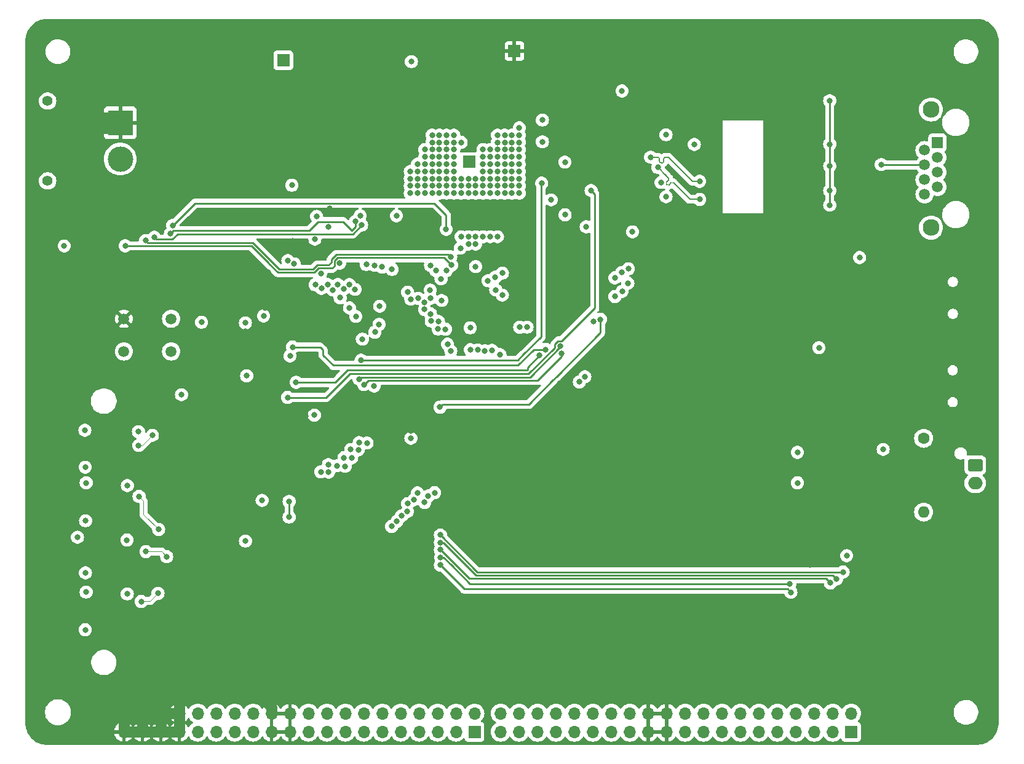
<source format=gbr>
%TF.GenerationSoftware,KiCad,Pcbnew,8.0.5*%
%TF.CreationDate,2024-09-29T23:22:26+09:00*%
%TF.ProjectId,MCU_Unit,4d43555f-556e-4697-942e-6b696361645f,rev?*%
%TF.SameCoordinates,Original*%
%TF.FileFunction,Copper,L4,Bot*%
%TF.FilePolarity,Positive*%
%FSLAX46Y46*%
G04 Gerber Fmt 4.6, Leading zero omitted, Abs format (unit mm)*
G04 Created by KiCad (PCBNEW 8.0.5) date 2024-09-29 23:22:26*
%MOMM*%
%LPD*%
G01*
G04 APERTURE LIST*
G04 Aperture macros list*
%AMRoundRect*
0 Rectangle with rounded corners*
0 $1 Rounding radius*
0 $2 $3 $4 $5 $6 $7 $8 $9 X,Y pos of 4 corners*
0 Add a 4 corners polygon primitive as box body*
4,1,4,$2,$3,$4,$5,$6,$7,$8,$9,$2,$3,0*
0 Add four circle primitives for the rounded corners*
1,1,$1+$1,$2,$3*
1,1,$1+$1,$4,$5*
1,1,$1+$1,$6,$7*
1,1,$1+$1,$8,$9*
0 Add four rect primitives between the rounded corners*
20,1,$1+$1,$2,$3,$4,$5,0*
20,1,$1+$1,$4,$5,$6,$7,0*
20,1,$1+$1,$6,$7,$8,$9,0*
20,1,$1+$1,$8,$9,$2,$3,0*%
G04 Aperture macros list end*
%TA.AperFunction,ComponentPad*%
%ADD10C,1.500000*%
%TD*%
%TA.AperFunction,ComponentPad*%
%ADD11O,1.700000X1.700000*%
%TD*%
%TA.AperFunction,ComponentPad*%
%ADD12R,1.700000X1.700000*%
%TD*%
%TA.AperFunction,ComponentPad*%
%ADD13R,1.500000X1.500000*%
%TD*%
%TA.AperFunction,ComponentPad*%
%ADD14C,2.300000*%
%TD*%
%TA.AperFunction,ComponentPad*%
%ADD15O,1.600000X1.600000*%
%TD*%
%TA.AperFunction,ComponentPad*%
%ADD16C,1.600000*%
%TD*%
%TA.AperFunction,ComponentPad*%
%ADD17C,1.400000*%
%TD*%
%TA.AperFunction,ComponentPad*%
%ADD18R,3.500000X3.500000*%
%TD*%
%TA.AperFunction,ComponentPad*%
%ADD19C,3.500000*%
%TD*%
%TA.AperFunction,ComponentPad*%
%ADD20O,2.000000X1.700000*%
%TD*%
%TA.AperFunction,ComponentPad*%
%ADD21RoundRect,0.250000X-0.750000X0.600000X-0.750000X-0.600000X0.750000X-0.600000X0.750000X0.600000X0*%
%TD*%
%TA.AperFunction,ViaPad*%
%ADD22C,0.800000*%
%TD*%
%TA.AperFunction,Conductor*%
%ADD23C,0.250000*%
%TD*%
%TA.AperFunction,Conductor*%
%ADD24C,1.500000*%
%TD*%
%TA.AperFunction,Conductor*%
%ADD25C,3.000000*%
%TD*%
%TA.AperFunction,Conductor*%
%ADD26C,0.200000*%
%TD*%
%TA.AperFunction,Conductor*%
%ADD27C,0.100000*%
%TD*%
G04 APERTURE END LIST*
D10*
%TO.P,S1,1,COM_1*%
%TO.N,GND*%
X43575000Y-81300000D03*
%TO.P,S1,2,COM_2*%
%TO.N,Net-(S1-COM_2)*%
X50075000Y-81300000D03*
%TO.P,S1,3,NO_1*%
%TO.N,unconnected-(S1-NO_1-Pad3)*%
X43575000Y-85800000D03*
%TO.P,S1,4,NO_2*%
%TO.N,unconnected-(S1-NO_2-Pad4)*%
X50075000Y-85800000D03*
%TD*%
D11*
%TO.P,J10,40,Pin_40*%
%TO.N,GND*%
X43580000Y-135657500D03*
%TO.P,J10,39,Pin_39*%
X43580000Y-138197500D03*
%TO.P,J10,38,Pin_38*%
X46120000Y-135657500D03*
%TO.P,J10,37,Pin_37*%
X46120000Y-138197500D03*
%TO.P,J10,36,Pin_36*%
X48660000Y-135657500D03*
%TO.P,J10,35,Pin_35*%
X48660000Y-138197500D03*
%TO.P,J10,34,Pin_34*%
X51200000Y-135657500D03*
%TO.P,J10,33,Pin_33*%
X51200000Y-138197500D03*
%TO.P,J10,32,Pin_32*%
%TO.N,24V_RP*%
X53740000Y-135657500D03*
%TO.P,J10,31,Pin_31*%
X53740000Y-138197500D03*
%TO.P,J10,30,Pin_30*%
X56280000Y-135657500D03*
%TO.P,J10,29,Pin_29*%
X56280000Y-138197500D03*
%TO.P,J10,28,Pin_28*%
X58820000Y-135657500D03*
%TO.P,J10,27,Pin_27*%
X58820000Y-138197500D03*
%TO.P,J10,26,Pin_26*%
X61360000Y-135657500D03*
%TO.P,J10,25,Pin_25*%
X61360000Y-138197500D03*
%TO.P,J10,24,Pin_24*%
%TO.N,GND*%
X63900000Y-135657500D03*
%TO.P,J10,23,Pin_23*%
X63900000Y-138197500D03*
%TO.P,J10,22,Pin_22*%
X66440000Y-135657500D03*
%TO.P,J10,21,Pin_21*%
X66440000Y-138197500D03*
%TO.P,J10,20,Pin_20*%
%TO.N,+3V3*%
X68980000Y-135657500D03*
%TO.P,J10,19,Pin_19*%
X68980000Y-138197500D03*
%TO.P,J10,18,Pin_18*%
X71520000Y-135657500D03*
%TO.P,J10,17,Pin_17*%
X71520000Y-138197500D03*
%TO.P,J10,16,Pin_16*%
%TO.N,PF0*%
X74060000Y-135657500D03*
%TO.P,J10,15,Pin_15*%
%TO.N,PF1*%
X74060000Y-138197500D03*
%TO.P,J10,14,Pin_14*%
%TO.N,PF2*%
X76600000Y-135657500D03*
%TO.P,J10,13,Pin_13*%
%TO.N,PF3*%
X76600000Y-138197500D03*
%TO.P,J10,12,Pin_12*%
%TO.N,PF4*%
X79140000Y-135657500D03*
%TO.P,J10,11,Pin_11*%
%TO.N,PF5*%
X79140000Y-138197500D03*
%TO.P,J10,10,Pin_10*%
%TO.N,PF6*%
X81680000Y-135657500D03*
%TO.P,J10,9,Pin_9*%
%TO.N,PF7*%
X81680000Y-138197500D03*
%TO.P,J10,8,Pin_8*%
%TO.N,PF8*%
X84220000Y-135657500D03*
%TO.P,J10,7,Pin_7*%
%TO.N,PF9*%
X84220000Y-138197500D03*
%TO.P,J10,6,Pin_6*%
%TO.N,PF10*%
X86760000Y-135657500D03*
%TO.P,J10,5,Pin_5*%
%TO.N,PF11*%
X86760000Y-138197500D03*
%TO.P,J10,4,Pin_4*%
%TO.N,PF12*%
X89300000Y-135657500D03*
%TO.P,J10,3,Pin_3*%
%TO.N,PF13*%
X89300000Y-138197500D03*
%TO.P,J10,2,Pin_2*%
%TO.N,PF14*%
X91840000Y-135657500D03*
D12*
%TO.P,J10,1,Pin_1*%
%TO.N,PF15*%
X91840000Y-138197500D03*
%TD*%
%TO.P,J6,1,Pin_1*%
%TO.N,PD1*%
X143700000Y-138200000D03*
D11*
%TO.P,J6,2,Pin_2*%
%TO.N,PD0*%
X143700000Y-135660000D03*
%TO.P,J6,3,Pin_3*%
%TO.N,PD3*%
X141160000Y-138200000D03*
%TO.P,J6,4,Pin_4*%
%TO.N,PD2*%
X141160000Y-135660000D03*
%TO.P,J6,5,Pin_5*%
%TO.N,PD5*%
X138620000Y-138200000D03*
%TO.P,J6,6,Pin_6*%
%TO.N,PD4*%
X138620000Y-135660000D03*
%TO.P,J6,7,Pin_7*%
%TO.N,PD7*%
X136080000Y-138200000D03*
%TO.P,J6,8,Pin_8*%
%TO.N,PD6*%
X136080000Y-135660000D03*
%TO.P,J6,9,Pin_9*%
%TO.N,PD9*%
X133540000Y-138200000D03*
%TO.P,J6,10,Pin_10*%
%TO.N,PD8*%
X133540000Y-135660000D03*
%TO.P,J6,11,Pin_11*%
%TO.N,PD11*%
X131000000Y-138200000D03*
%TO.P,J6,12,Pin_12*%
%TO.N,PD10*%
X131000000Y-135660000D03*
%TO.P,J6,13,Pin_13*%
%TO.N,PD13*%
X128460000Y-138200000D03*
%TO.P,J6,14,Pin_14*%
%TO.N,PD12*%
X128460000Y-135660000D03*
%TO.P,J6,15,Pin_15*%
%TO.N,PD15*%
X125920000Y-138200000D03*
%TO.P,J6,16,Pin_16*%
%TO.N,PD14*%
X125920000Y-135660000D03*
%TO.P,J6,17,Pin_17*%
%TO.N,+3V3*%
X123380000Y-138200000D03*
%TO.P,J6,18,Pin_18*%
X123380000Y-135660000D03*
%TO.P,J6,19,Pin_19*%
X120840000Y-138200000D03*
%TO.P,J6,20,Pin_20*%
X120840000Y-135660000D03*
%TO.P,J6,21,Pin_21*%
%TO.N,GND*%
X118300000Y-138200000D03*
%TO.P,J6,22,Pin_22*%
X118300000Y-135660000D03*
%TO.P,J6,23,Pin_23*%
X115760000Y-138200000D03*
%TO.P,J6,24,Pin_24*%
X115760000Y-135660000D03*
%TO.P,J6,25,Pin_25*%
%TO.N,PG1*%
X113220000Y-138200000D03*
%TO.P,J6,26,Pin_26*%
%TO.N,PG0*%
X113220000Y-135660000D03*
%TO.P,J6,27,Pin_27*%
%TO.N,PG3*%
X110680000Y-138200000D03*
%TO.P,J6,28,Pin_28*%
%TO.N,PG2*%
X110680000Y-135660000D03*
%TO.P,J6,29,Pin_29*%
%TO.N,PG5*%
X108140000Y-138200000D03*
%TO.P,J6,30,Pin_30*%
%TO.N,PG4*%
X108140000Y-135660000D03*
%TO.P,J6,31,Pin_31*%
%TO.N,PG7*%
X105600000Y-138200000D03*
%TO.P,J6,32,Pin_32*%
%TO.N,PG6*%
X105600000Y-135660000D03*
%TO.P,J6,33,Pin_33*%
%TO.N,PG9*%
X103060000Y-138200000D03*
%TO.P,J6,34,Pin_34*%
%TO.N,PG8*%
X103060000Y-135660000D03*
%TO.P,J6,35,Pin_35*%
%TO.N,PG11*%
X100520000Y-138200000D03*
%TO.P,J6,36,Pin_36*%
%TO.N,PG10*%
X100520000Y-135660000D03*
%TO.P,J6,37,Pin_37*%
%TO.N,PG13*%
X97980000Y-138200000D03*
%TO.P,J6,38,Pin_38*%
%TO.N,PG12*%
X97980000Y-135660000D03*
%TO.P,J6,39,Pin_39*%
%TO.N,PG15*%
X95440000Y-138200000D03*
%TO.P,J6,40,Pin_40*%
%TO.N,PG14*%
X95440000Y-135660000D03*
%TD*%
D13*
%TO.P,J1,1*%
%TO.N,Net-(T1-TX1+)*%
X155570000Y-57045500D03*
D10*
%TO.P,J1,2*%
%TO.N,Net-(T1-TX1-)*%
X153790000Y-58061500D03*
%TO.P,J1,3*%
%TO.N,Net-(T1-RX1+)*%
X155570000Y-59077500D03*
%TO.P,J1,4*%
%TO.N,Net-(J1-Pad4)*%
X153790000Y-60093500D03*
%TO.P,J1,5*%
X155570000Y-61109500D03*
%TO.P,J1,6*%
%TO.N,Net-(T1-RX-)*%
X153790000Y-62125500D03*
%TO.P,J1,7*%
%TO.N,Net-(J1-Pad7)*%
X155570000Y-63141500D03*
%TO.P,J1,8*%
X153790000Y-64157500D03*
D14*
%TO.P,J1,SH*%
%TO.N,Earth*%
X154680000Y-52475500D03*
X154680000Y-68735500D03*
%TD*%
D15*
%TO.P,R41,2*%
%TO.N,Net-(J2-Pin_2)*%
X153675000Y-107930000D03*
D16*
%TO.P,R41,1*%
%TO.N,Net-(J2-Pin_1)*%
X153675000Y-97770000D03*
%TD*%
D17*
%TO.P,J13,*%
%TO.N,*%
X33075000Y-62300000D03*
X33075000Y-51300000D03*
D18*
%TO.P,J13,1,Pin_1*%
%TO.N,GND*%
X43075000Y-54300000D03*
D19*
%TO.P,J13,2,Pin_2*%
%TO.N,Net-(J13-Pin_2)*%
X43075000Y-59300000D03*
%TD*%
D12*
%TO.P,J5,1,Pin_1*%
%TO.N,24V_RP*%
X65525000Y-45700000D03*
%TD*%
%TO.P,J4,1,Pin_1*%
%TO.N,GND*%
X97337500Y-44400000D03*
%TD*%
%TO.P,J3,1,Pin_1*%
%TO.N,+3V3*%
X91137500Y-59700000D03*
%TD*%
D20*
%TO.P,J2,2,Pin_2*%
%TO.N,Net-(J2-Pin_2)*%
X160775000Y-103950000D03*
D21*
%TO.P,J2,1,Pin_1*%
%TO.N,Net-(J2-Pin_1)*%
X160775000Y-101450000D03*
%TD*%
D22*
%TO.N,+3V3*%
X51500000Y-91760000D03*
X54260000Y-81780000D03*
X60300000Y-81870000D03*
X66440000Y-86430000D03*
X60480000Y-89160000D03*
%TO.N,GND*%
X96500000Y-81000000D03*
%TO.N,*%
X92000000Y-71000000D03*
X91000000Y-71000000D03*
X95000000Y-70000000D03*
X94000000Y-70000000D03*
X93000000Y-70000000D03*
X92000000Y-70000000D03*
X91000000Y-70000000D03*
X90000000Y-70000000D03*
%TO.N,GND*%
X83100000Y-68250000D03*
%TO.N,+3V3*%
X143080000Y-113940000D03*
X98000000Y-55000000D03*
X98000000Y-56000000D03*
X98000000Y-57000000D03*
X98000000Y-58000000D03*
X98000000Y-59000000D03*
X98000000Y-60000000D03*
X98000000Y-61000000D03*
X98000000Y-62000000D03*
X98000000Y-63000000D03*
X98000000Y-64000000D03*
X97000000Y-63000000D03*
X97000000Y-64000000D03*
X97000000Y-62000000D03*
X97000000Y-61000000D03*
X97000000Y-60000000D03*
X97000000Y-59000000D03*
X97000000Y-58000000D03*
X97000000Y-57000000D03*
X97000000Y-56000000D03*
X96000000Y-56000000D03*
X96000000Y-57000000D03*
X96000000Y-58000000D03*
X96000000Y-59000000D03*
X96000000Y-60000000D03*
X96000000Y-61000000D03*
X96000000Y-62000000D03*
X96000000Y-63000000D03*
X96000000Y-64000000D03*
X95000000Y-64000000D03*
X95000000Y-63000000D03*
X95000000Y-62000000D03*
X95000000Y-61000000D03*
X95000000Y-60000000D03*
X95000000Y-59000000D03*
X95000000Y-58000000D03*
X95000000Y-58000000D03*
X95000000Y-57000000D03*
X95000000Y-56000000D03*
X94000000Y-58000000D03*
X94000000Y-59000000D03*
X93000000Y-58000000D03*
X93000000Y-59000000D03*
X93000000Y-60000000D03*
X93000000Y-61000000D03*
X94000000Y-60000000D03*
X94000000Y-61000000D03*
X94000000Y-61000000D03*
X94000000Y-62000000D03*
X94000000Y-63000000D03*
X94000000Y-64000000D03*
X93000000Y-64000000D03*
X93000000Y-63000000D03*
X93000000Y-62000000D03*
X92000000Y-62000000D03*
X92000000Y-63000000D03*
X92000000Y-64000000D03*
X91000000Y-64000000D03*
X91000000Y-63000000D03*
X91000000Y-62000000D03*
X90000000Y-57000000D03*
X90000000Y-62000000D03*
X90000000Y-63000000D03*
X90000000Y-64000000D03*
X89000000Y-64000000D03*
X89000000Y-63000000D03*
X89000000Y-61000000D03*
X89000000Y-62000000D03*
X88000000Y-62000000D03*
X88000000Y-63000000D03*
X88000000Y-64000000D03*
X87000000Y-64000000D03*
X87000000Y-63000000D03*
X87000000Y-62000000D03*
X86000000Y-62000000D03*
X86000000Y-63000000D03*
X86000000Y-64000000D03*
X85000000Y-64000000D03*
X85000000Y-63000000D03*
X85000000Y-62000000D03*
X84000000Y-63000000D03*
X84000000Y-64000000D03*
X83000000Y-64000000D03*
X83000000Y-63000000D03*
X83000000Y-62000000D03*
X83000000Y-61000000D03*
X84000000Y-62000000D03*
X84000000Y-61000000D03*
X85000000Y-61000000D03*
X86000000Y-61000000D03*
X87000000Y-61000000D03*
X88000000Y-61000000D03*
X89000000Y-56000000D03*
X88000000Y-56000000D03*
X87000000Y-56000000D03*
X86000000Y-56000000D03*
X86000000Y-57000000D03*
X87000000Y-57000000D03*
X88000000Y-57000000D03*
X89000000Y-57000000D03*
X89000000Y-58000000D03*
X88000000Y-58000000D03*
X87000000Y-58000000D03*
X86000000Y-58000000D03*
X85000000Y-58000000D03*
X85000000Y-59000000D03*
X86000000Y-59000000D03*
X87000000Y-59000000D03*
X88000000Y-59000000D03*
X89000000Y-59000000D03*
X89000000Y-60000000D03*
X88000000Y-60000000D03*
X87000000Y-60000000D03*
X86000000Y-60000000D03*
X85000000Y-60000000D03*
X84000000Y-60000000D03*
X83150000Y-45880000D03*
%TO.N,GND*%
X84270000Y-48550000D03*
X108300000Y-49880000D03*
%TO.N,ETH_MDIO*%
X104304667Y-66980000D03*
X100806802Y-86356802D03*
X67280000Y-90065000D03*
%TO.N,GND*%
X35500000Y-76330000D03*
%TO.N,+3V3*%
X35350000Y-71270000D03*
%TO.N,JTDI*%
X87942653Y-68982653D03*
X50275298Y-68450751D03*
%TO.N,JTRST*%
X49977347Y-69587347D03*
X75448597Y-67858735D03*
%TO.N,JTDO_SWO*%
X76292500Y-68400000D03*
X47770000Y-70075000D03*
%TO.N,SWCLK*%
X46580000Y-70525000D03*
X88574686Y-72780292D03*
%TO.N,SWDIO*%
X88687581Y-73918493D03*
X43750000Y-71250000D03*
%TO.N,CS_LCD*%
X87145000Y-115230000D03*
X73292500Y-73625889D03*
%TO.N,+3V3*%
X69790000Y-94580000D03*
X83080305Y-97750003D03*
X89910000Y-71570000D03*
X69870000Y-70340000D03*
X70680000Y-75065000D03*
%TO.N,RESET_LCD*%
X71742500Y-68640000D03*
%TO.N,+3V3*%
X78017212Y-90564094D03*
%TO.N,RESET_LCD*%
X87165000Y-114180155D03*
X135260000Y-117805000D03*
%TO.N,A0_LCD*%
X87145000Y-113115307D03*
X140833660Y-117686941D03*
X78692347Y-82072347D03*
X67030000Y-73745000D03*
%TO.N,SCK_LCD*%
X78127347Y-83147347D03*
X87145000Y-112115304D03*
X141680445Y-117155000D03*
%TO.N,SDA_LCD*%
X142580000Y-116180000D03*
X78775000Y-79567560D03*
%TO.N,PD0*%
X87959800Y-74670000D03*
%TO.N,PD1*%
X87234800Y-75812834D03*
%TO.N,PD2*%
X86509800Y-74663934D03*
%TO.N,PD3*%
X85784800Y-73935202D03*
%TO.N,PD4*%
X87322284Y-78774960D03*
%TO.N,PD5*%
X85733887Y-77359722D03*
%TO.N,PD6*%
X85808685Y-78459826D03*
%TO.N,PD7*%
X84980305Y-79019997D03*
%TO.N,PD9*%
X94258836Y-85651028D03*
%TO.N,PD10*%
X93261576Y-85725000D03*
%TO.N,PD11*%
X92266840Y-85601304D03*
%TO.N,PD12*%
X91267499Y-85565000D03*
%TO.N,PD13*%
X88580305Y-85740000D03*
%TO.N,PD14*%
X88130305Y-84795000D03*
%TO.N,PG2*%
X91255423Y-82542199D03*
%TO.N,PG3*%
X87855564Y-82743541D03*
%TO.N,PG4*%
X86838320Y-82714682D03*
%TO.N,PG5*%
X86886207Y-81662287D03*
%TO.N,PG6*%
X85887320Y-81615071D03*
X86340000Y-105255000D03*
%TO.N,PG8*%
X84980305Y-80020000D03*
X84980305Y-106597007D03*
%TO.N,PG9*%
X84074406Y-78484064D03*
X83980305Y-105285000D03*
%TO.N,USB_VBUS*%
X112946326Y-76385000D03*
X93700000Y-76065000D03*
%TO.N,USB_ID*%
X94710000Y-75565000D03*
X113022171Y-74415000D03*
%TO.N,USB_DP*%
X112127040Y-74935000D03*
X91986320Y-74115001D03*
%TO.N,USB_DM*%
X95675000Y-75010000D03*
X111165000Y-75660000D03*
%TO.N,GND*%
X143460000Y-85280000D03*
%TO.N,+3V3*%
X139270000Y-85290000D03*
%TO.N,USART6_RX*%
X112158902Y-77535000D03*
X94770000Y-77315000D03*
%TO.N,USART6_TX*%
X95675001Y-78047570D03*
X111165000Y-78230000D03*
%TO.N,GND*%
X140850000Y-72840000D03*
%TO.N,+3V3*%
X144860000Y-72860000D03*
%TO.N,ETH_RXD1*%
X103806432Y-86078799D03*
X76623080Y-90369605D03*
%TO.N,ETH_RXD0*%
X75955571Y-89625000D03*
X103642365Y-85092347D03*
%TO.N,GND*%
X106600000Y-52900000D03*
X113215000Y-56199888D03*
X109200000Y-59900000D03*
%TO.N,+3V3*%
X112140000Y-49920000D03*
%TO.N,GND*%
X115820000Y-67070000D03*
X123040000Y-67950000D03*
%TO.N,+3V3*%
X118200000Y-64480000D03*
X117512282Y-62525211D03*
X122100000Y-57280000D03*
X118200000Y-55960000D03*
%TO.N,PG10*%
X83505000Y-106238659D03*
X83080305Y-78592539D03*
%TO.N,PG11*%
X82630305Y-106760000D03*
X82630305Y-77640000D03*
%TO.N,PG12*%
X82605000Y-107852319D03*
X80480306Y-74499694D03*
%TO.N,PG13*%
X81795014Y-108438773D03*
X79130505Y-74175199D03*
%TO.N,PG14*%
X81155000Y-109207135D03*
X78091087Y-73948459D03*
%TO.N,PG15*%
X76940000Y-73825000D03*
X80430000Y-109895883D03*
%TO.N,GND*%
X138040000Y-115205000D03*
X138050000Y-118430000D03*
%TO.N,+3V3*%
X62600000Y-106320000D03*
%TO.N,GND*%
X58580000Y-106005000D03*
%TO.N,+3V3*%
X60309238Y-111920000D03*
%TO.N,I2C1_SDA*%
X66320000Y-108620000D03*
X66317347Y-106457347D03*
%TO.N,PF0*%
X70694206Y-102390376D03*
X69913343Y-76615000D03*
%TO.N,PF1*%
X71756623Y-102427487D03*
X70779369Y-77115000D03*
%TO.N,PF2*%
X71633536Y-76595000D03*
X71735487Y-101381045D03*
%TO.N,ETH_CRS_DV*%
X101090000Y-62625000D03*
X76230571Y-87000001D03*
%TO.N,PF3*%
X72358536Y-77337454D03*
X72927877Y-101548129D03*
%TO.N,PF4*%
X74026593Y-101621539D03*
X73028432Y-76595000D03*
%TO.N,PF5*%
X73348301Y-78398300D03*
X73868284Y-100437924D03*
%TO.N,PF6*%
X74927833Y-100472167D03*
X73826590Y-77197451D03*
%TO.N,PF7*%
X74800461Y-99319490D03*
%TO.N,PF8*%
X75854714Y-99348437D03*
X74629491Y-79804117D03*
%TO.N,PF9*%
X75383740Y-77246101D03*
X75967846Y-98354854D03*
%TO.N,PF10*%
X77047550Y-98409252D03*
X75508536Y-80981029D03*
%TO.N,NRST*%
X76400000Y-84100000D03*
X108224999Y-81686092D03*
%TO.N,ETH_MDC*%
X66800000Y-85200000D03*
X101638605Y-85525000D03*
%TO.N,GND*%
X91200000Y-44100000D03*
X96600000Y-48800000D03*
X101290000Y-60925000D03*
%TO.N,+3V3*%
X101190000Y-53925000D03*
X101190000Y-56925000D03*
X104290000Y-59725000D03*
X102390000Y-64925000D03*
X113590000Y-69325000D03*
X107215000Y-68625000D03*
%TO.N,GND*%
X75300000Y-52100000D03*
X77600000Y-46000000D03*
X71900000Y-66100000D03*
%TO.N,+3V3*%
X70100000Y-67200000D03*
X81100000Y-67100000D03*
X76100000Y-67100000D03*
X66700000Y-62900000D03*
%TO.N,GND*%
X66800000Y-70600000D03*
X63400000Y-74900000D03*
%TO.N,+3V3*%
X62800000Y-80900000D03*
%TO.N,GND*%
X63000000Y-79800000D03*
X60300000Y-83000000D03*
X63400000Y-86700000D03*
X61300000Y-91300000D03*
X68600000Y-94700000D03*
X83080305Y-96750000D03*
X86700000Y-96300000D03*
X152790000Y-76110000D03*
X152700000Y-88525000D03*
%TO.N,+3V3*%
X148100000Y-99300000D03*
%TO.N,GND*%
X136300000Y-102400000D03*
%TO.N,+3V3*%
X136300000Y-103900000D03*
X136300000Y-99700000D03*
%TO.N,USART3_RX*%
X107030000Y-89275000D03*
X99080000Y-82455000D03*
%TO.N,USART3_TX*%
X98067345Y-82467652D03*
X106280000Y-90000000D03*
%TO.N,GND*%
X77975000Y-96600000D03*
%TO.N,ETH_TXEN*%
X87091403Y-93473606D03*
X109187670Y-81387024D03*
%TO.N,+3V3*%
X38200000Y-96650000D03*
X45575000Y-96850000D03*
X38250000Y-101750000D03*
X38375000Y-103900000D03*
X44050000Y-104275000D03*
X38300000Y-109125000D03*
X37175000Y-111400000D03*
X38375000Y-118950000D03*
X38250000Y-124140000D03*
X44032500Y-119200000D03*
X38275000Y-116300000D03*
X44000000Y-111775000D03*
%TO.N,/Ethernet/RD-*%
X122840000Y-64857500D03*
X117081885Y-60441896D03*
%TO.N,/Ethernet/RD+*%
X122840000Y-62357500D03*
X116084508Y-59038298D03*
%TO.N,Net-(D35-K)*%
X48271752Y-119131752D03*
X45960000Y-120250000D03*
%TO.N,Net-(D27-K)*%
X46610000Y-113370000D03*
X49460000Y-114070000D03*
%TO.N,Net-(D19-K)*%
X48360000Y-110320000D03*
X45660000Y-105770000D03*
%TO.N,Net-(D11-K)*%
X47494620Y-97354620D03*
X45610000Y-98760682D03*
%TO.N,Net-(C18-Pad1)*%
X140740000Y-51257500D03*
X140740000Y-63657500D03*
X140740000Y-60257500D03*
X140740000Y-57257500D03*
X140740000Y-65657500D03*
%TO.N,Net-(J1-Pad4)*%
X147840000Y-60057500D03*
%TO.N,Net-(U2-~{INT}{slash}REFCLKO)*%
X66100000Y-92137500D03*
X107890000Y-63625000D03*
%TO.N,PF7*%
X74624746Y-76595000D03*
%TO.N,PG7*%
X85779645Y-80620883D03*
X85452283Y-105715395D03*
%TO.N,PD8*%
X95345000Y-86240000D03*
%TO.N,SDA_LCD*%
X87145000Y-111090000D03*
%TO.N,SCK_LCD*%
X66141108Y-73286878D03*
%TO.N,CS_LCD*%
X135400000Y-118970000D03*
%TD*%
D23*
%TO.N,CS_LCD*%
X134960000Y-118530000D02*
X135400000Y-118970000D01*
X87145000Y-115230000D02*
X90445000Y-118530000D01*
X90445000Y-118530000D02*
X134960000Y-118530000D01*
%TO.N,ETH_MDIO*%
X99172513Y-87991091D02*
X100806802Y-86356802D01*
X99172513Y-88380000D02*
X99172513Y-87991091D01*
%TO.N,ETH_MDC*%
X70600000Y-85200000D02*
X66800000Y-85200000D01*
X71000000Y-86300000D02*
X71000000Y-85600000D01*
X97814999Y-87725001D02*
X72425001Y-87725001D01*
X72425001Y-87725001D02*
X71000000Y-86300000D01*
X100015000Y-85525000D02*
X97814999Y-87725001D01*
X101638605Y-85525000D02*
X100015000Y-85525000D01*
X71000000Y-85600000D02*
X70600000Y-85200000D01*
%TO.N,ETH_MDIO*%
X74710000Y-88380000D02*
X99172513Y-88380000D01*
X74360000Y-88380000D02*
X74710000Y-88380000D01*
X72675000Y-90065000D02*
X73520000Y-89220000D01*
X67280000Y-90065000D02*
X72675000Y-90065000D01*
X73520000Y-89220000D02*
X74360000Y-88380000D01*
%TO.N,Net-(U2-~{INT}{slash}REFCLKO)*%
X108400000Y-64135000D02*
X107890000Y-63625000D01*
X108400000Y-79820000D02*
X108400000Y-64135000D01*
X103852653Y-84367347D02*
X108400000Y-79820000D01*
X103342060Y-84367347D02*
X103852653Y-84367347D01*
X102917365Y-85271544D02*
X102917365Y-84792042D01*
X99288909Y-88900000D02*
X102917365Y-85271544D01*
X71422500Y-92137500D02*
X74660000Y-88900000D01*
X102917365Y-84792042D02*
X103342060Y-84367347D01*
X74660000Y-88900000D02*
X99288909Y-88900000D01*
X66100000Y-92137500D02*
X71422500Y-92137500D01*
%TO.N,SWCLK*%
X72805799Y-72450889D02*
X88245283Y-72450889D01*
X88245283Y-72450889D02*
X88574686Y-72780292D01*
X72117500Y-73139188D02*
X72805799Y-72450889D01*
X72117500Y-73511980D02*
X72117500Y-73139188D01*
X71739480Y-73890000D02*
X72117500Y-73511980D01*
X70193299Y-73890000D02*
X71739480Y-73890000D01*
X69613299Y-74470000D02*
X70193299Y-73890000D01*
X63960000Y-73493604D02*
X64936396Y-74470000D01*
X64936396Y-74470000D02*
X69613299Y-74470000D01*
X63960000Y-73468909D02*
X63960000Y-73493604D01*
X61291091Y-70800000D02*
X63960000Y-73468909D01*
X46855000Y-70800000D02*
X61291091Y-70800000D01*
X46580000Y-70525000D02*
X46855000Y-70800000D01*
%TO.N,SWDIO*%
X87669977Y-72900889D02*
X88687581Y-73918493D01*
X72567500Y-73325584D02*
X72992195Y-72900889D01*
X72567500Y-74022500D02*
X72567500Y-73325584D01*
X72992195Y-72900889D02*
X87669977Y-72900889D01*
X69799695Y-74920000D02*
X70379695Y-74340000D01*
X72250000Y-74340000D02*
X72567500Y-74022500D01*
X64750000Y-74920000D02*
X69799695Y-74920000D01*
X63510000Y-73680000D02*
X64750000Y-74920000D01*
X70379695Y-74340000D02*
X72250000Y-74340000D01*
X63510000Y-73655305D02*
X63510000Y-73680000D01*
X61104695Y-71250000D02*
X63510000Y-73655305D01*
X43750000Y-71250000D02*
X61104695Y-71250000D01*
%TO.N,JTDI*%
X87942653Y-66992653D02*
X87942653Y-68982653D01*
X86325000Y-65375000D02*
X87340000Y-66390000D01*
X53351049Y-65375000D02*
X86325000Y-65375000D01*
X50275298Y-68450751D02*
X53351049Y-65375000D01*
X87340000Y-66390000D02*
X87942653Y-66992653D01*
%TO.N,JTRST*%
X75448597Y-68601403D02*
X75448597Y-67858735D01*
X74940000Y-69110000D02*
X75448597Y-68601403D01*
X73745000Y-67915000D02*
X74940000Y-69110000D01*
X70325000Y-67915000D02*
X73745000Y-67915000D01*
X69075000Y-69165000D02*
X70325000Y-67915000D01*
X49977347Y-69587347D02*
X50399694Y-69165000D01*
X50399694Y-69165000D02*
X69075000Y-69165000D01*
%TO.N,JTDO_SWO*%
X75077500Y-69615000D02*
X76292500Y-68400000D01*
X50975000Y-69615000D02*
X75077500Y-69615000D01*
X50240000Y-70350000D02*
X50975000Y-69615000D01*
X47770000Y-70075000D02*
X48045000Y-70350000D01*
X48045000Y-70350000D02*
X50240000Y-70350000D01*
%TO.N,ETH_RXD1*%
X103806432Y-86523568D02*
X103806432Y-86078799D01*
X77192685Y-89800000D02*
X100530000Y-89800000D01*
X76623080Y-90369605D02*
X77192685Y-89800000D01*
X100530000Y-89800000D02*
X103806432Y-86523568D01*
%TO.N,ETH_RXD0*%
X99475305Y-89350000D02*
X103642365Y-85182940D01*
X76230571Y-89350000D02*
X99475305Y-89350000D01*
X103642365Y-85182940D02*
X103642365Y-85092347D01*
X75955571Y-89625000D02*
X76230571Y-89350000D01*
%TO.N,RESET_LCD*%
X88621648Y-115228351D02*
X87573452Y-114180155D01*
X91198297Y-117805000D02*
X88621648Y-115228351D01*
X87573452Y-114180155D02*
X87165000Y-114180155D01*
X135260000Y-117805000D02*
X91198297Y-117805000D01*
%TO.N,A0_LCD*%
X140226719Y-117080000D02*
X140833660Y-117686941D01*
X91109693Y-117080000D02*
X140226719Y-117080000D01*
X87145000Y-113115307D02*
X91109693Y-117080000D01*
%TO.N,SCK_LCD*%
X141155445Y-116630000D02*
X141680445Y-117155000D01*
X92048604Y-116630000D02*
X141155445Y-116630000D01*
X87533908Y-112115304D02*
X92048604Y-116630000D01*
X87145000Y-112115304D02*
X87533908Y-112115304D01*
%TO.N,SDA_LCD*%
X92235000Y-116180000D02*
X142580000Y-116180000D01*
X87145000Y-111090000D02*
X92235000Y-116180000D01*
X142580000Y-116180000D02*
X142460000Y-116180000D01*
%TO.N,ETH_TXEN*%
X87465009Y-93100000D02*
X87091403Y-93473606D01*
X102675000Y-89699695D02*
X102675000Y-89725000D01*
X109187670Y-83212330D02*
X103125000Y-89275000D01*
X103125000Y-89275000D02*
X103099695Y-89275000D01*
X103099695Y-89275000D02*
X102675000Y-89699695D01*
X109187670Y-81387024D02*
X109187670Y-83212330D01*
X102675000Y-89725000D02*
X99300000Y-93100000D01*
X99300000Y-93100000D02*
X87465009Y-93100000D01*
%TO.N,I2C1_SDA*%
X66320000Y-106460000D02*
X66320000Y-108620000D01*
X66317347Y-106457347D02*
X66320000Y-106460000D01*
%TO.N,ETH_CRS_DV*%
X100990000Y-62725000D02*
X101090000Y-62625000D01*
X100990000Y-77525000D02*
X100990000Y-62725000D01*
X101000000Y-83800000D02*
X101000000Y-70100000D01*
X98600000Y-86200000D02*
X101000000Y-83800000D01*
X76230571Y-87000001D02*
X97799999Y-87000001D01*
X97799999Y-87000001D02*
X98600000Y-86200000D01*
D24*
%TO.N,GND*%
X63900000Y-134810000D02*
X63900000Y-135657500D01*
X62250000Y-133160000D02*
X63900000Y-134810000D01*
X51200000Y-134455419D02*
X52495419Y-133160000D01*
X52495419Y-133160000D02*
X62250000Y-133160000D01*
X51200000Y-135657500D02*
X51200000Y-134455419D01*
X43580000Y-138197500D02*
X43580000Y-135657500D01*
X46120000Y-138197500D02*
X43580000Y-138197500D01*
X46120000Y-138197500D02*
X46120000Y-135657500D01*
X46120000Y-138197500D02*
X48660000Y-138197500D01*
X48660000Y-138197500D02*
X48660000Y-135657500D01*
X51200000Y-138197500D02*
X48660000Y-138197500D01*
X51200000Y-135657500D02*
X48660000Y-135657500D01*
X51200000Y-138197500D02*
X51200000Y-135657500D01*
D25*
X46120000Y-135657500D02*
X48660000Y-135657500D01*
X43580000Y-135657500D02*
X46120000Y-135657500D01*
X43580000Y-134380000D02*
X43580000Y-135657500D01*
X41890000Y-132690000D02*
X43580000Y-134380000D01*
X38360000Y-132690000D02*
X41890000Y-132690000D01*
X36620000Y-130950000D02*
X38360000Y-132690000D01*
X36580000Y-130990000D02*
X36620000Y-130950000D01*
X32260000Y-67770000D02*
X32260000Y-129470000D01*
X32260000Y-129470000D02*
X33780000Y-130990000D01*
X36360000Y-63670000D02*
X32260000Y-67770000D01*
X38270000Y-54300000D02*
X36360000Y-56210000D01*
X33780000Y-130990000D02*
X36580000Y-130990000D01*
X43075000Y-54300000D02*
X38270000Y-54300000D01*
X36360000Y-56210000D02*
X36360000Y-63670000D01*
D26*
%TO.N,/Ethernet/RD-*%
X118271218Y-62476930D02*
X118544162Y-62203987D01*
X118409588Y-61769599D02*
X118118745Y-61478756D01*
X121497489Y-64857500D02*
X119218744Y-62578755D01*
X118918930Y-62578755D02*
X118645985Y-62851697D01*
X118346173Y-62851698D02*
X118271219Y-62776744D01*
X118469210Y-61829221D02*
X118409588Y-61769599D01*
X118544161Y-61904173D02*
X118469210Y-61829221D01*
X122840000Y-64857500D02*
X121497489Y-64857500D01*
X118118745Y-61478756D02*
X118118745Y-61478755D01*
X118544162Y-62203987D02*
G75*
G03*
X118544142Y-61904193I-149862J149887D01*
G01*
X118271219Y-62776744D02*
G75*
G02*
X118271181Y-62476893I149881J149944D01*
G01*
X119218744Y-62578755D02*
G75*
G03*
X118918930Y-62578755I-149907J-149902D01*
G01*
X118645985Y-62851697D02*
G75*
G02*
X118346195Y-62851677I-149885J149897D01*
G01*
X118315025Y-61675036D02*
X118238645Y-61598656D01*
X118238645Y-61598656D02*
X117081885Y-60441896D01*
%TO.N,/Ethernet/RD+*%
X117540000Y-59838298D02*
G75*
G02*
X117300002Y-59598298I0J239998D01*
G01*
X117300000Y-59278298D02*
G75*
G03*
X117060000Y-59038300I-240000J-2D01*
G01*
X117900000Y-59598298D02*
G75*
G02*
X117660000Y-59838300I-240000J-2D01*
G01*
X118140000Y-59038298D02*
G75*
G03*
X117899998Y-59278298I0J-240002D01*
G01*
X121840000Y-62357500D02*
X118520798Y-59038298D01*
X117060000Y-59038298D02*
X116940000Y-59038298D01*
X122840000Y-62357500D02*
X121840000Y-62357500D01*
X117900000Y-59278298D02*
X117900000Y-59598298D01*
X116938447Y-59038298D02*
X116084508Y-59038298D01*
X118520798Y-59038298D02*
X118140000Y-59038298D01*
X116940000Y-59038298D02*
X116938447Y-59038298D01*
X117660000Y-59838298D02*
X117540000Y-59838298D01*
X117300000Y-59598298D02*
X117300000Y-59278298D01*
D27*
%TO.N,Net-(D35-K)*%
X46020000Y-120190000D02*
X47213504Y-120190000D01*
X47213504Y-120190000D02*
X48271752Y-119131752D01*
X45960000Y-120250000D02*
X46020000Y-120190000D01*
%TO.N,Net-(D27-K)*%
X48760000Y-113370000D02*
X46610000Y-113370000D01*
X49460000Y-114070000D02*
X48760000Y-113370000D01*
%TO.N,Net-(D19-K)*%
X46260000Y-108220000D02*
X46260000Y-106370000D01*
X46260000Y-106370000D02*
X45660000Y-105770000D01*
X48360000Y-110320000D02*
X46260000Y-108220000D01*
%TO.N,Net-(D11-K)*%
X46088558Y-98760682D02*
X47494620Y-97354620D01*
X45610000Y-98760682D02*
X46088558Y-98760682D01*
D23*
%TO.N,Net-(C18-Pad1)*%
X140740000Y-57257500D02*
X140740000Y-51257500D01*
X140740000Y-63657500D02*
X140740000Y-60257500D01*
X140740000Y-65657500D02*
X140740000Y-63657500D01*
X140740000Y-60257500D02*
X140740000Y-57257500D01*
%TO.N,Net-(J1-Pad4)*%
X147876000Y-60093500D02*
X153790000Y-60093500D01*
X147840000Y-60057500D02*
X147876000Y-60093500D01*
%TD*%
%TA.AperFunction,Conductor*%
%TO.N,GND*%
G36*
X117834075Y-138007007D02*
G01*
X117800000Y-138134174D01*
X117800000Y-138265826D01*
X117834075Y-138392993D01*
X117866988Y-138450000D01*
X116193012Y-138450000D01*
X116225925Y-138392993D01*
X116260000Y-138265826D01*
X116260000Y-138134174D01*
X116225925Y-138007007D01*
X116193012Y-137950000D01*
X117866988Y-137950000D01*
X117834075Y-138007007D01*
G37*
%TD.AperFunction*%
%TA.AperFunction,Conductor*%
G36*
X116010000Y-137766988D02*
G01*
X115952993Y-137734075D01*
X115825826Y-137700000D01*
X115694174Y-137700000D01*
X115567007Y-137734075D01*
X115510000Y-137766988D01*
X115510000Y-136093012D01*
X115567007Y-136125925D01*
X115694174Y-136160000D01*
X115825826Y-136160000D01*
X115952993Y-136125925D01*
X116010000Y-136093012D01*
X116010000Y-137766988D01*
G37*
%TD.AperFunction*%
%TA.AperFunction,Conductor*%
G36*
X118550000Y-137766988D02*
G01*
X118492993Y-137734075D01*
X118365826Y-137700000D01*
X118234174Y-137700000D01*
X118107007Y-137734075D01*
X118050000Y-137766988D01*
X118050000Y-136093012D01*
X118107007Y-136125925D01*
X118234174Y-136160000D01*
X118365826Y-136160000D01*
X118492993Y-136125925D01*
X118550000Y-136093012D01*
X118550000Y-137766988D01*
G37*
%TD.AperFunction*%
%TA.AperFunction,Conductor*%
G36*
X117834075Y-135467007D02*
G01*
X117800000Y-135594174D01*
X117800000Y-135725826D01*
X117834075Y-135852993D01*
X117866988Y-135910000D01*
X116193012Y-135910000D01*
X116225925Y-135852993D01*
X116260000Y-135725826D01*
X116260000Y-135594174D01*
X116225925Y-135467007D01*
X116193012Y-135410000D01*
X117866988Y-135410000D01*
X117834075Y-135467007D01*
G37*
%TD.AperFunction*%
%TA.AperFunction,Conductor*%
G36*
X45654075Y-138004507D02*
G01*
X45620000Y-138131674D01*
X45620000Y-138263326D01*
X45654075Y-138390493D01*
X45686988Y-138447500D01*
X44013012Y-138447500D01*
X44045925Y-138390493D01*
X44080000Y-138263326D01*
X44080000Y-138131674D01*
X44045925Y-138004507D01*
X44013012Y-137947500D01*
X45686988Y-137947500D01*
X45654075Y-138004507D01*
G37*
%TD.AperFunction*%
%TA.AperFunction,Conductor*%
G36*
X48194075Y-138004507D02*
G01*
X48160000Y-138131674D01*
X48160000Y-138263326D01*
X48194075Y-138390493D01*
X48226988Y-138447500D01*
X46553012Y-138447500D01*
X46585925Y-138390493D01*
X46620000Y-138263326D01*
X46620000Y-138131674D01*
X46585925Y-138004507D01*
X46553012Y-137947500D01*
X48226988Y-137947500D01*
X48194075Y-138004507D01*
G37*
%TD.AperFunction*%
%TA.AperFunction,Conductor*%
G36*
X50734075Y-138004507D02*
G01*
X50700000Y-138131674D01*
X50700000Y-138263326D01*
X50734075Y-138390493D01*
X50766988Y-138447500D01*
X49093012Y-138447500D01*
X49125925Y-138390493D01*
X49160000Y-138263326D01*
X49160000Y-138131674D01*
X49125925Y-138004507D01*
X49093012Y-137947500D01*
X50766988Y-137947500D01*
X50734075Y-138004507D01*
G37*
%TD.AperFunction*%
%TA.AperFunction,Conductor*%
G36*
X65974075Y-138004507D02*
G01*
X65940000Y-138131674D01*
X65940000Y-138263326D01*
X65974075Y-138390493D01*
X66006988Y-138447500D01*
X64333012Y-138447500D01*
X64365925Y-138390493D01*
X64400000Y-138263326D01*
X64400000Y-138131674D01*
X64365925Y-138004507D01*
X64333012Y-137947500D01*
X66006988Y-137947500D01*
X65974075Y-138004507D01*
G37*
%TD.AperFunction*%
%TA.AperFunction,Conductor*%
G36*
X43830000Y-137764488D02*
G01*
X43772993Y-137731575D01*
X43645826Y-137697500D01*
X43514174Y-137697500D01*
X43387007Y-137731575D01*
X43330000Y-137764488D01*
X43330000Y-136090512D01*
X43387007Y-136123425D01*
X43514174Y-136157500D01*
X43645826Y-136157500D01*
X43772993Y-136123425D01*
X43830000Y-136090512D01*
X43830000Y-137764488D01*
G37*
%TD.AperFunction*%
%TA.AperFunction,Conductor*%
G36*
X46370000Y-137764488D02*
G01*
X46312993Y-137731575D01*
X46185826Y-137697500D01*
X46054174Y-137697500D01*
X45927007Y-137731575D01*
X45870000Y-137764488D01*
X45870000Y-136090512D01*
X45927007Y-136123425D01*
X46054174Y-136157500D01*
X46185826Y-136157500D01*
X46312993Y-136123425D01*
X46370000Y-136090512D01*
X46370000Y-137764488D01*
G37*
%TD.AperFunction*%
%TA.AperFunction,Conductor*%
G36*
X48910000Y-137764488D02*
G01*
X48852993Y-137731575D01*
X48725826Y-137697500D01*
X48594174Y-137697500D01*
X48467007Y-137731575D01*
X48410000Y-137764488D01*
X48410000Y-136090512D01*
X48467007Y-136123425D01*
X48594174Y-136157500D01*
X48725826Y-136157500D01*
X48852993Y-136123425D01*
X48910000Y-136090512D01*
X48910000Y-137764488D01*
G37*
%TD.AperFunction*%
%TA.AperFunction,Conductor*%
G36*
X51450000Y-137764488D02*
G01*
X51392993Y-137731575D01*
X51265826Y-137697500D01*
X51134174Y-137697500D01*
X51007007Y-137731575D01*
X50950000Y-137764488D01*
X50950000Y-136090512D01*
X51007007Y-136123425D01*
X51134174Y-136157500D01*
X51265826Y-136157500D01*
X51392993Y-136123425D01*
X51450000Y-136090512D01*
X51450000Y-137764488D01*
G37*
%TD.AperFunction*%
%TA.AperFunction,Conductor*%
G36*
X64150000Y-137764488D02*
G01*
X64092993Y-137731575D01*
X63965826Y-137697500D01*
X63834174Y-137697500D01*
X63707007Y-137731575D01*
X63650000Y-137764488D01*
X63650000Y-136090512D01*
X63707007Y-136123425D01*
X63834174Y-136157500D01*
X63965826Y-136157500D01*
X64092993Y-136123425D01*
X64150000Y-136090512D01*
X64150000Y-137764488D01*
G37*
%TD.AperFunction*%
%TA.AperFunction,Conductor*%
G36*
X66690000Y-137764488D02*
G01*
X66632993Y-137731575D01*
X66505826Y-137697500D01*
X66374174Y-137697500D01*
X66247007Y-137731575D01*
X66190000Y-137764488D01*
X66190000Y-136090512D01*
X66247007Y-136123425D01*
X66374174Y-136157500D01*
X66505826Y-136157500D01*
X66632993Y-136123425D01*
X66690000Y-136090512D01*
X66690000Y-137764488D01*
G37*
%TD.AperFunction*%
%TA.AperFunction,Conductor*%
G36*
X44934855Y-136323173D02*
G01*
X44951575Y-136342468D01*
X45081894Y-136528582D01*
X45248917Y-136695605D01*
X45435031Y-136825925D01*
X45478656Y-136880503D01*
X45485848Y-136950001D01*
X45454326Y-137012356D01*
X45435031Y-137029075D01*
X45248922Y-137159390D01*
X45248920Y-137159391D01*
X45081891Y-137326420D01*
X45081890Y-137326422D01*
X44951575Y-137512531D01*
X44896998Y-137556155D01*
X44827499Y-137563348D01*
X44765145Y-137531826D01*
X44748425Y-137512531D01*
X44618109Y-137326422D01*
X44618108Y-137326420D01*
X44451082Y-137159394D01*
X44264968Y-137029075D01*
X44221344Y-136974498D01*
X44214151Y-136904999D01*
X44245673Y-136842645D01*
X44264968Y-136825925D01*
X44451082Y-136695605D01*
X44618105Y-136528582D01*
X44748425Y-136342468D01*
X44803002Y-136298844D01*
X44872501Y-136291651D01*
X44934855Y-136323173D01*
G37*
%TD.AperFunction*%
%TA.AperFunction,Conductor*%
G36*
X47474855Y-136323173D02*
G01*
X47491575Y-136342468D01*
X47621894Y-136528582D01*
X47788917Y-136695605D01*
X47975031Y-136825925D01*
X48018656Y-136880503D01*
X48025848Y-136950001D01*
X47994326Y-137012356D01*
X47975031Y-137029075D01*
X47788922Y-137159390D01*
X47788920Y-137159391D01*
X47621891Y-137326420D01*
X47621890Y-137326422D01*
X47491575Y-137512531D01*
X47436998Y-137556155D01*
X47367499Y-137563348D01*
X47305145Y-137531826D01*
X47288425Y-137512531D01*
X47158109Y-137326422D01*
X47158108Y-137326420D01*
X46991082Y-137159394D01*
X46804968Y-137029075D01*
X46761344Y-136974498D01*
X46754151Y-136904999D01*
X46785673Y-136842645D01*
X46804968Y-136825925D01*
X46991082Y-136695605D01*
X47158105Y-136528582D01*
X47288425Y-136342468D01*
X47343002Y-136298844D01*
X47412501Y-136291651D01*
X47474855Y-136323173D01*
G37*
%TD.AperFunction*%
%TA.AperFunction,Conductor*%
G36*
X50014855Y-136323173D02*
G01*
X50031575Y-136342468D01*
X50161894Y-136528582D01*
X50328917Y-136695605D01*
X50515031Y-136825925D01*
X50558656Y-136880503D01*
X50565848Y-136950001D01*
X50534326Y-137012356D01*
X50515031Y-137029075D01*
X50328922Y-137159390D01*
X50328920Y-137159391D01*
X50161891Y-137326420D01*
X50161890Y-137326422D01*
X50031575Y-137512531D01*
X49976998Y-137556155D01*
X49907499Y-137563348D01*
X49845145Y-137531826D01*
X49828425Y-137512531D01*
X49698109Y-137326422D01*
X49698108Y-137326420D01*
X49531082Y-137159394D01*
X49344968Y-137029075D01*
X49301344Y-136974498D01*
X49294151Y-136904999D01*
X49325673Y-136842645D01*
X49344968Y-136825925D01*
X49531082Y-136695605D01*
X49698105Y-136528582D01*
X49828425Y-136342468D01*
X49883002Y-136298844D01*
X49952501Y-136291651D01*
X50014855Y-136323173D01*
G37*
%TD.AperFunction*%
%TA.AperFunction,Conductor*%
G36*
X52554549Y-136323610D02*
G01*
X52571269Y-136342905D01*
X52701505Y-136528901D01*
X52701506Y-136528902D01*
X52868597Y-136695993D01*
X52868603Y-136695998D01*
X53054158Y-136825925D01*
X53097783Y-136880502D01*
X53104977Y-136950000D01*
X53073454Y-137012355D01*
X53054158Y-137029075D01*
X52868597Y-137159005D01*
X52701508Y-137326094D01*
X52571269Y-137512095D01*
X52516692Y-137555719D01*
X52447193Y-137562912D01*
X52384839Y-137531390D01*
X52368119Y-137512094D01*
X52238113Y-137326426D01*
X52238108Y-137326420D01*
X52071082Y-137159394D01*
X51884968Y-137029075D01*
X51841344Y-136974498D01*
X51834151Y-136904999D01*
X51865673Y-136842645D01*
X51884968Y-136825925D01*
X52071082Y-136695605D01*
X52238105Y-136528582D01*
X52368119Y-136342905D01*
X52422696Y-136299281D01*
X52492195Y-136292088D01*
X52554549Y-136323610D01*
G37*
%TD.AperFunction*%
%TA.AperFunction,Conductor*%
G36*
X45654075Y-135464507D02*
G01*
X45620000Y-135591674D01*
X45620000Y-135723326D01*
X45654075Y-135850493D01*
X45686988Y-135907500D01*
X44013012Y-135907500D01*
X44045925Y-135850493D01*
X44080000Y-135723326D01*
X44080000Y-135591674D01*
X44045925Y-135464507D01*
X44013012Y-135407500D01*
X45686988Y-135407500D01*
X45654075Y-135464507D01*
G37*
%TD.AperFunction*%
%TA.AperFunction,Conductor*%
G36*
X48194075Y-135464507D02*
G01*
X48160000Y-135591674D01*
X48160000Y-135723326D01*
X48194075Y-135850493D01*
X48226988Y-135907500D01*
X46553012Y-135907500D01*
X46585925Y-135850493D01*
X46620000Y-135723326D01*
X46620000Y-135591674D01*
X46585925Y-135464507D01*
X46553012Y-135407500D01*
X48226988Y-135407500D01*
X48194075Y-135464507D01*
G37*
%TD.AperFunction*%
%TA.AperFunction,Conductor*%
G36*
X50734075Y-135464507D02*
G01*
X50700000Y-135591674D01*
X50700000Y-135723326D01*
X50734075Y-135850493D01*
X50766988Y-135907500D01*
X49093012Y-135907500D01*
X49125925Y-135850493D01*
X49160000Y-135723326D01*
X49160000Y-135591674D01*
X49125925Y-135464507D01*
X49093012Y-135407500D01*
X50766988Y-135407500D01*
X50734075Y-135464507D01*
G37*
%TD.AperFunction*%
%TA.AperFunction,Conductor*%
G36*
X65974075Y-135464507D02*
G01*
X65940000Y-135591674D01*
X65940000Y-135723326D01*
X65974075Y-135850493D01*
X66006988Y-135907500D01*
X64333012Y-135907500D01*
X64365925Y-135850493D01*
X64400000Y-135723326D01*
X64400000Y-135591674D01*
X64365925Y-135464507D01*
X64333012Y-135407500D01*
X66006988Y-135407500D01*
X65974075Y-135464507D01*
G37*
%TD.AperFunction*%
%TA.AperFunction,Conductor*%
G36*
X75839218Y-66020185D02*
G01*
X75884973Y-66072989D01*
X75894917Y-66142147D01*
X75865892Y-66205703D01*
X75822615Y-66237779D01*
X75647270Y-66315848D01*
X75647265Y-66315851D01*
X75494129Y-66427111D01*
X75367466Y-66567785D01*
X75272821Y-66731715D01*
X75272818Y-66731722D01*
X75214327Y-66911739D01*
X75212976Y-66918098D01*
X75211138Y-66917707D01*
X75187985Y-66973965D01*
X75141694Y-67009656D01*
X74995867Y-67074583D01*
X74995862Y-67074586D01*
X74842726Y-67185846D01*
X74716064Y-67326519D01*
X74716063Y-67326519D01*
X74621418Y-67490450D01*
X74621416Y-67490454D01*
X74581835Y-67612271D01*
X74542397Y-67669946D01*
X74478038Y-67697144D01*
X74409192Y-67685229D01*
X74376223Y-67661633D01*
X74235198Y-67520608D01*
X74235178Y-67520586D01*
X74143733Y-67429141D01*
X74082543Y-67388256D01*
X74041286Y-67360688D01*
X74041287Y-67360688D01*
X74041285Y-67360687D01*
X74000039Y-67343603D01*
X73958793Y-67326519D01*
X73927453Y-67313537D01*
X73917427Y-67311543D01*
X73867029Y-67301518D01*
X73806610Y-67289500D01*
X73806607Y-67289500D01*
X73806606Y-67289500D01*
X71126517Y-67289500D01*
X71059478Y-67269815D01*
X71013723Y-67217011D01*
X71003196Y-67178462D01*
X71002124Y-67168259D01*
X70985674Y-67011744D01*
X70927459Y-66832579D01*
X70927181Y-66831722D01*
X70927180Y-66831721D01*
X70927179Y-66831716D01*
X70832533Y-66667784D01*
X70705871Y-66527112D01*
X70677903Y-66506792D01*
X70552734Y-66415851D01*
X70552729Y-66415848D01*
X70379807Y-66338857D01*
X70379802Y-66338855D01*
X70230453Y-66307111D01*
X70194646Y-66299500D01*
X70005354Y-66299500D01*
X69972897Y-66306398D01*
X69820197Y-66338855D01*
X69820192Y-66338857D01*
X69647270Y-66415848D01*
X69647265Y-66415851D01*
X69494129Y-66527111D01*
X69367466Y-66667785D01*
X69272821Y-66831715D01*
X69272818Y-66831722D01*
X69215004Y-67009656D01*
X69214326Y-67011744D01*
X69194540Y-67200000D01*
X69214326Y-67388256D01*
X69214327Y-67388259D01*
X69272818Y-67568277D01*
X69272821Y-67568284D01*
X69367466Y-67732215D01*
X69409891Y-67779333D01*
X69440121Y-67842325D01*
X69431495Y-67911660D01*
X69405422Y-67949986D01*
X68852229Y-68503181D01*
X68790906Y-68536666D01*
X68764548Y-68539500D01*
X51370500Y-68539500D01*
X51303461Y-68519815D01*
X51257706Y-68467011D01*
X51247762Y-68397853D01*
X51276787Y-68334297D01*
X51282819Y-68327819D01*
X52395215Y-67215424D01*
X53573820Y-66036819D01*
X53635143Y-66003334D01*
X53661501Y-66000500D01*
X75772179Y-66000500D01*
X75839218Y-66020185D01*
G37*
%TD.AperFunction*%
%TA.AperFunction,Conductor*%
G36*
X161000855Y-40000011D02*
G01*
X161162269Y-40002274D01*
X161174390Y-40003041D01*
X161478553Y-40037312D01*
X161495992Y-40039277D01*
X161509700Y-40041606D01*
X161824366Y-40113426D01*
X161837725Y-40117273D01*
X162142392Y-40223881D01*
X162155228Y-40229199D01*
X162446025Y-40369239D01*
X162458195Y-40375965D01*
X162731486Y-40547685D01*
X162742827Y-40555732D01*
X162995173Y-40756971D01*
X163005541Y-40766237D01*
X163233762Y-40994458D01*
X163243028Y-41004826D01*
X163444267Y-41257172D01*
X163452314Y-41268513D01*
X163624034Y-41541804D01*
X163630760Y-41553974D01*
X163770798Y-41844766D01*
X163776120Y-41857613D01*
X163882724Y-42162270D01*
X163886573Y-42175633D01*
X163958393Y-42490299D01*
X163960722Y-42504007D01*
X163996957Y-42825597D01*
X163997725Y-42837743D01*
X163999988Y-42999144D01*
X164000000Y-43000882D01*
X164000000Y-136999117D01*
X163999988Y-137000855D01*
X163997725Y-137162256D01*
X163996957Y-137174402D01*
X163960722Y-137495992D01*
X163958393Y-137509700D01*
X163886573Y-137824366D01*
X163882724Y-137837729D01*
X163776120Y-138142386D01*
X163770798Y-138155233D01*
X163630760Y-138446025D01*
X163624034Y-138458195D01*
X163452314Y-138731486D01*
X163444267Y-138742827D01*
X163243028Y-138995173D01*
X163233762Y-139005541D01*
X163005541Y-139233762D01*
X162995173Y-139243028D01*
X162742827Y-139444267D01*
X162731486Y-139452314D01*
X162458195Y-139624034D01*
X162446025Y-139630760D01*
X162155233Y-139770798D01*
X162142386Y-139776120D01*
X161837729Y-139882724D01*
X161824366Y-139886573D01*
X161509700Y-139958393D01*
X161495992Y-139960722D01*
X161174402Y-139996957D01*
X161162256Y-139997725D01*
X161000856Y-139999988D01*
X160999118Y-140000000D01*
X32833443Y-140000000D01*
X32819561Y-139999220D01*
X32791990Y-139996113D01*
X32506684Y-139963970D01*
X32492976Y-139961641D01*
X32177947Y-139889741D01*
X32164584Y-139885892D01*
X31859584Y-139779170D01*
X31846737Y-139773849D01*
X31555595Y-139633645D01*
X31543425Y-139626918D01*
X31269831Y-139455011D01*
X31258490Y-139446965D01*
X31005851Y-139245495D01*
X30995482Y-139236229D01*
X30766990Y-139007740D01*
X30757724Y-138997371D01*
X30556256Y-138744739D01*
X30548209Y-138733398D01*
X30376291Y-138459794D01*
X30369565Y-138447624D01*
X30229361Y-138156491D01*
X30224049Y-138143668D01*
X30117313Y-137838635D01*
X30113469Y-137825291D01*
X30092635Y-137734013D01*
X30041560Y-137510242D01*
X30039235Y-137496557D01*
X30002961Y-137174614D01*
X30002193Y-137162411D01*
X30002152Y-137159394D01*
X30000011Y-137000814D01*
X30000000Y-136999140D01*
X30000000Y-135365540D01*
X32705744Y-135365540D01*
X32705744Y-135634466D01*
X32709593Y-135659999D01*
X32745825Y-135900379D01*
X32745826Y-135900381D01*
X32745827Y-135900387D01*
X32825092Y-136157356D01*
X32941767Y-136399636D01*
X32941768Y-136399637D01*
X32941770Y-136399640D01*
X32941772Y-136399644D01*
X33093261Y-136621837D01*
X33276169Y-136818967D01*
X33276173Y-136818970D01*
X33276174Y-136818971D01*
X33486426Y-136986641D01*
X33719319Y-137121102D01*
X33969651Y-137219350D01*
X33969663Y-137219352D01*
X33969664Y-137219353D01*
X34231830Y-137279190D01*
X34499997Y-137299287D01*
X34500000Y-137299287D01*
X34500003Y-137299287D01*
X34711592Y-137283430D01*
X34768170Y-137279190D01*
X35030349Y-137219350D01*
X35280681Y-137121102D01*
X35513574Y-136986641D01*
X35723826Y-136818971D01*
X35727216Y-136815318D01*
X35787958Y-136749853D01*
X35906739Y-136621837D01*
X36058228Y-136399644D01*
X36072500Y-136370009D01*
X36106560Y-136299281D01*
X36174909Y-136157353D01*
X36254175Y-135900379D01*
X36294256Y-135634461D01*
X36294256Y-135634451D01*
X36294257Y-135634445D01*
X36296768Y-135500000D01*
X36295040Y-135407499D01*
X42249364Y-135407499D01*
X42249364Y-135407500D01*
X43146988Y-135407500D01*
X43114075Y-135464507D01*
X43080000Y-135591674D01*
X43080000Y-135723326D01*
X43114075Y-135850493D01*
X43146988Y-135907500D01*
X42249364Y-135907500D01*
X42306567Y-136120986D01*
X42306570Y-136120992D01*
X42406399Y-136335078D01*
X42541894Y-136528582D01*
X42708917Y-136695605D01*
X42895031Y-136825925D01*
X42938656Y-136880503D01*
X42945848Y-136950001D01*
X42914326Y-137012356D01*
X42895031Y-137029075D01*
X42708922Y-137159390D01*
X42708920Y-137159391D01*
X42541891Y-137326420D01*
X42541886Y-137326426D01*
X42406400Y-137519920D01*
X42406399Y-137519922D01*
X42306570Y-137734007D01*
X42306567Y-137734013D01*
X42249364Y-137947499D01*
X42249364Y-137947500D01*
X43146988Y-137947500D01*
X43114075Y-138004507D01*
X43080000Y-138131674D01*
X43080000Y-138263326D01*
X43114075Y-138390493D01*
X43146988Y-138447500D01*
X42249364Y-138447500D01*
X42306567Y-138660986D01*
X42306570Y-138660992D01*
X42406399Y-138875078D01*
X42541894Y-139068582D01*
X42708917Y-139235605D01*
X42902421Y-139371100D01*
X43116507Y-139470929D01*
X43116516Y-139470933D01*
X43330000Y-139528134D01*
X43330000Y-138630512D01*
X43387007Y-138663425D01*
X43514174Y-138697500D01*
X43645826Y-138697500D01*
X43772993Y-138663425D01*
X43830000Y-138630512D01*
X43830000Y-139528133D01*
X44043483Y-139470933D01*
X44043492Y-139470929D01*
X44257578Y-139371100D01*
X44451082Y-139235605D01*
X44618105Y-139068582D01*
X44748425Y-138882468D01*
X44803002Y-138838844D01*
X44872501Y-138831651D01*
X44934855Y-138863173D01*
X44951575Y-138882468D01*
X45081894Y-139068582D01*
X45248917Y-139235605D01*
X45442421Y-139371100D01*
X45656507Y-139470929D01*
X45656516Y-139470933D01*
X45870000Y-139528134D01*
X45870000Y-138630512D01*
X45927007Y-138663425D01*
X46054174Y-138697500D01*
X46185826Y-138697500D01*
X46312993Y-138663425D01*
X46370000Y-138630512D01*
X46370000Y-139528134D01*
X46583483Y-139470933D01*
X46583492Y-139470929D01*
X46797578Y-139371100D01*
X46991082Y-139235605D01*
X47158105Y-139068582D01*
X47288425Y-138882468D01*
X47343002Y-138838844D01*
X47412501Y-138831651D01*
X47474855Y-138863173D01*
X47491575Y-138882468D01*
X47621894Y-139068582D01*
X47788917Y-139235605D01*
X47982421Y-139371100D01*
X48196507Y-139470929D01*
X48196516Y-139470933D01*
X48410000Y-139528134D01*
X48410000Y-138630512D01*
X48467007Y-138663425D01*
X48594174Y-138697500D01*
X48725826Y-138697500D01*
X48852993Y-138663425D01*
X48910000Y-138630512D01*
X48910000Y-139528134D01*
X49123483Y-139470933D01*
X49123492Y-139470929D01*
X49337578Y-139371100D01*
X49531082Y-139235605D01*
X49698105Y-139068582D01*
X49828425Y-138882468D01*
X49883002Y-138838844D01*
X49952501Y-138831651D01*
X50014855Y-138863173D01*
X50031575Y-138882468D01*
X50161894Y-139068582D01*
X50328917Y-139235605D01*
X50522421Y-139371100D01*
X50736507Y-139470929D01*
X50736516Y-139470933D01*
X50950000Y-139528134D01*
X50950000Y-138630512D01*
X51007007Y-138663425D01*
X51134174Y-138697500D01*
X51265826Y-138697500D01*
X51392993Y-138663425D01*
X51450000Y-138630512D01*
X51450000Y-139528133D01*
X51663483Y-139470933D01*
X51663492Y-139470929D01*
X51877578Y-139371100D01*
X52071082Y-139235605D01*
X52238105Y-139068582D01*
X52368119Y-138882905D01*
X52422696Y-138839281D01*
X52492195Y-138832088D01*
X52554549Y-138863610D01*
X52571269Y-138882905D01*
X52701505Y-139068901D01*
X52868599Y-139235995D01*
X52949051Y-139292328D01*
X53062165Y-139371532D01*
X53062167Y-139371533D01*
X53062170Y-139371535D01*
X53276337Y-139471403D01*
X53276343Y-139471404D01*
X53276344Y-139471405D01*
X53331285Y-139486126D01*
X53504592Y-139532563D01*
X53681034Y-139548000D01*
X53739999Y-139553159D01*
X53740000Y-139553159D01*
X53740001Y-139553159D01*
X53798966Y-139548000D01*
X53975408Y-139532563D01*
X54203663Y-139471403D01*
X54417830Y-139371535D01*
X54611401Y-139235995D01*
X54778495Y-139068901D01*
X54908425Y-138883342D01*
X54963002Y-138839717D01*
X55032500Y-138832523D01*
X55094855Y-138864046D01*
X55111575Y-138883342D01*
X55241281Y-139068582D01*
X55241505Y-139068901D01*
X55408599Y-139235995D01*
X55489051Y-139292328D01*
X55602165Y-139371532D01*
X55602167Y-139371533D01*
X55602170Y-139371535D01*
X55816337Y-139471403D01*
X55816343Y-139471404D01*
X55816344Y-139471405D01*
X55871285Y-139486126D01*
X56044592Y-139532563D01*
X56221034Y-139548000D01*
X56279999Y-139553159D01*
X56280000Y-139553159D01*
X56280001Y-139553159D01*
X56338966Y-139548000D01*
X56515408Y-139532563D01*
X56743663Y-139471403D01*
X56957830Y-139371535D01*
X57151401Y-139235995D01*
X57318495Y-139068901D01*
X57448425Y-138883342D01*
X57503002Y-138839717D01*
X57572500Y-138832523D01*
X57634855Y-138864046D01*
X57651575Y-138883342D01*
X57781281Y-139068582D01*
X57781505Y-139068901D01*
X57948599Y-139235995D01*
X58029051Y-139292328D01*
X58142165Y-139371532D01*
X58142167Y-139371533D01*
X58142170Y-139371535D01*
X58356337Y-139471403D01*
X58356343Y-139471404D01*
X58356344Y-139471405D01*
X58411285Y-139486126D01*
X58584592Y-139532563D01*
X58761034Y-139548000D01*
X58819999Y-139553159D01*
X58820000Y-139553159D01*
X58820001Y-139553159D01*
X58878966Y-139548000D01*
X59055408Y-139532563D01*
X59283663Y-139471403D01*
X59497830Y-139371535D01*
X59691401Y-139235995D01*
X59858495Y-139068901D01*
X59988425Y-138883342D01*
X60043002Y-138839717D01*
X60112500Y-138832523D01*
X60174855Y-138864046D01*
X60191575Y-138883342D01*
X60321281Y-139068582D01*
X60321505Y-139068901D01*
X60488599Y-139235995D01*
X60569051Y-139292328D01*
X60682165Y-139371532D01*
X60682167Y-139371533D01*
X60682170Y-139371535D01*
X60896337Y-139471403D01*
X60896343Y-139471404D01*
X60896344Y-139471405D01*
X60951285Y-139486126D01*
X61124592Y-139532563D01*
X61301034Y-139548000D01*
X61359999Y-139553159D01*
X61360000Y-139553159D01*
X61360001Y-139553159D01*
X61418966Y-139548000D01*
X61595408Y-139532563D01*
X61823663Y-139471403D01*
X62037830Y-139371535D01*
X62231401Y-139235995D01*
X62398495Y-139068901D01*
X62528730Y-138882905D01*
X62583307Y-138839281D01*
X62652805Y-138832087D01*
X62715160Y-138863610D01*
X62731879Y-138882905D01*
X62861890Y-139068578D01*
X63028917Y-139235605D01*
X63222421Y-139371100D01*
X63436507Y-139470929D01*
X63436516Y-139470933D01*
X63650000Y-139528134D01*
X63650000Y-138630512D01*
X63707007Y-138663425D01*
X63834174Y-138697500D01*
X63965826Y-138697500D01*
X64092993Y-138663425D01*
X64150000Y-138630512D01*
X64150000Y-139528133D01*
X64363483Y-139470933D01*
X64363492Y-139470929D01*
X64577578Y-139371100D01*
X64771082Y-139235605D01*
X64938105Y-139068582D01*
X65068425Y-138882468D01*
X65123002Y-138838844D01*
X65192501Y-138831651D01*
X65254855Y-138863173D01*
X65271575Y-138882468D01*
X65401894Y-139068582D01*
X65568917Y-139235605D01*
X65762421Y-139371100D01*
X65976507Y-139470929D01*
X65976516Y-139470933D01*
X66190000Y-139528134D01*
X66190000Y-138630512D01*
X66247007Y-138663425D01*
X66374174Y-138697500D01*
X66505826Y-138697500D01*
X66632993Y-138663425D01*
X66690000Y-138630512D01*
X66690000Y-139528133D01*
X66903483Y-139470933D01*
X66903492Y-139470929D01*
X67117578Y-139371100D01*
X67311082Y-139235605D01*
X67478105Y-139068582D01*
X67608119Y-138882905D01*
X67662696Y-138839281D01*
X67732195Y-138832088D01*
X67794549Y-138863610D01*
X67811269Y-138882905D01*
X67941505Y-139068901D01*
X68108599Y-139235995D01*
X68189051Y-139292328D01*
X68302165Y-139371532D01*
X68302167Y-139371533D01*
X68302170Y-139371535D01*
X68516337Y-139471403D01*
X68516343Y-139471404D01*
X68516344Y-139471405D01*
X68571285Y-139486126D01*
X68744592Y-139532563D01*
X68921034Y-139548000D01*
X68979999Y-139553159D01*
X68980000Y-139553159D01*
X68980001Y-139553159D01*
X69038966Y-139548000D01*
X69215408Y-139532563D01*
X69443663Y-139471403D01*
X69657830Y-139371535D01*
X69851401Y-139235995D01*
X70018495Y-139068901D01*
X70148425Y-138883342D01*
X70203002Y-138839717D01*
X70272500Y-138832523D01*
X70334855Y-138864046D01*
X70351575Y-138883342D01*
X70481281Y-139068582D01*
X70481505Y-139068901D01*
X70648599Y-139235995D01*
X70729051Y-139292328D01*
X70842165Y-139371532D01*
X70842167Y-139371533D01*
X70842170Y-139371535D01*
X71056337Y-139471403D01*
X71056343Y-139471404D01*
X71056344Y-139471405D01*
X71111285Y-139486126D01*
X71284592Y-139532563D01*
X71461034Y-139548000D01*
X71519999Y-139553159D01*
X71520000Y-139553159D01*
X71520001Y-139553159D01*
X71578966Y-139548000D01*
X71755408Y-139532563D01*
X71983663Y-139471403D01*
X72197830Y-139371535D01*
X72391401Y-139235995D01*
X72558495Y-139068901D01*
X72688425Y-138883342D01*
X72743002Y-138839717D01*
X72812500Y-138832523D01*
X72874855Y-138864046D01*
X72891575Y-138883342D01*
X73021281Y-139068582D01*
X73021505Y-139068901D01*
X73188599Y-139235995D01*
X73269051Y-139292328D01*
X73382165Y-139371532D01*
X73382167Y-139371533D01*
X73382170Y-139371535D01*
X73596337Y-139471403D01*
X73596343Y-139471404D01*
X73596344Y-139471405D01*
X73651285Y-139486126D01*
X73824592Y-139532563D01*
X74001034Y-139548000D01*
X74059999Y-139553159D01*
X74060000Y-139553159D01*
X74060001Y-139553159D01*
X74118966Y-139548000D01*
X74295408Y-139532563D01*
X74523663Y-139471403D01*
X74737830Y-139371535D01*
X74931401Y-139235995D01*
X75098495Y-139068901D01*
X75228425Y-138883342D01*
X75283002Y-138839717D01*
X75352500Y-138832523D01*
X75414855Y-138864046D01*
X75431575Y-138883342D01*
X75561281Y-139068582D01*
X75561505Y-139068901D01*
X75728599Y-139235995D01*
X75809051Y-139292328D01*
X75922165Y-139371532D01*
X75922167Y-139371533D01*
X75922170Y-139371535D01*
X76136337Y-139471403D01*
X76136343Y-139471404D01*
X76136344Y-139471405D01*
X76191285Y-139486126D01*
X76364592Y-139532563D01*
X76541034Y-139548000D01*
X76599999Y-139553159D01*
X76600000Y-139553159D01*
X76600001Y-139553159D01*
X76658966Y-139548000D01*
X76835408Y-139532563D01*
X77063663Y-139471403D01*
X77277830Y-139371535D01*
X77471401Y-139235995D01*
X77638495Y-139068901D01*
X77768425Y-138883342D01*
X77823002Y-138839717D01*
X77892500Y-138832523D01*
X77954855Y-138864046D01*
X77971575Y-138883342D01*
X78101281Y-139068582D01*
X78101505Y-139068901D01*
X78268599Y-139235995D01*
X78349051Y-139292328D01*
X78462165Y-139371532D01*
X78462167Y-139371533D01*
X78462170Y-139371535D01*
X78676337Y-139471403D01*
X78676343Y-139471404D01*
X78676344Y-139471405D01*
X78731285Y-139486126D01*
X78904592Y-139532563D01*
X79081034Y-139548000D01*
X79139999Y-139553159D01*
X79140000Y-139553159D01*
X79140001Y-139553159D01*
X79198966Y-139548000D01*
X79375408Y-139532563D01*
X79603663Y-139471403D01*
X79817830Y-139371535D01*
X80011401Y-139235995D01*
X80178495Y-139068901D01*
X80308425Y-138883342D01*
X80363002Y-138839717D01*
X80432500Y-138832523D01*
X80494855Y-138864046D01*
X80511575Y-138883342D01*
X80641281Y-139068582D01*
X80641505Y-139068901D01*
X80808599Y-139235995D01*
X80889051Y-139292328D01*
X81002165Y-139371532D01*
X81002167Y-139371533D01*
X81002170Y-139371535D01*
X81216337Y-139471403D01*
X81216343Y-139471404D01*
X81216344Y-139471405D01*
X81271285Y-139486126D01*
X81444592Y-139532563D01*
X81621034Y-139548000D01*
X81679999Y-139553159D01*
X81680000Y-139553159D01*
X81680001Y-139553159D01*
X81738966Y-139548000D01*
X81915408Y-139532563D01*
X82143663Y-139471403D01*
X82357830Y-139371535D01*
X82551401Y-139235995D01*
X82718495Y-139068901D01*
X82848425Y-138883342D01*
X82903002Y-138839717D01*
X82972500Y-138832523D01*
X83034855Y-138864046D01*
X83051575Y-138883342D01*
X83181281Y-139068582D01*
X83181505Y-139068901D01*
X83348599Y-139235995D01*
X83429051Y-139292328D01*
X83542165Y-139371532D01*
X83542167Y-139371533D01*
X83542170Y-139371535D01*
X83756337Y-139471403D01*
X83756343Y-139471404D01*
X83756344Y-139471405D01*
X83811285Y-139486126D01*
X83984592Y-139532563D01*
X84161034Y-139548000D01*
X84219999Y-139553159D01*
X84220000Y-139553159D01*
X84220001Y-139553159D01*
X84278966Y-139548000D01*
X84455408Y-139532563D01*
X84683663Y-139471403D01*
X84897830Y-139371535D01*
X85091401Y-139235995D01*
X85258495Y-139068901D01*
X85388425Y-138883342D01*
X85443002Y-138839717D01*
X85512500Y-138832523D01*
X85574855Y-138864046D01*
X85591575Y-138883342D01*
X85721281Y-139068582D01*
X85721505Y-139068901D01*
X85888599Y-139235995D01*
X85969051Y-139292328D01*
X86082165Y-139371532D01*
X86082167Y-139371533D01*
X86082170Y-139371535D01*
X86296337Y-139471403D01*
X86296343Y-139471404D01*
X86296344Y-139471405D01*
X86351285Y-139486126D01*
X86524592Y-139532563D01*
X86701034Y-139548000D01*
X86759999Y-139553159D01*
X86760000Y-139553159D01*
X86760001Y-139553159D01*
X86818966Y-139548000D01*
X86995408Y-139532563D01*
X87223663Y-139471403D01*
X87437830Y-139371535D01*
X87631401Y-139235995D01*
X87798495Y-139068901D01*
X87928425Y-138883342D01*
X87983002Y-138839717D01*
X88052500Y-138832523D01*
X88114855Y-138864046D01*
X88131575Y-138883342D01*
X88261281Y-139068582D01*
X88261505Y-139068901D01*
X88428599Y-139235995D01*
X88509051Y-139292328D01*
X88622165Y-139371532D01*
X88622167Y-139371533D01*
X88622170Y-139371535D01*
X88836337Y-139471403D01*
X88836343Y-139471404D01*
X88836344Y-139471405D01*
X88891285Y-139486126D01*
X89064592Y-139532563D01*
X89241034Y-139548000D01*
X89299999Y-139553159D01*
X89300000Y-139553159D01*
X89300001Y-139553159D01*
X89358966Y-139548000D01*
X89535408Y-139532563D01*
X89763663Y-139471403D01*
X89977830Y-139371535D01*
X90171401Y-139235995D01*
X90293329Y-139114066D01*
X90354648Y-139080584D01*
X90424340Y-139085568D01*
X90480274Y-139127439D01*
X90497189Y-139158417D01*
X90546202Y-139289828D01*
X90546206Y-139289835D01*
X90632452Y-139405044D01*
X90632455Y-139405047D01*
X90747664Y-139491293D01*
X90747671Y-139491297D01*
X90882517Y-139541591D01*
X90882516Y-139541591D01*
X90889444Y-139542335D01*
X90942127Y-139548000D01*
X92737872Y-139547999D01*
X92797483Y-139541591D01*
X92932331Y-139491296D01*
X93047546Y-139405046D01*
X93133796Y-139289831D01*
X93184091Y-139154983D01*
X93190500Y-139095373D01*
X93190499Y-137299628D01*
X93184091Y-137240017D01*
X93182810Y-137236583D01*
X93133797Y-137105171D01*
X93133793Y-137105164D01*
X93047547Y-136989955D01*
X93047544Y-136989952D01*
X92932335Y-136903706D01*
X92932328Y-136903702D01*
X92800917Y-136854689D01*
X92744983Y-136812818D01*
X92720566Y-136747353D01*
X92735418Y-136679080D01*
X92756563Y-136650832D01*
X92878495Y-136528901D01*
X93014035Y-136335330D01*
X93113903Y-136121163D01*
X93175063Y-135892908D01*
X93195440Y-135659999D01*
X94084341Y-135659999D01*
X94084341Y-135660000D01*
X94104936Y-135895403D01*
X94104938Y-135895413D01*
X94166094Y-136123655D01*
X94166096Y-136123659D01*
X94166097Y-136123663D01*
X94247989Y-136299281D01*
X94265965Y-136337830D01*
X94265967Y-136337834D01*
X94365150Y-136479481D01*
X94401504Y-136531400D01*
X94401506Y-136531402D01*
X94568597Y-136698493D01*
X94568603Y-136698498D01*
X94754158Y-136828425D01*
X94797783Y-136883002D01*
X94804977Y-136952500D01*
X94773454Y-137014855D01*
X94754158Y-137031575D01*
X94568597Y-137161505D01*
X94401505Y-137328597D01*
X94265965Y-137522169D01*
X94265964Y-137522171D01*
X94166098Y-137736335D01*
X94166094Y-137736344D01*
X94104938Y-137964586D01*
X94104936Y-137964596D01*
X94084341Y-138199999D01*
X94084341Y-138200000D01*
X94104936Y-138435403D01*
X94104938Y-138435413D01*
X94166094Y-138663655D01*
X94166096Y-138663659D01*
X94166097Y-138663663D01*
X94247989Y-138839281D01*
X94265965Y-138877830D01*
X94265967Y-138877834D01*
X94355389Y-139005541D01*
X94401505Y-139071401D01*
X94568599Y-139238495D01*
X94665384Y-139306265D01*
X94762165Y-139374032D01*
X94762167Y-139374033D01*
X94762170Y-139374035D01*
X94976337Y-139473903D01*
X95204592Y-139535063D01*
X95381034Y-139550500D01*
X95439999Y-139555659D01*
X95440000Y-139555659D01*
X95440001Y-139555659D01*
X95498966Y-139550500D01*
X95675408Y-139535063D01*
X95903663Y-139473903D01*
X96117830Y-139374035D01*
X96311401Y-139238495D01*
X96478495Y-139071401D01*
X96608425Y-138885842D01*
X96663002Y-138842217D01*
X96732500Y-138835023D01*
X96794855Y-138866546D01*
X96811575Y-138885842D01*
X96941500Y-139071395D01*
X96941505Y-139071401D01*
X97108599Y-139238495D01*
X97205384Y-139306265D01*
X97302165Y-139374032D01*
X97302167Y-139374033D01*
X97302170Y-139374035D01*
X97516337Y-139473903D01*
X97744592Y-139535063D01*
X97921034Y-139550500D01*
X97979999Y-139555659D01*
X97980000Y-139555659D01*
X97980001Y-139555659D01*
X98038966Y-139550500D01*
X98215408Y-139535063D01*
X98443663Y-139473903D01*
X98657830Y-139374035D01*
X98851401Y-139238495D01*
X99018495Y-139071401D01*
X99148425Y-138885842D01*
X99203002Y-138842217D01*
X99272500Y-138835023D01*
X99334855Y-138866546D01*
X99351575Y-138885842D01*
X99481500Y-139071395D01*
X99481505Y-139071401D01*
X99648599Y-139238495D01*
X99745384Y-139306265D01*
X99842165Y-139374032D01*
X99842167Y-139374033D01*
X99842170Y-139374035D01*
X100056337Y-139473903D01*
X100284592Y-139535063D01*
X100461034Y-139550500D01*
X100519999Y-139555659D01*
X100520000Y-139555659D01*
X100520001Y-139555659D01*
X100578966Y-139550500D01*
X100755408Y-139535063D01*
X100983663Y-139473903D01*
X101197830Y-139374035D01*
X101391401Y-139238495D01*
X101558495Y-139071401D01*
X101688425Y-138885842D01*
X101743002Y-138842217D01*
X101812500Y-138835023D01*
X101874855Y-138866546D01*
X101891575Y-138885842D01*
X102021500Y-139071395D01*
X102021505Y-139071401D01*
X102188599Y-139238495D01*
X102285384Y-139306265D01*
X102382165Y-139374032D01*
X102382167Y-139374033D01*
X102382170Y-139374035D01*
X102596337Y-139473903D01*
X102824592Y-139535063D01*
X103001034Y-139550500D01*
X103059999Y-139555659D01*
X103060000Y-139555659D01*
X103060001Y-139555659D01*
X103118966Y-139550500D01*
X103295408Y-139535063D01*
X103523663Y-139473903D01*
X103737830Y-139374035D01*
X103931401Y-139238495D01*
X104098495Y-139071401D01*
X104228425Y-138885842D01*
X104283002Y-138842217D01*
X104352500Y-138835023D01*
X104414855Y-138866546D01*
X104431575Y-138885842D01*
X104561500Y-139071395D01*
X104561505Y-139071401D01*
X104728599Y-139238495D01*
X104825384Y-139306265D01*
X104922165Y-139374032D01*
X104922167Y-139374033D01*
X104922170Y-139374035D01*
X105136337Y-139473903D01*
X105364592Y-139535063D01*
X105541034Y-139550500D01*
X105599999Y-139555659D01*
X105600000Y-139555659D01*
X105600001Y-139555659D01*
X105658966Y-139550500D01*
X105835408Y-139535063D01*
X106063663Y-139473903D01*
X106277830Y-139374035D01*
X106471401Y-139238495D01*
X106638495Y-139071401D01*
X106768425Y-138885842D01*
X106823002Y-138842217D01*
X106892500Y-138835023D01*
X106954855Y-138866546D01*
X106971575Y-138885842D01*
X107101500Y-139071395D01*
X107101505Y-139071401D01*
X107268599Y-139238495D01*
X107365384Y-139306265D01*
X107462165Y-139374032D01*
X107462167Y-139374033D01*
X107462170Y-139374035D01*
X107676337Y-139473903D01*
X107904592Y-139535063D01*
X108081034Y-139550500D01*
X108139999Y-139555659D01*
X108140000Y-139555659D01*
X108140001Y-139555659D01*
X108198966Y-139550500D01*
X108375408Y-139535063D01*
X108603663Y-139473903D01*
X108817830Y-139374035D01*
X109011401Y-139238495D01*
X109178495Y-139071401D01*
X109308425Y-138885842D01*
X109363002Y-138842217D01*
X109432500Y-138835023D01*
X109494855Y-138866546D01*
X109511575Y-138885842D01*
X109641500Y-139071395D01*
X109641505Y-139071401D01*
X109808599Y-139238495D01*
X109905384Y-139306265D01*
X110002165Y-139374032D01*
X110002167Y-139374033D01*
X110002170Y-139374035D01*
X110216337Y-139473903D01*
X110444592Y-139535063D01*
X110621034Y-139550500D01*
X110679999Y-139555659D01*
X110680000Y-139555659D01*
X110680001Y-139555659D01*
X110738966Y-139550500D01*
X110915408Y-139535063D01*
X111143663Y-139473903D01*
X111357830Y-139374035D01*
X111551401Y-139238495D01*
X111718495Y-139071401D01*
X111848425Y-138885842D01*
X111903002Y-138842217D01*
X111972500Y-138835023D01*
X112034855Y-138866546D01*
X112051575Y-138885842D01*
X112181500Y-139071395D01*
X112181505Y-139071401D01*
X112348599Y-139238495D01*
X112445384Y-139306265D01*
X112542165Y-139374032D01*
X112542167Y-139374033D01*
X112542170Y-139374035D01*
X112756337Y-139473903D01*
X112984592Y-139535063D01*
X113161034Y-139550500D01*
X113219999Y-139555659D01*
X113220000Y-139555659D01*
X113220001Y-139555659D01*
X113278966Y-139550500D01*
X113455408Y-139535063D01*
X113683663Y-139473903D01*
X113897830Y-139374035D01*
X114091401Y-139238495D01*
X114258495Y-139071401D01*
X114388730Y-138885405D01*
X114443307Y-138841781D01*
X114512805Y-138834587D01*
X114575160Y-138866110D01*
X114591879Y-138885405D01*
X114721890Y-139071078D01*
X114888917Y-139238105D01*
X115082421Y-139373600D01*
X115296507Y-139473429D01*
X115296516Y-139473433D01*
X115510000Y-139530634D01*
X115510000Y-138633012D01*
X115567007Y-138665925D01*
X115694174Y-138700000D01*
X115825826Y-138700000D01*
X115952993Y-138665925D01*
X116010000Y-138633012D01*
X116010000Y-139530634D01*
X116223483Y-139473433D01*
X116223492Y-139473429D01*
X116437578Y-139373600D01*
X116631082Y-139238105D01*
X116798105Y-139071082D01*
X116928425Y-138884968D01*
X116983002Y-138841344D01*
X117052501Y-138834151D01*
X117114855Y-138865673D01*
X117131575Y-138884968D01*
X117261894Y-139071082D01*
X117428917Y-139238105D01*
X117622421Y-139373600D01*
X117836507Y-139473429D01*
X117836516Y-139473433D01*
X118050000Y-139530634D01*
X118050000Y-138633012D01*
X118107007Y-138665925D01*
X118234174Y-138700000D01*
X118365826Y-138700000D01*
X118492993Y-138665925D01*
X118550000Y-138633012D01*
X118550000Y-139530633D01*
X118763483Y-139473433D01*
X118763492Y-139473429D01*
X118977578Y-139373600D01*
X119171082Y-139238105D01*
X119338105Y-139071082D01*
X119468119Y-138885405D01*
X119522696Y-138841781D01*
X119592195Y-138834588D01*
X119654549Y-138866110D01*
X119671269Y-138885405D01*
X119801505Y-139071401D01*
X119968599Y-139238495D01*
X120065384Y-139306265D01*
X120162165Y-139374032D01*
X120162167Y-139374033D01*
X120162170Y-139374035D01*
X120376337Y-139473903D01*
X120604592Y-139535063D01*
X120781034Y-139550500D01*
X120839999Y-139555659D01*
X120840000Y-139555659D01*
X120840001Y-139555659D01*
X120898966Y-139550500D01*
X121075408Y-139535063D01*
X121303663Y-139473903D01*
X121517830Y-139374035D01*
X121711401Y-139238495D01*
X121878495Y-139071401D01*
X122008425Y-138885842D01*
X122063002Y-138842217D01*
X122132500Y-138835023D01*
X122194855Y-138866546D01*
X122211575Y-138885842D01*
X122341500Y-139071395D01*
X122341505Y-139071401D01*
X122508599Y-139238495D01*
X122605384Y-139306265D01*
X122702165Y-139374032D01*
X122702167Y-139374033D01*
X122702170Y-139374035D01*
X122916337Y-139473903D01*
X123144592Y-139535063D01*
X123321034Y-139550500D01*
X123379999Y-139555659D01*
X123380000Y-139555659D01*
X123380001Y-139555659D01*
X123438966Y-139550500D01*
X123615408Y-139535063D01*
X123843663Y-139473903D01*
X124057830Y-139374035D01*
X124251401Y-139238495D01*
X124418495Y-139071401D01*
X124548425Y-138885842D01*
X124603002Y-138842217D01*
X124672500Y-138835023D01*
X124734855Y-138866546D01*
X124751575Y-138885842D01*
X124881500Y-139071395D01*
X124881505Y-139071401D01*
X125048599Y-139238495D01*
X125145384Y-139306265D01*
X125242165Y-139374032D01*
X125242167Y-139374033D01*
X125242170Y-139374035D01*
X125456337Y-139473903D01*
X125684592Y-139535063D01*
X125861034Y-139550500D01*
X125919999Y-139555659D01*
X125920000Y-139555659D01*
X125920001Y-139555659D01*
X125978966Y-139550500D01*
X126155408Y-139535063D01*
X126383663Y-139473903D01*
X126597830Y-139374035D01*
X126791401Y-139238495D01*
X126958495Y-139071401D01*
X127088425Y-138885842D01*
X127143002Y-138842217D01*
X127212500Y-138835023D01*
X127274855Y-138866546D01*
X127291575Y-138885842D01*
X127421500Y-139071395D01*
X127421505Y-139071401D01*
X127588599Y-139238495D01*
X127685384Y-139306265D01*
X127782165Y-139374032D01*
X127782167Y-139374033D01*
X127782170Y-139374035D01*
X127996337Y-139473903D01*
X128224592Y-139535063D01*
X128401034Y-139550500D01*
X128459999Y-139555659D01*
X128460000Y-139555659D01*
X128460001Y-139555659D01*
X128518966Y-139550500D01*
X128695408Y-139535063D01*
X128923663Y-139473903D01*
X129137830Y-139374035D01*
X129331401Y-139238495D01*
X129498495Y-139071401D01*
X129628425Y-138885842D01*
X129683002Y-138842217D01*
X129752500Y-138835023D01*
X129814855Y-138866546D01*
X129831575Y-138885842D01*
X129961500Y-139071395D01*
X129961505Y-139071401D01*
X130128599Y-139238495D01*
X130225384Y-139306265D01*
X130322165Y-139374032D01*
X130322167Y-139374033D01*
X130322170Y-139374035D01*
X130536337Y-139473903D01*
X130764592Y-139535063D01*
X130941034Y-139550500D01*
X130999999Y-139555659D01*
X131000000Y-139555659D01*
X131000001Y-139555659D01*
X131058966Y-139550500D01*
X131235408Y-139535063D01*
X131463663Y-139473903D01*
X131677830Y-139374035D01*
X131871401Y-139238495D01*
X132038495Y-139071401D01*
X132168425Y-138885842D01*
X132223002Y-138842217D01*
X132292500Y-138835023D01*
X132354855Y-138866546D01*
X132371575Y-138885842D01*
X132501500Y-139071395D01*
X132501505Y-139071401D01*
X132668599Y-139238495D01*
X132765384Y-139306265D01*
X132862165Y-139374032D01*
X132862167Y-139374033D01*
X132862170Y-139374035D01*
X133076337Y-139473903D01*
X133304592Y-139535063D01*
X133481034Y-139550500D01*
X133539999Y-139555659D01*
X133540000Y-139555659D01*
X133540001Y-139555659D01*
X133598966Y-139550500D01*
X133775408Y-139535063D01*
X134003663Y-139473903D01*
X134217830Y-139374035D01*
X134411401Y-139238495D01*
X134578495Y-139071401D01*
X134708425Y-138885842D01*
X134763002Y-138842217D01*
X134832500Y-138835023D01*
X134894855Y-138866546D01*
X134911575Y-138885842D01*
X135041500Y-139071395D01*
X135041505Y-139071401D01*
X135208599Y-139238495D01*
X135305384Y-139306265D01*
X135402165Y-139374032D01*
X135402167Y-139374033D01*
X135402170Y-139374035D01*
X135616337Y-139473903D01*
X135844592Y-139535063D01*
X136021034Y-139550500D01*
X136079999Y-139555659D01*
X136080000Y-139555659D01*
X136080001Y-139555659D01*
X136138966Y-139550500D01*
X136315408Y-139535063D01*
X136543663Y-139473903D01*
X136757830Y-139374035D01*
X136951401Y-139238495D01*
X137118495Y-139071401D01*
X137248425Y-138885842D01*
X137303002Y-138842217D01*
X137372500Y-138835023D01*
X137434855Y-138866546D01*
X137451575Y-138885842D01*
X137581500Y-139071395D01*
X137581505Y-139071401D01*
X137748599Y-139238495D01*
X137845384Y-139306265D01*
X137942165Y-139374032D01*
X137942167Y-139374033D01*
X137942170Y-139374035D01*
X138156337Y-139473903D01*
X138384592Y-139535063D01*
X138561034Y-139550500D01*
X138619999Y-139555659D01*
X138620000Y-139555659D01*
X138620001Y-139555659D01*
X138678966Y-139550500D01*
X138855408Y-139535063D01*
X139083663Y-139473903D01*
X139297830Y-139374035D01*
X139491401Y-139238495D01*
X139658495Y-139071401D01*
X139788425Y-138885842D01*
X139843002Y-138842217D01*
X139912500Y-138835023D01*
X139974855Y-138866546D01*
X139991575Y-138885842D01*
X140121500Y-139071395D01*
X140121505Y-139071401D01*
X140288599Y-139238495D01*
X140385384Y-139306265D01*
X140482165Y-139374032D01*
X140482167Y-139374033D01*
X140482170Y-139374035D01*
X140696337Y-139473903D01*
X140924592Y-139535063D01*
X141101034Y-139550500D01*
X141159999Y-139555659D01*
X141160000Y-139555659D01*
X141160001Y-139555659D01*
X141218966Y-139550500D01*
X141395408Y-139535063D01*
X141623663Y-139473903D01*
X141837830Y-139374035D01*
X142031401Y-139238495D01*
X142153329Y-139116566D01*
X142214648Y-139083084D01*
X142284340Y-139088068D01*
X142340274Y-139129939D01*
X142357189Y-139160917D01*
X142406202Y-139292328D01*
X142406206Y-139292335D01*
X142492452Y-139407544D01*
X142492455Y-139407547D01*
X142607664Y-139493793D01*
X142607671Y-139493797D01*
X142742517Y-139544091D01*
X142742516Y-139544091D01*
X142749444Y-139544835D01*
X142802127Y-139550500D01*
X144597872Y-139550499D01*
X144657483Y-139544091D01*
X144792331Y-139493796D01*
X144907546Y-139407546D01*
X144993796Y-139292331D01*
X145044091Y-139157483D01*
X145050500Y-139097873D01*
X145050499Y-137302128D01*
X145044091Y-137242517D01*
X145043158Y-137240016D01*
X144993797Y-137107671D01*
X144993793Y-137107664D01*
X144907547Y-136992455D01*
X144907544Y-136992452D01*
X144792335Y-136906206D01*
X144792328Y-136906202D01*
X144660917Y-136857189D01*
X144604983Y-136815318D01*
X144580566Y-136749853D01*
X144595418Y-136681580D01*
X144616563Y-136653332D01*
X144738495Y-136531401D01*
X144874035Y-136337830D01*
X144973903Y-136123663D01*
X145035063Y-135895408D01*
X145055659Y-135660000D01*
X145041660Y-135500000D01*
X157797499Y-135500000D01*
X157809782Y-135659999D01*
X157817451Y-135759884D01*
X157817451Y-135759889D01*
X157876840Y-136013677D01*
X157876841Y-136013682D01*
X157974277Y-136255435D01*
X157974281Y-136255441D01*
X158026539Y-136343342D01*
X158107474Y-136479481D01*
X158273311Y-136680570D01*
X158374794Y-136771011D01*
X158467899Y-136853986D01*
X158467907Y-136853993D01*
X158686676Y-136995666D01*
X158686684Y-136995670D01*
X158924523Y-137102291D01*
X158924525Y-137102292D01*
X158992970Y-137121101D01*
X159175859Y-137171360D01*
X159434790Y-137201252D01*
X159695249Y-137191269D01*
X159951131Y-137141643D01*
X160008324Y-137121102D01*
X160196435Y-137053541D01*
X160196436Y-137053540D01*
X160196440Y-137053539D01*
X160425425Y-136929021D01*
X160632718Y-136771008D01*
X160813461Y-136583204D01*
X160963419Y-136370010D01*
X161079074Y-136136424D01*
X161157718Y-135887921D01*
X161197506Y-135630325D01*
X161200000Y-135500000D01*
X161197506Y-135369675D01*
X161157718Y-135112079D01*
X161079074Y-134863576D01*
X160963419Y-134629990D01*
X160813461Y-134416796D01*
X160632718Y-134228992D01*
X160425425Y-134070979D01*
X160295500Y-134000328D01*
X160196435Y-133946458D01*
X159951134Y-133858357D01*
X159695249Y-133808730D01*
X159434790Y-133798748D01*
X159175857Y-133828640D01*
X159175853Y-133828641D01*
X158924525Y-133897707D01*
X158924523Y-133897708D01*
X158686684Y-134004329D01*
X158686676Y-134004333D01*
X158467907Y-134146006D01*
X158467899Y-134146013D01*
X158273309Y-134319431D01*
X158107473Y-134520520D01*
X157974281Y-134744558D01*
X157974277Y-134744564D01*
X157876841Y-134986317D01*
X157876840Y-134986322D01*
X157817451Y-135240110D01*
X157817451Y-135240115D01*
X157803481Y-135422086D01*
X157797499Y-135500000D01*
X145041660Y-135500000D01*
X145035063Y-135424592D01*
X144973903Y-135196337D01*
X144874035Y-134982171D01*
X144872461Y-134979922D01*
X144738494Y-134788597D01*
X144571402Y-134621506D01*
X144571395Y-134621501D01*
X144568374Y-134619386D01*
X144427180Y-134520520D01*
X144377834Y-134485967D01*
X144377830Y-134485965D01*
X144372467Y-134483464D01*
X144163663Y-134386097D01*
X144163659Y-134386096D01*
X144163655Y-134386094D01*
X143935413Y-134324938D01*
X143935403Y-134324936D01*
X143700001Y-134304341D01*
X143699999Y-134304341D01*
X143464596Y-134324936D01*
X143464586Y-134324938D01*
X143236344Y-134386094D01*
X143236335Y-134386098D01*
X143022171Y-134485964D01*
X143022169Y-134485965D01*
X142828597Y-134621505D01*
X142661505Y-134788597D01*
X142531575Y-134974158D01*
X142476998Y-135017783D01*
X142407500Y-135024977D01*
X142345145Y-134993454D01*
X142328425Y-134974158D01*
X142198494Y-134788597D01*
X142031402Y-134621506D01*
X142031395Y-134621501D01*
X142028374Y-134619386D01*
X141887180Y-134520520D01*
X141837834Y-134485967D01*
X141837830Y-134485965D01*
X141832467Y-134483464D01*
X141623663Y-134386097D01*
X141623659Y-134386096D01*
X141623655Y-134386094D01*
X141395413Y-134324938D01*
X141395403Y-134324936D01*
X141160001Y-134304341D01*
X141159999Y-134304341D01*
X140924596Y-134324936D01*
X140924586Y-134324938D01*
X140696344Y-134386094D01*
X140696335Y-134386098D01*
X140482171Y-134485964D01*
X140482169Y-134485965D01*
X140288597Y-134621505D01*
X140121505Y-134788597D01*
X139991575Y-134974158D01*
X139936998Y-135017783D01*
X139867500Y-135024977D01*
X139805145Y-134993454D01*
X139788425Y-134974158D01*
X139658494Y-134788597D01*
X139491402Y-134621506D01*
X139491395Y-134621501D01*
X139488374Y-134619386D01*
X139347180Y-134520520D01*
X139297834Y-134485967D01*
X139297830Y-134485965D01*
X139292467Y-134483464D01*
X139083663Y-134386097D01*
X139083659Y-134386096D01*
X139083655Y-134386094D01*
X138855413Y-134324938D01*
X138855403Y-134324936D01*
X138620001Y-134304341D01*
X138619999Y-134304341D01*
X138384596Y-134324936D01*
X138384586Y-134324938D01*
X138156344Y-134386094D01*
X138156335Y-134386098D01*
X137942171Y-134485964D01*
X137942169Y-134485965D01*
X137748597Y-134621505D01*
X137581505Y-134788597D01*
X137451575Y-134974158D01*
X137396998Y-135017783D01*
X137327500Y-135024977D01*
X137265145Y-134993454D01*
X137248425Y-134974158D01*
X137118494Y-134788597D01*
X136951402Y-134621506D01*
X136951395Y-134621501D01*
X136948374Y-134619386D01*
X136807180Y-134520520D01*
X136757834Y-134485967D01*
X136757830Y-134485965D01*
X136752467Y-134483464D01*
X136543663Y-134386097D01*
X136543659Y-134386096D01*
X136543655Y-134386094D01*
X136315413Y-134324938D01*
X136315403Y-134324936D01*
X136080001Y-134304341D01*
X136079999Y-134304341D01*
X135844596Y-134324936D01*
X135844586Y-134324938D01*
X135616344Y-134386094D01*
X135616335Y-134386098D01*
X135402171Y-134485964D01*
X135402169Y-134485965D01*
X135208597Y-134621505D01*
X135041505Y-134788597D01*
X134911575Y-134974158D01*
X134856998Y-135017783D01*
X134787500Y-135024977D01*
X134725145Y-134993454D01*
X134708425Y-134974158D01*
X134578494Y-134788597D01*
X134411402Y-134621506D01*
X134411395Y-134621501D01*
X134408374Y-134619386D01*
X134267180Y-134520520D01*
X134217834Y-134485967D01*
X134217830Y-134485965D01*
X134212467Y-134483464D01*
X134003663Y-134386097D01*
X134003659Y-134386096D01*
X134003655Y-134386094D01*
X133775413Y-134324938D01*
X133775403Y-134324936D01*
X133540001Y-134304341D01*
X133539999Y-134304341D01*
X133304596Y-134324936D01*
X133304586Y-134324938D01*
X133076344Y-134386094D01*
X133076335Y-134386098D01*
X132862171Y-134485964D01*
X132862169Y-134485965D01*
X132668597Y-134621505D01*
X132501505Y-134788597D01*
X132371575Y-134974158D01*
X132316998Y-135017783D01*
X132247500Y-135024977D01*
X132185145Y-134993454D01*
X132168425Y-134974158D01*
X132038494Y-134788597D01*
X131871402Y-134621506D01*
X131871395Y-134621501D01*
X131868374Y-134619386D01*
X131727180Y-134520520D01*
X131677834Y-134485967D01*
X131677830Y-134485965D01*
X131672467Y-134483464D01*
X131463663Y-134386097D01*
X131463659Y-134386096D01*
X131463655Y-134386094D01*
X131235413Y-134324938D01*
X131235403Y-134324936D01*
X131000001Y-134304341D01*
X130999999Y-134304341D01*
X130764596Y-134324936D01*
X130764586Y-134324938D01*
X130536344Y-134386094D01*
X130536335Y-134386098D01*
X130322171Y-134485964D01*
X130322169Y-134485965D01*
X130128597Y-134621505D01*
X129961505Y-134788597D01*
X129831575Y-134974158D01*
X129776998Y-135017783D01*
X129707500Y-135024977D01*
X129645145Y-134993454D01*
X129628425Y-134974158D01*
X129498494Y-134788597D01*
X129331402Y-134621506D01*
X129331395Y-134621501D01*
X129328374Y-134619386D01*
X129187180Y-134520520D01*
X129137834Y-134485967D01*
X129137830Y-134485965D01*
X129132467Y-134483464D01*
X128923663Y-134386097D01*
X128923659Y-134386096D01*
X128923655Y-134386094D01*
X128695413Y-134324938D01*
X128695403Y-134324936D01*
X128460001Y-134304341D01*
X128459999Y-134304341D01*
X128224596Y-134324936D01*
X128224586Y-134324938D01*
X127996344Y-134386094D01*
X127996335Y-134386098D01*
X127782171Y-134485964D01*
X127782169Y-134485965D01*
X127588597Y-134621505D01*
X127421505Y-134788597D01*
X127291575Y-134974158D01*
X127236998Y-135017783D01*
X127167500Y-135024977D01*
X127105145Y-134993454D01*
X127088425Y-134974158D01*
X126958494Y-134788597D01*
X126791402Y-134621506D01*
X126791395Y-134621501D01*
X126788374Y-134619386D01*
X126647180Y-134520520D01*
X126597834Y-134485967D01*
X126597830Y-134485965D01*
X126592467Y-134483464D01*
X126383663Y-134386097D01*
X126383659Y-134386096D01*
X126383655Y-134386094D01*
X126155413Y-134324938D01*
X126155403Y-134324936D01*
X125920001Y-134304341D01*
X125919999Y-134304341D01*
X125684596Y-134324936D01*
X125684586Y-134324938D01*
X125456344Y-134386094D01*
X125456335Y-134386098D01*
X125242171Y-134485964D01*
X125242169Y-134485965D01*
X125048597Y-134621505D01*
X124881505Y-134788597D01*
X124751575Y-134974158D01*
X124696998Y-135017783D01*
X124627500Y-135024977D01*
X124565145Y-134993454D01*
X124548425Y-134974158D01*
X124418494Y-134788597D01*
X124251402Y-134621506D01*
X124251395Y-134621501D01*
X124248374Y-134619386D01*
X124107180Y-134520520D01*
X124057834Y-134485967D01*
X124057830Y-134485965D01*
X124052467Y-134483464D01*
X123843663Y-134386097D01*
X123843659Y-134386096D01*
X123843655Y-134386094D01*
X123615413Y-134324938D01*
X123615403Y-134324936D01*
X123380001Y-134304341D01*
X123379999Y-134304341D01*
X123144596Y-134324936D01*
X123144586Y-134324938D01*
X122916344Y-134386094D01*
X122916335Y-134386098D01*
X122702171Y-134485964D01*
X122702169Y-134485965D01*
X122508597Y-134621505D01*
X122341505Y-134788597D01*
X122211575Y-134974158D01*
X122156998Y-135017783D01*
X122087500Y-135024977D01*
X122025145Y-134993454D01*
X122008425Y-134974158D01*
X121878494Y-134788597D01*
X121711402Y-134621506D01*
X121711395Y-134621501D01*
X121708374Y-134619386D01*
X121567180Y-134520520D01*
X121517834Y-134485967D01*
X121517830Y-134485965D01*
X121512467Y-134483464D01*
X121303663Y-134386097D01*
X121303659Y-134386096D01*
X121303655Y-134386094D01*
X121075413Y-134324938D01*
X121075403Y-134324936D01*
X120840001Y-134304341D01*
X120839999Y-134304341D01*
X120604596Y-134324936D01*
X120604586Y-134324938D01*
X120376344Y-134386094D01*
X120376335Y-134386098D01*
X120162171Y-134485964D01*
X120162169Y-134485965D01*
X119968597Y-134621505D01*
X119801508Y-134788594D01*
X119671269Y-134974595D01*
X119616692Y-135018219D01*
X119547193Y-135025412D01*
X119484839Y-134993890D01*
X119468119Y-134974594D01*
X119338113Y-134788926D01*
X119338108Y-134788920D01*
X119171082Y-134621894D01*
X118977578Y-134486399D01*
X118763492Y-134386570D01*
X118763486Y-134386567D01*
X118550000Y-134329364D01*
X118550000Y-135226988D01*
X118492993Y-135194075D01*
X118365826Y-135160000D01*
X118234174Y-135160000D01*
X118107007Y-135194075D01*
X118050000Y-135226988D01*
X118050000Y-134329364D01*
X118049999Y-134329364D01*
X117836513Y-134386567D01*
X117836507Y-134386570D01*
X117622422Y-134486399D01*
X117622420Y-134486400D01*
X117428926Y-134621886D01*
X117428920Y-134621891D01*
X117261891Y-134788920D01*
X117261890Y-134788922D01*
X117131575Y-134975031D01*
X117076998Y-135018655D01*
X117007499Y-135025848D01*
X116945145Y-134994326D01*
X116928425Y-134975031D01*
X116798109Y-134788922D01*
X116798108Y-134788920D01*
X116631082Y-134621894D01*
X116437578Y-134486399D01*
X116223492Y-134386570D01*
X116223486Y-134386567D01*
X116010000Y-134329364D01*
X116010000Y-135226988D01*
X115952993Y-135194075D01*
X115825826Y-135160000D01*
X115694174Y-135160000D01*
X115567007Y-135194075D01*
X115510000Y-135226988D01*
X115510000Y-134329364D01*
X115509999Y-134329364D01*
X115296513Y-134386567D01*
X115296507Y-134386570D01*
X115082422Y-134486399D01*
X115082420Y-134486400D01*
X114888926Y-134621886D01*
X114888920Y-134621891D01*
X114721891Y-134788920D01*
X114721890Y-134788922D01*
X114591880Y-134974595D01*
X114537303Y-135018219D01*
X114467804Y-135025412D01*
X114405450Y-134993890D01*
X114388730Y-134974594D01*
X114258494Y-134788597D01*
X114091402Y-134621506D01*
X114091395Y-134621501D01*
X114088374Y-134619386D01*
X113947180Y-134520520D01*
X113897834Y-134485967D01*
X113897830Y-134485965D01*
X113892467Y-134483464D01*
X113683663Y-134386097D01*
X113683659Y-134386096D01*
X113683655Y-134386094D01*
X113455413Y-134324938D01*
X113455403Y-134324936D01*
X113220001Y-134304341D01*
X113219999Y-134304341D01*
X112984596Y-134324936D01*
X112984586Y-134324938D01*
X112756344Y-134386094D01*
X112756335Y-134386098D01*
X112542171Y-134485964D01*
X112542169Y-134485965D01*
X112348597Y-134621505D01*
X112181505Y-134788597D01*
X112051575Y-134974158D01*
X111996998Y-135017783D01*
X111927500Y-135024977D01*
X111865145Y-134993454D01*
X111848425Y-134974158D01*
X111718494Y-134788597D01*
X111551402Y-134621506D01*
X111551395Y-134621501D01*
X111548374Y-134619386D01*
X111407180Y-134520520D01*
X111357834Y-134485967D01*
X111357830Y-134485965D01*
X111352467Y-134483464D01*
X111143663Y-134386097D01*
X111143659Y-134386096D01*
X111143655Y-134386094D01*
X110915413Y-134324938D01*
X110915403Y-134324936D01*
X110680001Y-134304341D01*
X110679999Y-134304341D01*
X110444596Y-134324936D01*
X110444586Y-134324938D01*
X110216344Y-134386094D01*
X110216335Y-134386098D01*
X110002171Y-134485964D01*
X110002169Y-134485965D01*
X109808597Y-134621505D01*
X109641505Y-134788597D01*
X109511575Y-134974158D01*
X109456998Y-135017783D01*
X109387500Y-135024977D01*
X109325145Y-134993454D01*
X109308425Y-134974158D01*
X109178494Y-134788597D01*
X109011402Y-134621506D01*
X109011395Y-134621501D01*
X109008374Y-134619386D01*
X108867180Y-134520520D01*
X108817834Y-134485967D01*
X108817830Y-134485965D01*
X108812467Y-134483464D01*
X108603663Y-134386097D01*
X108603659Y-134386096D01*
X108603655Y-134386094D01*
X108375413Y-134324938D01*
X108375403Y-134324936D01*
X108140001Y-134304341D01*
X108139999Y-134304341D01*
X107904596Y-134324936D01*
X107904586Y-134324938D01*
X107676344Y-134386094D01*
X107676335Y-134386098D01*
X107462171Y-134485964D01*
X107462169Y-134485965D01*
X107268597Y-134621505D01*
X107101505Y-134788597D01*
X106971575Y-134974158D01*
X106916998Y-135017783D01*
X106847500Y-135024977D01*
X106785145Y-134993454D01*
X106768425Y-134974158D01*
X106638494Y-134788597D01*
X106471402Y-134621506D01*
X106471395Y-134621501D01*
X106468374Y-134619386D01*
X106327180Y-134520520D01*
X106277834Y-134485967D01*
X106277830Y-134485965D01*
X106272467Y-134483464D01*
X106063663Y-134386097D01*
X106063659Y-134386096D01*
X106063655Y-134386094D01*
X105835413Y-134324938D01*
X105835403Y-134324936D01*
X105600001Y-134304341D01*
X105599999Y-134304341D01*
X105364596Y-134324936D01*
X105364586Y-134324938D01*
X105136344Y-134386094D01*
X105136335Y-134386098D01*
X104922171Y-134485964D01*
X104922169Y-134485965D01*
X104728597Y-134621505D01*
X104561505Y-134788597D01*
X104431575Y-134974158D01*
X104376998Y-135017783D01*
X104307500Y-135024977D01*
X104245145Y-134993454D01*
X104228425Y-134974158D01*
X104098494Y-134788597D01*
X103931402Y-134621506D01*
X103931395Y-134621501D01*
X103928374Y-134619386D01*
X103787180Y-134520520D01*
X103737834Y-134485967D01*
X103737830Y-134485965D01*
X103732467Y-134483464D01*
X103523663Y-134386097D01*
X103523659Y-134386096D01*
X103523655Y-134386094D01*
X103295413Y-134324938D01*
X103295403Y-134324936D01*
X103060001Y-134304341D01*
X103059999Y-134304341D01*
X102824596Y-134324936D01*
X102824586Y-134324938D01*
X102596344Y-134386094D01*
X102596335Y-134386098D01*
X102382171Y-134485964D01*
X102382169Y-134485965D01*
X102188597Y-134621505D01*
X102021505Y-134788597D01*
X101891575Y-134974158D01*
X101836998Y-135017783D01*
X101767500Y-135024977D01*
X101705145Y-134993454D01*
X101688425Y-134974158D01*
X101558494Y-134788597D01*
X101391402Y-134621506D01*
X101391395Y-134621501D01*
X101388374Y-134619386D01*
X101247180Y-134520520D01*
X101197834Y-134485967D01*
X101197830Y-134485965D01*
X101192467Y-134483464D01*
X100983663Y-134386097D01*
X100983659Y-134386096D01*
X100983655Y-134386094D01*
X100755413Y-134324938D01*
X100755403Y-134324936D01*
X100520001Y-134304341D01*
X100519999Y-134304341D01*
X100284596Y-134324936D01*
X100284586Y-134324938D01*
X100056344Y-134386094D01*
X100056335Y-134386098D01*
X99842171Y-134485964D01*
X99842169Y-134485965D01*
X99648597Y-134621505D01*
X99481505Y-134788597D01*
X99351575Y-134974158D01*
X99296998Y-135017783D01*
X99227500Y-135024977D01*
X99165145Y-134993454D01*
X99148425Y-134974158D01*
X99018494Y-134788597D01*
X98851402Y-134621506D01*
X98851395Y-134621501D01*
X98848374Y-134619386D01*
X98707180Y-134520520D01*
X98657834Y-134485967D01*
X98657830Y-134485965D01*
X98652467Y-134483464D01*
X98443663Y-134386097D01*
X98443659Y-134386096D01*
X98443655Y-134386094D01*
X98215413Y-134324938D01*
X98215403Y-134324936D01*
X97980001Y-134304341D01*
X97979999Y-134304341D01*
X97744596Y-134324936D01*
X97744586Y-134324938D01*
X97516344Y-134386094D01*
X97516335Y-134386098D01*
X97302171Y-134485964D01*
X97302169Y-134485965D01*
X97108597Y-134621505D01*
X96941505Y-134788597D01*
X96811575Y-134974158D01*
X96756998Y-135017783D01*
X96687500Y-135024977D01*
X96625145Y-134993454D01*
X96608425Y-134974158D01*
X96478494Y-134788597D01*
X96311402Y-134621506D01*
X96311395Y-134621501D01*
X96308374Y-134619386D01*
X96167180Y-134520520D01*
X96117834Y-134485967D01*
X96117830Y-134485965D01*
X96112467Y-134483464D01*
X95903663Y-134386097D01*
X95903659Y-134386096D01*
X95903655Y-134386094D01*
X95675413Y-134324938D01*
X95675403Y-134324936D01*
X95440001Y-134304341D01*
X95439999Y-134304341D01*
X95204596Y-134324936D01*
X95204586Y-134324938D01*
X94976344Y-134386094D01*
X94976335Y-134386098D01*
X94762171Y-134485964D01*
X94762169Y-134485965D01*
X94568597Y-134621505D01*
X94401505Y-134788597D01*
X94265965Y-134982169D01*
X94265964Y-134982171D01*
X94166098Y-135196335D01*
X94166094Y-135196344D01*
X94104938Y-135424586D01*
X94104936Y-135424596D01*
X94084341Y-135659999D01*
X93195440Y-135659999D01*
X93195659Y-135657500D01*
X93175063Y-135422092D01*
X93113903Y-135193837D01*
X93014035Y-134979671D01*
X93008731Y-134972095D01*
X92878494Y-134786097D01*
X92711402Y-134619006D01*
X92711395Y-134619001D01*
X92517834Y-134483467D01*
X92517830Y-134483465D01*
X92374858Y-134416796D01*
X92303663Y-134383597D01*
X92303659Y-134383596D01*
X92303655Y-134383594D01*
X92075413Y-134322438D01*
X92075403Y-134322436D01*
X91840001Y-134301841D01*
X91839999Y-134301841D01*
X91604596Y-134322436D01*
X91604586Y-134322438D01*
X91376344Y-134383594D01*
X91376337Y-134383596D01*
X91376337Y-134383597D01*
X91362816Y-134389901D01*
X91162171Y-134483464D01*
X91162169Y-134483465D01*
X90968597Y-134619005D01*
X90801505Y-134786097D01*
X90671575Y-134971658D01*
X90616998Y-135015283D01*
X90547500Y-135022477D01*
X90485145Y-134990954D01*
X90468425Y-134971658D01*
X90338494Y-134786097D01*
X90171402Y-134619006D01*
X90171395Y-134619001D01*
X89977834Y-134483467D01*
X89977830Y-134483465D01*
X89834858Y-134416796D01*
X89763663Y-134383597D01*
X89763659Y-134383596D01*
X89763655Y-134383594D01*
X89535413Y-134322438D01*
X89535403Y-134322436D01*
X89300001Y-134301841D01*
X89299999Y-134301841D01*
X89064596Y-134322436D01*
X89064586Y-134322438D01*
X88836344Y-134383594D01*
X88836337Y-134383596D01*
X88836337Y-134383597D01*
X88822816Y-134389901D01*
X88622171Y-134483464D01*
X88622169Y-134483465D01*
X88428597Y-134619005D01*
X88261505Y-134786097D01*
X88131575Y-134971658D01*
X88076998Y-135015283D01*
X88007500Y-135022477D01*
X87945145Y-134990954D01*
X87928425Y-134971658D01*
X87798494Y-134786097D01*
X87631402Y-134619006D01*
X87631395Y-134619001D01*
X87437834Y-134483467D01*
X87437830Y-134483465D01*
X87294858Y-134416796D01*
X87223663Y-134383597D01*
X87223659Y-134383596D01*
X87223655Y-134383594D01*
X86995413Y-134322438D01*
X86995403Y-134322436D01*
X86760001Y-134301841D01*
X86759999Y-134301841D01*
X86524596Y-134322436D01*
X86524586Y-134322438D01*
X86296344Y-134383594D01*
X86296337Y-134383596D01*
X86296337Y-134383597D01*
X86282816Y-134389901D01*
X86082171Y-134483464D01*
X86082169Y-134483465D01*
X85888597Y-134619005D01*
X85721505Y-134786097D01*
X85591575Y-134971658D01*
X85536998Y-135015283D01*
X85467500Y-135022477D01*
X85405145Y-134990954D01*
X85388425Y-134971658D01*
X85258494Y-134786097D01*
X85091402Y-134619006D01*
X85091395Y-134619001D01*
X84897834Y-134483467D01*
X84897830Y-134483465D01*
X84754858Y-134416796D01*
X84683663Y-134383597D01*
X84683659Y-134383596D01*
X84683655Y-134383594D01*
X84455413Y-134322438D01*
X84455403Y-134322436D01*
X84220001Y-134301841D01*
X84219999Y-134301841D01*
X83984596Y-134322436D01*
X83984586Y-134322438D01*
X83756344Y-134383594D01*
X83756337Y-134383596D01*
X83756337Y-134383597D01*
X83742816Y-134389901D01*
X83542171Y-134483464D01*
X83542169Y-134483465D01*
X83348597Y-134619005D01*
X83181505Y-134786097D01*
X83051575Y-134971658D01*
X82996998Y-135015283D01*
X82927500Y-135022477D01*
X82865145Y-134990954D01*
X82848425Y-134971658D01*
X82718494Y-134786097D01*
X82551402Y-134619006D01*
X82551395Y-134619001D01*
X82357834Y-134483467D01*
X82357830Y-134483465D01*
X82214858Y-134416796D01*
X82143663Y-134383597D01*
X82143659Y-134383596D01*
X82143655Y-134383594D01*
X81915413Y-134322438D01*
X81915403Y-134322436D01*
X81680001Y-134301841D01*
X81679999Y-134301841D01*
X81444596Y-134322436D01*
X81444586Y-134322438D01*
X81216344Y-134383594D01*
X81216337Y-134383596D01*
X81216337Y-134383597D01*
X81202816Y-134389901D01*
X81002171Y-134483464D01*
X81002169Y-134483465D01*
X80808597Y-134619005D01*
X80641505Y-134786097D01*
X80511575Y-134971658D01*
X80456998Y-135015283D01*
X80387500Y-135022477D01*
X80325145Y-134990954D01*
X80308425Y-134971658D01*
X80178494Y-134786097D01*
X80011402Y-134619006D01*
X80011395Y-134619001D01*
X79817834Y-134483467D01*
X79817830Y-134483465D01*
X79674858Y-134416796D01*
X79603663Y-134383597D01*
X79603659Y-134383596D01*
X79603655Y-134383594D01*
X79375413Y-134322438D01*
X79375403Y-134322436D01*
X79140001Y-134301841D01*
X79139999Y-134301841D01*
X78904596Y-134322436D01*
X78904586Y-134322438D01*
X78676344Y-134383594D01*
X78676337Y-134383596D01*
X78676337Y-134383597D01*
X78662816Y-134389901D01*
X78462171Y-134483464D01*
X78462169Y-134483465D01*
X78268597Y-134619005D01*
X78101505Y-134786097D01*
X77971575Y-134971658D01*
X77916998Y-135015283D01*
X77847500Y-135022477D01*
X77785145Y-134990954D01*
X77768425Y-134971658D01*
X77638494Y-134786097D01*
X77471402Y-134619006D01*
X77471395Y-134619001D01*
X77277834Y-134483467D01*
X77277830Y-134483465D01*
X77134858Y-134416796D01*
X77063663Y-134383597D01*
X77063659Y-134383596D01*
X77063655Y-134383594D01*
X76835413Y-134322438D01*
X76835403Y-134322436D01*
X76600001Y-134301841D01*
X76599999Y-134301841D01*
X76364596Y-134322436D01*
X76364586Y-134322438D01*
X76136344Y-134383594D01*
X76136337Y-134383596D01*
X76136337Y-134383597D01*
X76122816Y-134389901D01*
X75922171Y-134483464D01*
X75922169Y-134483465D01*
X75728597Y-134619005D01*
X75561505Y-134786097D01*
X75431575Y-134971658D01*
X75376998Y-135015283D01*
X75307500Y-135022477D01*
X75245145Y-134990954D01*
X75228425Y-134971658D01*
X75098494Y-134786097D01*
X74931402Y-134619006D01*
X74931395Y-134619001D01*
X74737834Y-134483467D01*
X74737830Y-134483465D01*
X74594858Y-134416796D01*
X74523663Y-134383597D01*
X74523659Y-134383596D01*
X74523655Y-134383594D01*
X74295413Y-134322438D01*
X74295403Y-134322436D01*
X74060001Y-134301841D01*
X74059999Y-134301841D01*
X73824596Y-134322436D01*
X73824586Y-134322438D01*
X73596344Y-134383594D01*
X73596337Y-134383596D01*
X73596337Y-134383597D01*
X73582816Y-134389901D01*
X73382171Y-134483464D01*
X73382169Y-134483465D01*
X73188597Y-134619005D01*
X73021505Y-134786097D01*
X72891575Y-134971658D01*
X72836998Y-135015283D01*
X72767500Y-135022477D01*
X72705145Y-134990954D01*
X72688425Y-134971658D01*
X72558494Y-134786097D01*
X72391402Y-134619006D01*
X72391395Y-134619001D01*
X72197834Y-134483467D01*
X72197830Y-134483465D01*
X72054858Y-134416796D01*
X71983663Y-134383597D01*
X71983659Y-134383596D01*
X71983655Y-134383594D01*
X71755413Y-134322438D01*
X71755403Y-134322436D01*
X71520001Y-134301841D01*
X71519999Y-134301841D01*
X71284596Y-134322436D01*
X71284586Y-134322438D01*
X71056344Y-134383594D01*
X71056337Y-134383596D01*
X71056337Y-134383597D01*
X71042816Y-134389901D01*
X70842171Y-134483464D01*
X70842169Y-134483465D01*
X70648597Y-134619005D01*
X70481505Y-134786097D01*
X70351575Y-134971658D01*
X70296998Y-135015283D01*
X70227500Y-135022477D01*
X70165145Y-134990954D01*
X70148425Y-134971658D01*
X70018494Y-134786097D01*
X69851402Y-134619006D01*
X69851395Y-134619001D01*
X69657834Y-134483467D01*
X69657830Y-134483465D01*
X69514858Y-134416796D01*
X69443663Y-134383597D01*
X69443659Y-134383596D01*
X69443655Y-134383594D01*
X69215413Y-134322438D01*
X69215403Y-134322436D01*
X68980001Y-134301841D01*
X68979999Y-134301841D01*
X68744596Y-134322436D01*
X68744586Y-134322438D01*
X68516344Y-134383594D01*
X68516337Y-134383596D01*
X68516337Y-134383597D01*
X68502816Y-134389901D01*
X68302171Y-134483464D01*
X68302169Y-134483465D01*
X68108597Y-134619005D01*
X67941508Y-134786094D01*
X67811269Y-134972095D01*
X67756692Y-135015719D01*
X67687193Y-135022912D01*
X67624839Y-134991390D01*
X67608119Y-134972094D01*
X67478113Y-134786426D01*
X67478108Y-134786420D01*
X67311082Y-134619394D01*
X67117578Y-134483899D01*
X66903492Y-134384070D01*
X66903486Y-134384067D01*
X66690000Y-134326864D01*
X66690000Y-135224488D01*
X66632993Y-135191575D01*
X66505826Y-135157500D01*
X66374174Y-135157500D01*
X66247007Y-135191575D01*
X66190000Y-135224488D01*
X66190000Y-134326864D01*
X66189999Y-134326864D01*
X65976513Y-134384067D01*
X65976507Y-134384070D01*
X65762422Y-134483899D01*
X65762420Y-134483900D01*
X65568926Y-134619386D01*
X65568920Y-134619391D01*
X65401891Y-134786420D01*
X65401890Y-134786422D01*
X65271575Y-134972531D01*
X65216998Y-135016155D01*
X65147499Y-135023348D01*
X65085145Y-134991826D01*
X65068425Y-134972531D01*
X64938109Y-134786422D01*
X64938108Y-134786420D01*
X64771082Y-134619394D01*
X64577578Y-134483899D01*
X64363492Y-134384070D01*
X64363486Y-134384067D01*
X64150000Y-134326864D01*
X64150000Y-135224488D01*
X64092993Y-135191575D01*
X63965826Y-135157500D01*
X63834174Y-135157500D01*
X63707007Y-135191575D01*
X63650000Y-135224488D01*
X63650000Y-134326864D01*
X63649999Y-134326864D01*
X63436513Y-134384067D01*
X63436507Y-134384070D01*
X63222422Y-134483899D01*
X63222420Y-134483900D01*
X63028926Y-134619386D01*
X63028920Y-134619391D01*
X62861891Y-134786420D01*
X62861890Y-134786422D01*
X62731880Y-134972095D01*
X62677303Y-135015719D01*
X62607804Y-135022912D01*
X62545450Y-134991390D01*
X62528730Y-134972094D01*
X62398494Y-134786097D01*
X62231402Y-134619006D01*
X62231395Y-134619001D01*
X62037834Y-134483467D01*
X62037830Y-134483465D01*
X61894858Y-134416796D01*
X61823663Y-134383597D01*
X61823659Y-134383596D01*
X61823655Y-134383594D01*
X61595413Y-134322438D01*
X61595403Y-134322436D01*
X61360001Y-134301841D01*
X61359999Y-134301841D01*
X61124596Y-134322436D01*
X61124586Y-134322438D01*
X60896344Y-134383594D01*
X60896337Y-134383596D01*
X60896337Y-134383597D01*
X60882816Y-134389901D01*
X60682171Y-134483464D01*
X60682169Y-134483465D01*
X60488597Y-134619005D01*
X60321505Y-134786097D01*
X60191575Y-134971658D01*
X60136998Y-135015283D01*
X60067500Y-135022477D01*
X60005145Y-134990954D01*
X59988425Y-134971658D01*
X59858494Y-134786097D01*
X59691402Y-134619006D01*
X59691395Y-134619001D01*
X59497834Y-134483467D01*
X59497830Y-134483465D01*
X59354858Y-134416796D01*
X59283663Y-134383597D01*
X59283659Y-134383596D01*
X59283655Y-134383594D01*
X59055413Y-134322438D01*
X59055403Y-134322436D01*
X58820001Y-134301841D01*
X58819999Y-134301841D01*
X58584596Y-134322436D01*
X58584586Y-134322438D01*
X58356344Y-134383594D01*
X58356337Y-134383596D01*
X58356337Y-134383597D01*
X58342816Y-134389901D01*
X58142171Y-134483464D01*
X58142169Y-134483465D01*
X57948597Y-134619005D01*
X57781505Y-134786097D01*
X57651575Y-134971658D01*
X57596998Y-135015283D01*
X57527500Y-135022477D01*
X57465145Y-134990954D01*
X57448425Y-134971658D01*
X57318494Y-134786097D01*
X57151402Y-134619006D01*
X57151395Y-134619001D01*
X56957834Y-134483467D01*
X56957830Y-134483465D01*
X56814858Y-134416796D01*
X56743663Y-134383597D01*
X56743659Y-134383596D01*
X56743655Y-134383594D01*
X56515413Y-134322438D01*
X56515403Y-134322436D01*
X56280001Y-134301841D01*
X56279999Y-134301841D01*
X56044596Y-134322436D01*
X56044586Y-134322438D01*
X55816344Y-134383594D01*
X55816337Y-134383596D01*
X55816337Y-134383597D01*
X55802816Y-134389901D01*
X55602171Y-134483464D01*
X55602169Y-134483465D01*
X55408597Y-134619005D01*
X55241505Y-134786097D01*
X55111575Y-134971658D01*
X55056998Y-135015283D01*
X54987500Y-135022477D01*
X54925145Y-134990954D01*
X54908425Y-134971658D01*
X54778494Y-134786097D01*
X54611402Y-134619006D01*
X54611395Y-134619001D01*
X54417834Y-134483467D01*
X54417830Y-134483465D01*
X54274858Y-134416796D01*
X54203663Y-134383597D01*
X54203659Y-134383596D01*
X54203655Y-134383594D01*
X53975413Y-134322438D01*
X53975403Y-134322436D01*
X53740001Y-134301841D01*
X53739999Y-134301841D01*
X53504596Y-134322436D01*
X53504586Y-134322438D01*
X53276344Y-134383594D01*
X53276337Y-134383596D01*
X53276337Y-134383597D01*
X53262816Y-134389901D01*
X53062171Y-134483464D01*
X53062169Y-134483465D01*
X52868597Y-134619005D01*
X52701508Y-134786094D01*
X52571269Y-134972095D01*
X52516692Y-135015719D01*
X52447193Y-135022912D01*
X52384839Y-134991390D01*
X52368119Y-134972094D01*
X52238113Y-134786426D01*
X52238108Y-134786420D01*
X52071082Y-134619394D01*
X51877578Y-134483899D01*
X51663492Y-134384070D01*
X51663486Y-134384067D01*
X51450000Y-134326864D01*
X51450000Y-135224488D01*
X51392993Y-135191575D01*
X51265826Y-135157500D01*
X51134174Y-135157500D01*
X51007007Y-135191575D01*
X50950000Y-135224488D01*
X50950000Y-134326864D01*
X50949999Y-134326864D01*
X50736513Y-134384067D01*
X50736507Y-134384070D01*
X50522422Y-134483899D01*
X50522420Y-134483900D01*
X50328926Y-134619386D01*
X50328920Y-134619391D01*
X50161891Y-134786420D01*
X50161890Y-134786422D01*
X50031575Y-134972531D01*
X49976998Y-135016155D01*
X49907499Y-135023348D01*
X49845145Y-134991826D01*
X49828425Y-134972531D01*
X49698109Y-134786422D01*
X49698108Y-134786420D01*
X49531082Y-134619394D01*
X49337578Y-134483899D01*
X49123492Y-134384070D01*
X49123486Y-134384067D01*
X48910000Y-134326864D01*
X48910000Y-135224488D01*
X48852993Y-135191575D01*
X48725826Y-135157500D01*
X48594174Y-135157500D01*
X48467007Y-135191575D01*
X48410000Y-135224488D01*
X48410000Y-134326864D01*
X48409999Y-134326864D01*
X48196513Y-134384067D01*
X48196507Y-134384070D01*
X47982422Y-134483899D01*
X47982420Y-134483900D01*
X47788926Y-134619386D01*
X47788920Y-134619391D01*
X47621891Y-134786420D01*
X47621890Y-134786422D01*
X47491575Y-134972531D01*
X47436998Y-135016155D01*
X47367499Y-135023348D01*
X47305145Y-134991826D01*
X47288425Y-134972531D01*
X47158109Y-134786422D01*
X47158108Y-134786420D01*
X46991082Y-134619394D01*
X46797578Y-134483899D01*
X46583492Y-134384070D01*
X46583486Y-134384067D01*
X46370000Y-134326864D01*
X46370000Y-135224488D01*
X46312993Y-135191575D01*
X46185826Y-135157500D01*
X46054174Y-135157500D01*
X45927007Y-135191575D01*
X45870000Y-135224488D01*
X45870000Y-134326864D01*
X45869999Y-134326864D01*
X45656513Y-134384067D01*
X45656507Y-134384070D01*
X45442422Y-134483899D01*
X45442420Y-134483900D01*
X45248926Y-134619386D01*
X45248920Y-134619391D01*
X45081891Y-134786420D01*
X45081890Y-134786422D01*
X44951575Y-134972531D01*
X44896998Y-135016155D01*
X44827499Y-135023348D01*
X44765145Y-134991826D01*
X44748425Y-134972531D01*
X44618109Y-134786422D01*
X44618108Y-134786420D01*
X44451082Y-134619394D01*
X44257578Y-134483899D01*
X44043492Y-134384070D01*
X44043486Y-134384067D01*
X43830000Y-134326864D01*
X43830000Y-135224488D01*
X43772993Y-135191575D01*
X43645826Y-135157500D01*
X43514174Y-135157500D01*
X43387007Y-135191575D01*
X43330000Y-135224488D01*
X43330000Y-134326864D01*
X43329999Y-134326864D01*
X43116513Y-134384067D01*
X43116507Y-134384070D01*
X42902422Y-134483899D01*
X42902420Y-134483900D01*
X42708926Y-134619386D01*
X42708920Y-134619391D01*
X42541891Y-134786420D01*
X42541886Y-134786426D01*
X42406400Y-134979920D01*
X42406399Y-134979922D01*
X42306570Y-135194007D01*
X42306567Y-135194013D01*
X42249364Y-135407499D01*
X36295040Y-135407499D01*
X36294257Y-135365554D01*
X36294255Y-135365531D01*
X36275351Y-135240115D01*
X36254175Y-135099621D01*
X36174909Y-134842647D01*
X36067208Y-134619005D01*
X36058230Y-134600361D01*
X36058229Y-134600360D01*
X36058228Y-134600357D01*
X35906739Y-134378163D01*
X35896498Y-134367125D01*
X35723830Y-134181032D01*
X35679908Y-134146006D01*
X35513574Y-134013359D01*
X35280681Y-133878898D01*
X35030349Y-133780650D01*
X35030344Y-133780648D01*
X35030335Y-133780646D01*
X34768169Y-133720809D01*
X34500003Y-133700713D01*
X34499997Y-133700713D01*
X34231830Y-133720809D01*
X34231829Y-133720809D01*
X33969664Y-133780646D01*
X33969645Y-133780652D01*
X33719318Y-133878898D01*
X33486426Y-134013359D01*
X33276169Y-134181032D01*
X33093261Y-134378162D01*
X32941769Y-134600361D01*
X32825091Y-134842646D01*
X32745827Y-135099612D01*
X32745826Y-135099617D01*
X32745825Y-135099621D01*
X32724650Y-135240110D01*
X32705745Y-135365531D01*
X32705744Y-135365540D01*
X30000000Y-135365540D01*
X30000000Y-128509031D01*
X39062447Y-128509031D01*
X39062447Y-128770968D01*
X39101482Y-129029953D01*
X39101484Y-129029959D01*
X39178688Y-129280246D01*
X39292326Y-129516218D01*
X39292327Y-129516220D01*
X39292329Y-129516223D01*
X39292331Y-129516227D01*
X39439877Y-129732637D01*
X39618024Y-129924635D01*
X39618028Y-129924638D01*
X39618029Y-129924639D01*
X39822808Y-130087945D01*
X40049639Y-130218906D01*
X40293455Y-130314597D01*
X40548810Y-130372880D01*
X40548815Y-130372880D01*
X40548818Y-130372881D01*
X40809997Y-130392454D01*
X40810000Y-130392454D01*
X40810003Y-130392454D01*
X41071181Y-130372881D01*
X41071182Y-130372880D01*
X41071190Y-130372880D01*
X41326545Y-130314597D01*
X41570361Y-130218906D01*
X41797192Y-130087945D01*
X42001971Y-129924639D01*
X42180123Y-129732637D01*
X42327669Y-129516227D01*
X42441313Y-129280243D01*
X42518516Y-129029958D01*
X42557553Y-128770961D01*
X42557553Y-128770952D01*
X42557554Y-128770944D01*
X42560000Y-128640000D01*
X42557554Y-128509055D01*
X42557553Y-128509046D01*
X42557553Y-128509039D01*
X42518516Y-128250042D01*
X42441313Y-127999757D01*
X42327669Y-127763773D01*
X42180123Y-127547363D01*
X42170149Y-127536613D01*
X42001975Y-127355364D01*
X41962589Y-127323955D01*
X41797192Y-127192055D01*
X41570361Y-127061094D01*
X41326545Y-126965403D01*
X41326536Y-126965401D01*
X41326533Y-126965400D01*
X41071188Y-126907119D01*
X40810005Y-126887547D01*
X40809995Y-126887547D01*
X40548811Y-126907119D01*
X40293466Y-126965400D01*
X40293458Y-126965402D01*
X40293455Y-126965403D01*
X40293452Y-126965403D01*
X40293449Y-126965405D01*
X40049638Y-127061094D01*
X39822808Y-127192055D01*
X39618024Y-127355364D01*
X39439877Y-127547362D01*
X39292327Y-127763779D01*
X39292326Y-127763781D01*
X39178688Y-127999753D01*
X39101484Y-128250040D01*
X39101482Y-128250046D01*
X39062447Y-128509031D01*
X30000000Y-128509031D01*
X30000000Y-124140000D01*
X37344540Y-124140000D01*
X37364326Y-124328256D01*
X37364327Y-124328259D01*
X37422818Y-124508277D01*
X37422821Y-124508284D01*
X37517467Y-124672216D01*
X37644129Y-124812888D01*
X37797265Y-124924148D01*
X37797270Y-124924151D01*
X37970192Y-125001142D01*
X37970197Y-125001144D01*
X38155354Y-125040500D01*
X38155355Y-125040500D01*
X38344644Y-125040500D01*
X38344646Y-125040500D01*
X38529803Y-125001144D01*
X38702730Y-124924151D01*
X38855871Y-124812888D01*
X38982533Y-124672216D01*
X39077179Y-124508284D01*
X39135674Y-124328256D01*
X39155460Y-124140000D01*
X39135674Y-123951744D01*
X39077179Y-123771716D01*
X38982533Y-123607784D01*
X38855871Y-123467112D01*
X38855870Y-123467111D01*
X38702734Y-123355851D01*
X38702729Y-123355848D01*
X38529807Y-123278857D01*
X38529802Y-123278855D01*
X38384001Y-123247865D01*
X38344646Y-123239500D01*
X38155354Y-123239500D01*
X38122897Y-123246398D01*
X37970197Y-123278855D01*
X37970192Y-123278857D01*
X37797270Y-123355848D01*
X37797265Y-123355851D01*
X37644129Y-123467111D01*
X37517466Y-123607785D01*
X37422821Y-123771715D01*
X37422818Y-123771722D01*
X37364327Y-123951740D01*
X37364326Y-123951744D01*
X37344540Y-124140000D01*
X30000000Y-124140000D01*
X30000000Y-120250000D01*
X45054540Y-120250000D01*
X45074326Y-120438256D01*
X45074327Y-120438259D01*
X45132818Y-120618277D01*
X45132821Y-120618284D01*
X45227467Y-120782216D01*
X45354129Y-120922888D01*
X45507265Y-121034148D01*
X45507270Y-121034151D01*
X45680192Y-121111142D01*
X45680197Y-121111144D01*
X45865354Y-121150500D01*
X45865355Y-121150500D01*
X46054644Y-121150500D01*
X46054646Y-121150500D01*
X46239803Y-121111144D01*
X46412730Y-121034151D01*
X46565871Y-120922888D01*
X46692533Y-120782216D01*
X46692533Y-120782214D01*
X46693152Y-120781528D01*
X46752639Y-120744879D01*
X46785302Y-120740500D01*
X47285976Y-120740500D01*
X47285978Y-120740500D01*
X47285979Y-120740500D01*
X47425989Y-120702984D01*
X47437759Y-120696188D01*
X47447596Y-120690510D01*
X47515257Y-120651445D01*
X47551519Y-120630510D01*
X48113457Y-120068570D01*
X48174780Y-120035086D01*
X48201138Y-120032252D01*
X48366396Y-120032252D01*
X48366398Y-120032252D01*
X48551555Y-119992896D01*
X48724482Y-119915903D01*
X48877623Y-119804640D01*
X49004285Y-119663968D01*
X49098931Y-119500036D01*
X49157426Y-119320008D01*
X49177212Y-119131752D01*
X49157426Y-118943496D01*
X49098931Y-118763468D01*
X49004285Y-118599536D01*
X48877623Y-118458864D01*
X48877622Y-118458863D01*
X48724486Y-118347603D01*
X48724481Y-118347600D01*
X48551559Y-118270609D01*
X48551554Y-118270607D01*
X48399919Y-118238377D01*
X48366398Y-118231252D01*
X48177106Y-118231252D01*
X48144649Y-118238150D01*
X47991949Y-118270607D01*
X47991944Y-118270609D01*
X47819022Y-118347600D01*
X47819017Y-118347603D01*
X47665881Y-118458863D01*
X47539218Y-118599537D01*
X47444573Y-118763467D01*
X47444570Y-118763474D01*
X47386079Y-118943492D01*
X47386078Y-118943496D01*
X47378905Y-119011744D01*
X47366292Y-119131752D01*
X47372182Y-119187795D01*
X47359612Y-119256524D01*
X47336542Y-119288436D01*
X47021798Y-119603181D01*
X46960475Y-119636666D01*
X46934117Y-119639500D01*
X46677254Y-119639500D01*
X46610215Y-119619815D01*
X46585105Y-119598473D01*
X46565871Y-119577112D01*
X46565864Y-119577106D01*
X46412734Y-119465851D01*
X46412729Y-119465848D01*
X46239807Y-119388857D01*
X46239802Y-119388855D01*
X46094001Y-119357865D01*
X46054646Y-119349500D01*
X45865354Y-119349500D01*
X45832897Y-119356398D01*
X45680197Y-119388855D01*
X45680192Y-119388857D01*
X45507270Y-119465848D01*
X45507265Y-119465851D01*
X45354129Y-119577111D01*
X45227466Y-119717785D01*
X45132821Y-119881715D01*
X45132818Y-119881722D01*
X45074521Y-120061144D01*
X45074326Y-120061744D01*
X45054540Y-120250000D01*
X30000000Y-120250000D01*
X30000000Y-118950000D01*
X37469540Y-118950000D01*
X37489326Y-119138256D01*
X37489327Y-119138259D01*
X37547818Y-119318277D01*
X37547821Y-119318284D01*
X37642467Y-119482216D01*
X37727907Y-119577106D01*
X37769129Y-119622888D01*
X37922265Y-119734148D01*
X37922270Y-119734151D01*
X38095192Y-119811142D01*
X38095197Y-119811144D01*
X38280354Y-119850500D01*
X38280355Y-119850500D01*
X38469644Y-119850500D01*
X38469646Y-119850500D01*
X38654803Y-119811144D01*
X38827730Y-119734151D01*
X38980871Y-119622888D01*
X39107533Y-119482216D01*
X39202179Y-119318284D01*
X39240612Y-119200000D01*
X43127040Y-119200000D01*
X43146826Y-119388256D01*
X43146827Y-119388259D01*
X43205318Y-119568277D01*
X43205321Y-119568284D01*
X43299967Y-119732216D01*
X43406471Y-119850500D01*
X43426629Y-119872888D01*
X43579765Y-119984148D01*
X43579770Y-119984151D01*
X43752692Y-120061142D01*
X43752697Y-120061144D01*
X43937854Y-120100500D01*
X43937855Y-120100500D01*
X44127144Y-120100500D01*
X44127146Y-120100500D01*
X44312303Y-120061144D01*
X44485230Y-119984151D01*
X44638371Y-119872888D01*
X44765033Y-119732216D01*
X44859679Y-119568284D01*
X44918174Y-119388256D01*
X44937960Y-119200000D01*
X44918174Y-119011744D01*
X44859679Y-118831716D01*
X44765033Y-118667784D01*
X44638371Y-118527112D01*
X44638370Y-118527111D01*
X44485234Y-118415851D01*
X44485229Y-118415848D01*
X44312307Y-118338857D01*
X44312302Y-118338855D01*
X44165781Y-118307712D01*
X44127146Y-118299500D01*
X43937854Y-118299500D01*
X43905397Y-118306398D01*
X43752697Y-118338855D01*
X43752692Y-118338857D01*
X43579770Y-118415848D01*
X43579765Y-118415851D01*
X43426629Y-118527111D01*
X43299966Y-118667785D01*
X43205321Y-118831715D01*
X43205318Y-118831722D01*
X43146827Y-119011740D01*
X43146826Y-119011744D01*
X43127040Y-119200000D01*
X39240612Y-119200000D01*
X39260674Y-119138256D01*
X39280460Y-118950000D01*
X39260674Y-118761744D01*
X39202179Y-118581716D01*
X39107533Y-118417784D01*
X38980871Y-118277112D01*
X38980870Y-118277111D01*
X38827734Y-118165851D01*
X38827729Y-118165848D01*
X38654807Y-118088857D01*
X38654802Y-118088855D01*
X38496547Y-118055218D01*
X38469646Y-118049500D01*
X38280354Y-118049500D01*
X38253453Y-118055218D01*
X38095197Y-118088855D01*
X38095192Y-118088857D01*
X37922270Y-118165848D01*
X37922265Y-118165851D01*
X37769129Y-118277111D01*
X37642466Y-118417785D01*
X37547821Y-118581715D01*
X37547818Y-118581722D01*
X37519855Y-118667785D01*
X37489326Y-118761744D01*
X37469540Y-118950000D01*
X30000000Y-118950000D01*
X30000000Y-116300000D01*
X37369540Y-116300000D01*
X37389326Y-116488256D01*
X37389327Y-116488259D01*
X37447818Y-116668277D01*
X37447821Y-116668284D01*
X37542467Y-116832216D01*
X37661259Y-116964148D01*
X37669129Y-116972888D01*
X37822265Y-117084148D01*
X37822270Y-117084151D01*
X37995192Y-117161142D01*
X37995197Y-117161144D01*
X38180354Y-117200500D01*
X38180355Y-117200500D01*
X38369644Y-117200500D01*
X38369646Y-117200500D01*
X38554803Y-117161144D01*
X38727730Y-117084151D01*
X38880871Y-116972888D01*
X39007533Y-116832216D01*
X39102179Y-116668284D01*
X39160674Y-116488256D01*
X39180460Y-116300000D01*
X39160674Y-116111744D01*
X39102179Y-115931716D01*
X39007533Y-115767784D01*
X38880871Y-115627112D01*
X38841183Y-115598277D01*
X38727734Y-115515851D01*
X38727729Y-115515848D01*
X38554807Y-115438857D01*
X38554802Y-115438855D01*
X38409001Y-115407865D01*
X38369646Y-115399500D01*
X38180354Y-115399500D01*
X38147897Y-115406398D01*
X37995197Y-115438855D01*
X37995192Y-115438857D01*
X37822270Y-115515848D01*
X37822265Y-115515851D01*
X37669129Y-115627111D01*
X37542466Y-115767785D01*
X37447821Y-115931715D01*
X37447818Y-115931722D01*
X37396020Y-116091142D01*
X37389326Y-116111744D01*
X37369540Y-116300000D01*
X30000000Y-116300000D01*
X30000000Y-113370000D01*
X45704540Y-113370000D01*
X45724326Y-113558256D01*
X45724327Y-113558259D01*
X45782818Y-113738277D01*
X45782821Y-113738284D01*
X45877467Y-113902216D01*
X45911655Y-113940185D01*
X46004129Y-114042888D01*
X46157265Y-114154148D01*
X46157270Y-114154151D01*
X46330192Y-114231142D01*
X46330197Y-114231144D01*
X46515354Y-114270500D01*
X46515355Y-114270500D01*
X46704644Y-114270500D01*
X46704646Y-114270500D01*
X46889803Y-114231144D01*
X47062730Y-114154151D01*
X47215871Y-114042888D01*
X47289128Y-113961527D01*
X47348615Y-113924879D01*
X47381278Y-113920500D01*
X48432537Y-113920500D01*
X48499576Y-113940185D01*
X48545331Y-113992989D01*
X48555857Y-114057459D01*
X48554540Y-114070000D01*
X48574326Y-114258256D01*
X48574327Y-114258259D01*
X48632818Y-114438277D01*
X48632821Y-114438284D01*
X48727467Y-114602216D01*
X48809802Y-114693658D01*
X48854129Y-114742888D01*
X49007265Y-114854148D01*
X49007270Y-114854151D01*
X49180192Y-114931142D01*
X49180197Y-114931144D01*
X49365354Y-114970500D01*
X49365355Y-114970500D01*
X49554644Y-114970500D01*
X49554646Y-114970500D01*
X49739803Y-114931144D01*
X49912730Y-114854151D01*
X50065871Y-114742888D01*
X50192533Y-114602216D01*
X50287179Y-114438284D01*
X50345674Y-114258256D01*
X50365460Y-114070000D01*
X50345674Y-113881744D01*
X50287179Y-113701716D01*
X50192533Y-113537784D01*
X50065871Y-113397112D01*
X50065870Y-113397111D01*
X49912734Y-113285851D01*
X49912729Y-113285848D01*
X49739807Y-113208857D01*
X49739802Y-113208855D01*
X49577181Y-113174290D01*
X49554646Y-113169500D01*
X49389387Y-113169500D01*
X49322348Y-113149815D01*
X49301706Y-113133181D01*
X49098016Y-112929491D01*
X49098015Y-112929490D01*
X48972485Y-112857016D01*
X48972480Y-112857014D01*
X48900712Y-112837783D01*
X48900712Y-112837784D01*
X48866593Y-112828642D01*
X48832475Y-112819500D01*
X48832474Y-112819500D01*
X47381278Y-112819500D01*
X47314239Y-112799815D01*
X47289128Y-112778472D01*
X47215870Y-112697111D01*
X47062734Y-112585851D01*
X47062729Y-112585848D01*
X46889807Y-112508857D01*
X46889802Y-112508855D01*
X46744001Y-112477865D01*
X46704646Y-112469500D01*
X46515354Y-112469500D01*
X46482897Y-112476398D01*
X46330197Y-112508855D01*
X46330192Y-112508857D01*
X46157270Y-112585848D01*
X46157265Y-112585851D01*
X46004129Y-112697111D01*
X45877468Y-112837783D01*
X45877466Y-112837784D01*
X45782821Y-113001715D01*
X45782818Y-113001722D01*
X45732739Y-113155851D01*
X45724326Y-113181744D01*
X45704540Y-113370000D01*
X30000000Y-113370000D01*
X30000000Y-111400000D01*
X36269540Y-111400000D01*
X36289326Y-111588256D01*
X36289327Y-111588259D01*
X36347818Y-111768277D01*
X36347821Y-111768284D01*
X36442467Y-111932216D01*
X36569129Y-112072888D01*
X36722265Y-112184148D01*
X36722270Y-112184151D01*
X36895192Y-112261142D01*
X36895197Y-112261144D01*
X37080354Y-112300500D01*
X37080355Y-112300500D01*
X37269644Y-112300500D01*
X37269646Y-112300500D01*
X37454803Y-112261144D01*
X37627730Y-112184151D01*
X37780871Y-112072888D01*
X37907533Y-111932216D01*
X37998302Y-111775000D01*
X43094540Y-111775000D01*
X43114326Y-111963256D01*
X43114327Y-111963259D01*
X43172818Y-112143277D01*
X43172821Y-112143284D01*
X43267467Y-112307216D01*
X43394129Y-112447888D01*
X43547265Y-112559148D01*
X43547270Y-112559151D01*
X43720192Y-112636142D01*
X43720197Y-112636144D01*
X43905354Y-112675500D01*
X43905355Y-112675500D01*
X44094644Y-112675500D01*
X44094646Y-112675500D01*
X44279803Y-112636144D01*
X44452730Y-112559151D01*
X44605871Y-112447888D01*
X44732533Y-112307216D01*
X44827179Y-112143284D01*
X44885674Y-111963256D01*
X44890220Y-111920000D01*
X59403778Y-111920000D01*
X59423564Y-112108256D01*
X59423565Y-112108259D01*
X59482056Y-112288277D01*
X59482059Y-112288284D01*
X59576705Y-112452216D01*
X59672987Y-112559148D01*
X59703367Y-112592888D01*
X59856503Y-112704148D01*
X59856508Y-112704151D01*
X60029430Y-112781142D01*
X60029435Y-112781144D01*
X60214592Y-112820500D01*
X60214593Y-112820500D01*
X60403882Y-112820500D01*
X60403884Y-112820500D01*
X60589041Y-112781144D01*
X60761968Y-112704151D01*
X60915109Y-112592888D01*
X61041771Y-112452216D01*
X61136417Y-112288284D01*
X61194912Y-112108256D01*
X61214698Y-111920000D01*
X61194912Y-111731744D01*
X61136417Y-111551716D01*
X61041771Y-111387784D01*
X60915109Y-111247112D01*
X60915108Y-111247111D01*
X60761972Y-111135851D01*
X60761967Y-111135848D01*
X60658992Y-111090000D01*
X86239540Y-111090000D01*
X86259326Y-111278256D01*
X86259327Y-111278259D01*
X86317821Y-111458285D01*
X86365375Y-111540652D01*
X86381848Y-111608553D01*
X86365375Y-111664652D01*
X86317821Y-111747018D01*
X86261616Y-111920000D01*
X86259326Y-111927048D01*
X86239540Y-112115304D01*
X86259326Y-112303560D01*
X86259327Y-112303563D01*
X86317821Y-112483589D01*
X86358071Y-112553304D01*
X86374544Y-112621204D01*
X86358073Y-112677302D01*
X86317819Y-112747026D01*
X86259327Y-112927047D01*
X86259326Y-112927051D01*
X86239540Y-113115307D01*
X86259326Y-113303563D01*
X86259327Y-113303566D01*
X86317818Y-113483584D01*
X86317821Y-113483591D01*
X86386791Y-113603051D01*
X86403264Y-113670952D01*
X86386791Y-113727051D01*
X86337821Y-113811869D01*
X86302525Y-113920500D01*
X86279326Y-113991899D01*
X86259540Y-114180155D01*
X86279326Y-114368411D01*
X86279327Y-114368414D01*
X86337820Y-114548438D01*
X86382460Y-114625758D01*
X86398932Y-114693658D01*
X86382460Y-114749756D01*
X86317820Y-114861718D01*
X86317818Y-114861722D01*
X86259327Y-115041740D01*
X86259326Y-115041744D01*
X86239540Y-115230000D01*
X86259326Y-115418256D01*
X86259327Y-115418259D01*
X86317818Y-115598277D01*
X86317821Y-115598284D01*
X86412467Y-115762216D01*
X86457043Y-115811722D01*
X86539129Y-115902888D01*
X86692265Y-116014148D01*
X86692270Y-116014151D01*
X86865192Y-116091142D01*
X86865197Y-116091144D01*
X87050354Y-116130500D01*
X87109548Y-116130500D01*
X87176587Y-116150185D01*
X87197229Y-116166819D01*
X89956016Y-118925606D01*
X89956045Y-118925637D01*
X90046262Y-119015854D01*
X90046265Y-119015856D01*
X90046267Y-119015858D01*
X90111250Y-119059278D01*
X90148715Y-119084312D01*
X90215396Y-119111931D01*
X90215398Y-119111933D01*
X90255640Y-119128601D01*
X90262548Y-119131463D01*
X90296700Y-119138256D01*
X90383391Y-119155499D01*
X90383392Y-119155500D01*
X90383393Y-119155500D01*
X90383394Y-119155500D01*
X134423339Y-119155500D01*
X134490378Y-119175185D01*
X134536133Y-119227989D01*
X134541270Y-119241182D01*
X134572818Y-119338277D01*
X134572821Y-119338284D01*
X134667467Y-119502216D01*
X134758377Y-119603181D01*
X134794129Y-119642888D01*
X134947265Y-119754148D01*
X134947270Y-119754151D01*
X135120192Y-119831142D01*
X135120197Y-119831144D01*
X135305354Y-119870500D01*
X135305355Y-119870500D01*
X135494644Y-119870500D01*
X135494646Y-119870500D01*
X135679803Y-119831144D01*
X135852730Y-119754151D01*
X136005871Y-119642888D01*
X136132533Y-119502216D01*
X136227179Y-119338284D01*
X136285674Y-119158256D01*
X136305460Y-118970000D01*
X136285674Y-118781744D01*
X136227179Y-118601716D01*
X136132533Y-118437784D01*
X136094424Y-118395460D01*
X136072134Y-118370704D01*
X136041904Y-118307712D01*
X136050529Y-118238377D01*
X136056892Y-118225741D01*
X136087179Y-118173284D01*
X136145674Y-117993256D01*
X136164247Y-117816536D01*
X136190832Y-117751924D01*
X136248129Y-117711939D01*
X136287568Y-117705500D01*
X139818500Y-117705500D01*
X139885539Y-117725185D01*
X139931294Y-117777989D01*
X139941821Y-117816539D01*
X139947985Y-117875195D01*
X140006478Y-118055218D01*
X140006481Y-118055225D01*
X140101127Y-118219157D01*
X140177299Y-118303754D01*
X140227789Y-118359829D01*
X140380925Y-118471089D01*
X140380930Y-118471092D01*
X140553852Y-118548083D01*
X140553857Y-118548085D01*
X140739014Y-118587441D01*
X140739015Y-118587441D01*
X140928304Y-118587441D01*
X140928306Y-118587441D01*
X141113463Y-118548085D01*
X141286390Y-118471092D01*
X141439531Y-118359829D01*
X141566193Y-118219157D01*
X141596971Y-118165848D01*
X141624885Y-118117500D01*
X141675452Y-118069284D01*
X141732272Y-118055500D01*
X141775089Y-118055500D01*
X141775091Y-118055500D01*
X141960248Y-118016144D01*
X142133175Y-117939151D01*
X142286316Y-117827888D01*
X142412978Y-117687216D01*
X142507624Y-117523284D01*
X142566119Y-117343256D01*
X142582469Y-117187683D01*
X142609052Y-117123074D01*
X142666349Y-117083088D01*
X142679974Y-117079367D01*
X142859803Y-117041144D01*
X142859807Y-117041142D01*
X142859808Y-117041142D01*
X142918058Y-117015206D01*
X143032730Y-116964151D01*
X143185871Y-116852888D01*
X143312533Y-116712216D01*
X143407179Y-116548284D01*
X143465674Y-116368256D01*
X143485460Y-116180000D01*
X143465674Y-115991744D01*
X143407179Y-115811716D01*
X143312533Y-115647784D01*
X143185871Y-115507112D01*
X143185870Y-115507111D01*
X143032734Y-115395851D01*
X143032729Y-115395848D01*
X142859807Y-115318857D01*
X142859802Y-115318855D01*
X142714001Y-115287865D01*
X142674646Y-115279500D01*
X142485354Y-115279500D01*
X142452897Y-115286398D01*
X142300197Y-115318855D01*
X142300192Y-115318857D01*
X142127270Y-115395848D01*
X142127265Y-115395851D01*
X141974130Y-115507110D01*
X141974126Y-115507114D01*
X141968400Y-115513474D01*
X141908913Y-115550121D01*
X141876252Y-115554500D01*
X92545452Y-115554500D01*
X92478413Y-115534815D01*
X92457771Y-115518181D01*
X90879590Y-113940000D01*
X142174540Y-113940000D01*
X142194326Y-114128256D01*
X142194327Y-114128259D01*
X142252818Y-114308277D01*
X142252821Y-114308284D01*
X142347467Y-114472216D01*
X142416098Y-114548438D01*
X142474129Y-114612888D01*
X142627265Y-114724148D01*
X142627270Y-114724151D01*
X142800192Y-114801142D01*
X142800197Y-114801144D01*
X142985354Y-114840500D01*
X142985355Y-114840500D01*
X143174644Y-114840500D01*
X143174646Y-114840500D01*
X143359803Y-114801144D01*
X143532730Y-114724151D01*
X143685871Y-114612888D01*
X143812533Y-114472216D01*
X143907179Y-114308284D01*
X143965674Y-114128256D01*
X143985460Y-113940000D01*
X143965674Y-113751744D01*
X143907179Y-113571716D01*
X143812533Y-113407784D01*
X143685871Y-113267112D01*
X143605690Y-113208857D01*
X143532734Y-113155851D01*
X143532729Y-113155848D01*
X143359807Y-113078857D01*
X143359802Y-113078855D01*
X143214001Y-113047865D01*
X143174646Y-113039500D01*
X142985354Y-113039500D01*
X142952897Y-113046398D01*
X142800197Y-113078855D01*
X142800192Y-113078857D01*
X142627270Y-113155848D01*
X142627265Y-113155851D01*
X142474129Y-113267111D01*
X142347466Y-113407785D01*
X142252821Y-113571715D01*
X142252818Y-113571722D01*
X142198699Y-113738284D01*
X142194326Y-113751744D01*
X142174540Y-113940000D01*
X90879590Y-113940000D01*
X88083960Y-111144370D01*
X88050475Y-111083047D01*
X88048323Y-111069671D01*
X88030674Y-110901744D01*
X87972179Y-110721716D01*
X87877533Y-110557784D01*
X87750871Y-110417112D01*
X87750870Y-110417111D01*
X87597734Y-110305851D01*
X87597729Y-110305848D01*
X87424807Y-110228857D01*
X87424802Y-110228855D01*
X87279001Y-110197865D01*
X87239646Y-110189500D01*
X87050354Y-110189500D01*
X87017897Y-110196398D01*
X86865197Y-110228855D01*
X86865192Y-110228857D01*
X86692270Y-110305848D01*
X86692265Y-110305851D01*
X86539129Y-110417111D01*
X86412466Y-110557785D01*
X86317821Y-110721715D01*
X86317818Y-110721722D01*
X86270360Y-110867784D01*
X86259326Y-110901744D01*
X86239540Y-111090000D01*
X60658992Y-111090000D01*
X60589045Y-111058857D01*
X60589040Y-111058855D01*
X60443239Y-111027865D01*
X60403884Y-111019500D01*
X60214592Y-111019500D01*
X60182135Y-111026398D01*
X60029435Y-111058855D01*
X60029430Y-111058857D01*
X59856508Y-111135848D01*
X59856503Y-111135851D01*
X59703367Y-111247111D01*
X59576704Y-111387785D01*
X59482059Y-111551715D01*
X59482056Y-111551722D01*
X59423565Y-111731740D01*
X59423564Y-111731744D01*
X59403778Y-111920000D01*
X44890220Y-111920000D01*
X44905460Y-111775000D01*
X44885674Y-111586744D01*
X44827179Y-111406716D01*
X44732533Y-111242784D01*
X44605871Y-111102112D01*
X44605870Y-111102111D01*
X44452734Y-110990851D01*
X44452729Y-110990848D01*
X44279807Y-110913857D01*
X44279802Y-110913855D01*
X44134001Y-110882865D01*
X44094646Y-110874500D01*
X43905354Y-110874500D01*
X43872897Y-110881398D01*
X43720197Y-110913855D01*
X43720192Y-110913857D01*
X43547270Y-110990848D01*
X43547265Y-110990851D01*
X43394129Y-111102111D01*
X43267466Y-111242785D01*
X43172821Y-111406715D01*
X43172818Y-111406722D01*
X43125707Y-111551716D01*
X43114326Y-111586744D01*
X43094540Y-111775000D01*
X37998302Y-111775000D01*
X38002179Y-111768284D01*
X38060674Y-111588256D01*
X38080460Y-111400000D01*
X38060674Y-111211744D01*
X38002179Y-111031716D01*
X37907533Y-110867784D01*
X37780871Y-110727112D01*
X37780870Y-110727111D01*
X37627734Y-110615851D01*
X37627729Y-110615848D01*
X37454807Y-110538857D01*
X37454802Y-110538855D01*
X37309001Y-110507865D01*
X37269646Y-110499500D01*
X37080354Y-110499500D01*
X37047897Y-110506398D01*
X36895197Y-110538855D01*
X36895192Y-110538857D01*
X36722270Y-110615848D01*
X36722265Y-110615851D01*
X36569129Y-110727111D01*
X36442466Y-110867785D01*
X36347824Y-111031711D01*
X36347818Y-111031722D01*
X36289327Y-111211740D01*
X36289326Y-111211744D01*
X36269540Y-111400000D01*
X30000000Y-111400000D01*
X30000000Y-109125000D01*
X37394540Y-109125000D01*
X37414326Y-109313256D01*
X37414327Y-109313259D01*
X37472818Y-109493277D01*
X37472821Y-109493284D01*
X37567467Y-109657216D01*
X37641420Y-109739349D01*
X37694129Y-109797888D01*
X37847265Y-109909148D01*
X37847270Y-109909151D01*
X38020192Y-109986142D01*
X38020197Y-109986144D01*
X38205354Y-110025500D01*
X38205355Y-110025500D01*
X38394644Y-110025500D01*
X38394646Y-110025500D01*
X38579803Y-109986144D01*
X38752730Y-109909151D01*
X38905871Y-109797888D01*
X39032533Y-109657216D01*
X39127179Y-109493284D01*
X39185674Y-109313256D01*
X39205460Y-109125000D01*
X39185674Y-108936744D01*
X39127179Y-108756716D01*
X39032533Y-108592784D01*
X38905871Y-108452112D01*
X38877837Y-108431744D01*
X38752734Y-108340851D01*
X38752729Y-108340848D01*
X38579807Y-108263857D01*
X38579802Y-108263855D01*
X38434001Y-108232865D01*
X38394646Y-108224500D01*
X38205354Y-108224500D01*
X38172897Y-108231398D01*
X38020197Y-108263855D01*
X38020192Y-108263857D01*
X37847270Y-108340848D01*
X37847265Y-108340851D01*
X37694129Y-108452111D01*
X37567466Y-108592785D01*
X37472821Y-108756715D01*
X37472818Y-108756722D01*
X37416502Y-108930047D01*
X37414326Y-108936744D01*
X37394540Y-109125000D01*
X30000000Y-109125000D01*
X30000000Y-105770000D01*
X44754540Y-105770000D01*
X44774326Y-105958256D01*
X44774327Y-105958259D01*
X44832818Y-106138277D01*
X44832821Y-106138284D01*
X44927467Y-106302216D01*
X45008059Y-106391722D01*
X45054129Y-106442888D01*
X45207265Y-106554148D01*
X45207270Y-106554151D01*
X45380192Y-106631142D01*
X45380197Y-106631144D01*
X45565354Y-106670500D01*
X45585500Y-106670500D01*
X45652539Y-106690185D01*
X45698294Y-106742989D01*
X45709500Y-106794500D01*
X45709500Y-108147526D01*
X45709500Y-108292474D01*
X45747016Y-108432485D01*
X45800548Y-108525207D01*
X45819489Y-108558013D01*
X45819491Y-108558016D01*
X47424790Y-110163315D01*
X47458275Y-110224638D01*
X47460430Y-110263956D01*
X47454540Y-110320000D01*
X47474326Y-110508256D01*
X47474327Y-110508259D01*
X47532818Y-110688277D01*
X47532821Y-110688284D01*
X47627467Y-110852216D01*
X47682969Y-110913857D01*
X47754129Y-110992888D01*
X47907265Y-111104148D01*
X47907270Y-111104151D01*
X48080192Y-111181142D01*
X48080197Y-111181144D01*
X48265354Y-111220500D01*
X48265355Y-111220500D01*
X48454644Y-111220500D01*
X48454646Y-111220500D01*
X48639803Y-111181144D01*
X48812730Y-111104151D01*
X48965871Y-110992888D01*
X49092533Y-110852216D01*
X49187179Y-110688284D01*
X49245674Y-110508256D01*
X49265460Y-110320000D01*
X49245674Y-110131744D01*
X49187179Y-109951716D01*
X49154944Y-109895883D01*
X79524540Y-109895883D01*
X79544326Y-110084139D01*
X79544327Y-110084142D01*
X79602818Y-110264160D01*
X79602821Y-110264166D01*
X79602821Y-110264167D01*
X79697467Y-110428099D01*
X79797194Y-110538857D01*
X79824129Y-110568771D01*
X79977265Y-110680031D01*
X79977270Y-110680034D01*
X80150192Y-110757025D01*
X80150197Y-110757027D01*
X80335354Y-110796383D01*
X80335355Y-110796383D01*
X80524644Y-110796383D01*
X80524646Y-110796383D01*
X80709803Y-110757027D01*
X80882730Y-110680034D01*
X81035871Y-110568771D01*
X81162533Y-110428099D01*
X81257179Y-110264167D01*
X81290248Y-110162389D01*
X81329685Y-110104714D01*
X81382395Y-110079418D01*
X81434803Y-110068279D01*
X81434807Y-110068277D01*
X81434808Y-110068277D01*
X81530885Y-110025500D01*
X81607730Y-109991286D01*
X81760871Y-109880023D01*
X81887533Y-109739351D01*
X81982179Y-109575419D01*
X82040674Y-109395391D01*
X82042041Y-109382379D01*
X82068621Y-109317767D01*
X82114921Y-109282060D01*
X82247744Y-109222924D01*
X82400885Y-109111661D01*
X82527547Y-108970989D01*
X82619451Y-108811806D01*
X82670014Y-108763594D01*
X82701051Y-108752520D01*
X82884803Y-108713463D01*
X83057730Y-108636470D01*
X83210871Y-108525207D01*
X83337533Y-108384535D01*
X83432179Y-108220603D01*
X83490674Y-108040575D01*
X83502296Y-107929998D01*
X152369532Y-107929998D01*
X152369532Y-107930001D01*
X152389364Y-108156686D01*
X152389366Y-108156697D01*
X152448258Y-108376488D01*
X152448261Y-108376497D01*
X152544431Y-108582732D01*
X152544432Y-108582734D01*
X152674954Y-108769141D01*
X152835858Y-108930045D01*
X152835861Y-108930047D01*
X153022266Y-109060568D01*
X153228504Y-109156739D01*
X153448308Y-109215635D01*
X153610230Y-109229801D01*
X153674998Y-109235468D01*
X153675000Y-109235468D01*
X153675002Y-109235468D01*
X153731673Y-109230509D01*
X153901692Y-109215635D01*
X154121496Y-109156739D01*
X154327734Y-109060568D01*
X154514139Y-108930047D01*
X154675047Y-108769139D01*
X154805568Y-108582734D01*
X154901739Y-108376496D01*
X154960635Y-108156692D01*
X154979480Y-107941292D01*
X154980468Y-107930001D01*
X154980468Y-107929998D01*
X154966110Y-107765885D01*
X154960635Y-107703308D01*
X154901739Y-107483504D01*
X154805568Y-107277266D01*
X154675047Y-107090861D01*
X154675045Y-107090858D01*
X154514141Y-106929954D01*
X154327734Y-106799432D01*
X154327732Y-106799431D01*
X154121497Y-106703261D01*
X154121488Y-106703258D01*
X153901697Y-106644366D01*
X153901693Y-106644365D01*
X153901692Y-106644365D01*
X153901691Y-106644364D01*
X153901686Y-106644364D01*
X153675002Y-106624532D01*
X153674998Y-106624532D01*
X153448313Y-106644364D01*
X153448302Y-106644366D01*
X153228511Y-106703258D01*
X153228502Y-106703261D01*
X153022267Y-106799431D01*
X153022265Y-106799432D01*
X152835858Y-106929954D01*
X152674954Y-107090858D01*
X152544432Y-107277265D01*
X152544431Y-107277267D01*
X152448261Y-107483502D01*
X152448258Y-107483511D01*
X152389366Y-107703302D01*
X152389364Y-107703313D01*
X152369532Y-107929998D01*
X83502296Y-107929998D01*
X83510460Y-107852319D01*
X83490674Y-107664063D01*
X83432179Y-107484035D01*
X83377929Y-107390072D01*
X83361457Y-107322174D01*
X83377929Y-107266076D01*
X83415411Y-107201157D01*
X83465979Y-107152943D01*
X83522797Y-107139159D01*
X83599644Y-107139159D01*
X83599646Y-107139159D01*
X83784803Y-107099803D01*
X83957730Y-107022810D01*
X84007366Y-106986747D01*
X84073170Y-106963268D01*
X84141224Y-106979093D01*
X84187637Y-107025066D01*
X84247772Y-107129223D01*
X84331529Y-107222244D01*
X84374434Y-107269895D01*
X84527570Y-107381155D01*
X84527575Y-107381158D01*
X84700497Y-107458149D01*
X84700502Y-107458151D01*
X84885659Y-107497507D01*
X84885660Y-107497507D01*
X85074949Y-107497507D01*
X85074951Y-107497507D01*
X85260108Y-107458151D01*
X85433035Y-107381158D01*
X85586176Y-107269895D01*
X85712838Y-107129223D01*
X85807484Y-106965291D01*
X85865979Y-106785263D01*
X85885765Y-106597007D01*
X85885097Y-106590655D01*
X85897663Y-106521927D01*
X85935528Y-106477375D01*
X86058154Y-106388283D01*
X86184816Y-106247611D01*
X86188446Y-106241322D01*
X86202201Y-106217500D01*
X86252768Y-106169284D01*
X86309588Y-106155500D01*
X86434644Y-106155500D01*
X86434646Y-106155500D01*
X86619803Y-106116144D01*
X86792730Y-106039151D01*
X86945871Y-105927888D01*
X87072533Y-105787216D01*
X87167179Y-105623284D01*
X87225674Y-105443256D01*
X87245460Y-105255000D01*
X87225674Y-105066744D01*
X87167179Y-104886716D01*
X87072533Y-104722784D01*
X86945871Y-104582112D01*
X86945870Y-104582111D01*
X86792734Y-104470851D01*
X86792729Y-104470848D01*
X86619807Y-104393857D01*
X86619802Y-104393855D01*
X86474001Y-104362865D01*
X86434646Y-104354500D01*
X86245354Y-104354500D01*
X86212897Y-104361398D01*
X86060197Y-104393855D01*
X86060192Y-104393857D01*
X85887270Y-104470848D01*
X85887265Y-104470851D01*
X85734129Y-104582111D01*
X85607469Y-104722781D01*
X85607463Y-104722790D01*
X85590081Y-104752896D01*
X85539514Y-104801111D01*
X85482695Y-104814895D01*
X85357637Y-104814895D01*
X85325180Y-104821793D01*
X85172480Y-104854250D01*
X85172475Y-104854252D01*
X84999553Y-104931243D01*
X84999550Y-104931245D01*
X84981564Y-104944313D01*
X84915757Y-104967791D01*
X84847704Y-104951964D01*
X84801294Y-104905993D01*
X84744263Y-104807214D01*
X84712838Y-104752784D01*
X84586176Y-104612112D01*
X84586175Y-104612111D01*
X84433039Y-104500851D01*
X84433034Y-104500848D01*
X84260112Y-104423857D01*
X84260107Y-104423855D01*
X84114306Y-104392865D01*
X84074951Y-104384500D01*
X83885659Y-104384500D01*
X83853202Y-104391398D01*
X83700502Y-104423855D01*
X83700497Y-104423857D01*
X83527575Y-104500848D01*
X83527570Y-104500851D01*
X83374434Y-104612111D01*
X83247771Y-104752785D01*
X83153126Y-104916715D01*
X83153123Y-104916722D01*
X83094632Y-105096740D01*
X83094631Y-105096744D01*
X83077998Y-105255000D01*
X83074845Y-105285001D01*
X83082311Y-105356048D01*
X83069740Y-105424777D01*
X83031875Y-105469325D01*
X82899129Y-105565770D01*
X82772465Y-105706444D01*
X82719895Y-105797500D01*
X82669328Y-105845716D01*
X82612508Y-105859500D01*
X82535659Y-105859500D01*
X82508085Y-105865361D01*
X82350502Y-105898855D01*
X82350497Y-105898857D01*
X82177575Y-105975848D01*
X82177570Y-105975851D01*
X82024434Y-106087111D01*
X81897771Y-106227785D01*
X81803126Y-106391715D01*
X81803123Y-106391722D01*
X81750348Y-106554148D01*
X81744631Y-106571744D01*
X81724845Y-106760000D01*
X81744631Y-106948256D01*
X81744632Y-106948259D01*
X81803123Y-107128277D01*
X81803126Y-107128284D01*
X81833643Y-107181142D01*
X81857374Y-107222244D01*
X81873847Y-107290144D01*
X81857374Y-107346244D01*
X81780565Y-107479282D01*
X81729998Y-107527497D01*
X81698959Y-107538572D01*
X81515211Y-107577628D01*
X81515206Y-107577630D01*
X81342284Y-107654621D01*
X81342279Y-107654624D01*
X81189143Y-107765884D01*
X81062480Y-107906558D01*
X80967835Y-108070488D01*
X80967832Y-108070495D01*
X80909341Y-108250512D01*
X80909339Y-108250522D01*
X80907971Y-108263536D01*
X80881384Y-108328150D01*
X80835087Y-108363849D01*
X80702270Y-108422983D01*
X80702265Y-108422986D01*
X80549129Y-108534246D01*
X80422466Y-108674920D01*
X80327821Y-108838850D01*
X80327817Y-108838860D01*
X80294749Y-108940629D01*
X80255311Y-108998304D01*
X80202602Y-109023599D01*
X80150195Y-109034739D01*
X80150192Y-109034740D01*
X79977270Y-109111731D01*
X79977265Y-109111734D01*
X79824129Y-109222994D01*
X79697466Y-109363668D01*
X79602821Y-109527598D01*
X79602818Y-109527605D01*
X79544327Y-109707623D01*
X79544326Y-109707627D01*
X79524540Y-109895883D01*
X49154944Y-109895883D01*
X49092533Y-109787784D01*
X48965871Y-109647112D01*
X48965870Y-109647111D01*
X48812734Y-109535851D01*
X48812729Y-109535848D01*
X48639807Y-109458857D01*
X48639802Y-109458855D01*
X48477181Y-109424290D01*
X48454646Y-109419500D01*
X48289387Y-109419500D01*
X48222348Y-109399815D01*
X48201706Y-109383181D01*
X46846819Y-108028294D01*
X46813334Y-107966971D01*
X46810500Y-107940613D01*
X46810500Y-106320000D01*
X61694540Y-106320000D01*
X61714326Y-106508256D01*
X61714327Y-106508259D01*
X61772818Y-106688277D01*
X61772821Y-106688284D01*
X61867467Y-106852216D01*
X61981708Y-106979093D01*
X61994129Y-106992888D01*
X62147265Y-107104148D01*
X62147270Y-107104151D01*
X62320192Y-107181142D01*
X62320197Y-107181144D01*
X62505354Y-107220500D01*
X62505355Y-107220500D01*
X62694644Y-107220500D01*
X62694646Y-107220500D01*
X62879803Y-107181144D01*
X63052730Y-107104151D01*
X63205871Y-106992888D01*
X63332533Y-106852216D01*
X63427179Y-106688284D01*
X63485674Y-106508256D01*
X63491025Y-106457347D01*
X65411887Y-106457347D01*
X65431673Y-106645603D01*
X65431674Y-106645606D01*
X65490165Y-106825624D01*
X65490168Y-106825631D01*
X65584814Y-106989563D01*
X65657343Y-107070114D01*
X65662650Y-107076008D01*
X65692880Y-107138999D01*
X65694500Y-107158980D01*
X65694500Y-107921312D01*
X65674815Y-107988351D01*
X65662650Y-108004284D01*
X65587466Y-108087784D01*
X65492821Y-108251715D01*
X65492818Y-108251722D01*
X65434327Y-108431740D01*
X65434326Y-108431744D01*
X65414540Y-108620000D01*
X65434326Y-108808256D01*
X65434327Y-108808259D01*
X65492818Y-108988277D01*
X65492821Y-108988284D01*
X65587467Y-109152216D01*
X65651133Y-109222924D01*
X65714129Y-109292888D01*
X65867265Y-109404148D01*
X65867270Y-109404151D01*
X66040192Y-109481142D01*
X66040197Y-109481144D01*
X66225354Y-109520500D01*
X66225355Y-109520500D01*
X66414644Y-109520500D01*
X66414646Y-109520500D01*
X66599803Y-109481144D01*
X66772730Y-109404151D01*
X66925871Y-109292888D01*
X67052533Y-109152216D01*
X67147179Y-108988284D01*
X67205674Y-108808256D01*
X67225460Y-108620000D01*
X67205674Y-108431744D01*
X67147179Y-108251716D01*
X67052533Y-108087784D01*
X67036966Y-108070495D01*
X66977350Y-108004284D01*
X66947120Y-107941292D01*
X66945500Y-107921312D01*
X66945500Y-107153087D01*
X66965185Y-107086048D01*
X66977343Y-107070121D01*
X67049880Y-106989563D01*
X67144526Y-106825631D01*
X67203021Y-106645603D01*
X67222807Y-106457347D01*
X67203021Y-106269091D01*
X67144526Y-106089063D01*
X67049880Y-105925131D01*
X66923218Y-105784459D01*
X66903317Y-105770000D01*
X66770081Y-105673198D01*
X66770076Y-105673195D01*
X66597154Y-105596204D01*
X66597149Y-105596202D01*
X66451348Y-105565212D01*
X66411993Y-105556847D01*
X66222701Y-105556847D01*
X66190244Y-105563745D01*
X66037544Y-105596202D01*
X66037539Y-105596204D01*
X65864617Y-105673195D01*
X65864612Y-105673198D01*
X65711476Y-105784458D01*
X65584813Y-105925132D01*
X65490168Y-106089062D01*
X65490165Y-106089069D01*
X65445094Y-106227785D01*
X65431673Y-106269091D01*
X65411887Y-106457347D01*
X63491025Y-106457347D01*
X63505460Y-106320000D01*
X63485674Y-106131744D01*
X63427179Y-105951716D01*
X63332533Y-105787784D01*
X63205871Y-105647112D01*
X63205870Y-105647111D01*
X63052734Y-105535851D01*
X63052729Y-105535848D01*
X62879807Y-105458857D01*
X62879802Y-105458855D01*
X62734001Y-105427865D01*
X62694646Y-105419500D01*
X62505354Y-105419500D01*
X62472897Y-105426398D01*
X62320197Y-105458855D01*
X62320192Y-105458857D01*
X62147270Y-105535848D01*
X62147265Y-105535851D01*
X61994129Y-105647111D01*
X61867466Y-105787785D01*
X61772821Y-105951715D01*
X61772818Y-105951722D01*
X61714327Y-106131740D01*
X61714326Y-106131744D01*
X61694540Y-106320000D01*
X46810500Y-106320000D01*
X46810500Y-106297527D01*
X46810500Y-106297525D01*
X46772984Y-106157515D01*
X46771821Y-106155500D01*
X46771017Y-106154107D01*
X46700514Y-106031991D01*
X46700508Y-106031983D01*
X46595209Y-105926684D01*
X46561724Y-105865361D01*
X46559569Y-105826044D01*
X46565460Y-105770000D01*
X46545674Y-105581744D01*
X46487179Y-105401716D01*
X46392533Y-105237784D01*
X46265871Y-105097112D01*
X46265870Y-105097111D01*
X46112734Y-104985851D01*
X46112729Y-104985848D01*
X45939807Y-104908857D01*
X45939802Y-104908855D01*
X45794001Y-104877865D01*
X45754646Y-104869500D01*
X45565354Y-104869500D01*
X45532897Y-104876398D01*
X45380197Y-104908855D01*
X45380192Y-104908857D01*
X45207270Y-104985848D01*
X45207265Y-104985851D01*
X45054129Y-105097111D01*
X44927466Y-105237785D01*
X44832821Y-105401715D01*
X44832818Y-105401722D01*
X44779516Y-105565770D01*
X44774326Y-105581744D01*
X44754540Y-105770000D01*
X30000000Y-105770000D01*
X30000000Y-103900000D01*
X37469540Y-103900000D01*
X37489326Y-104088256D01*
X37489327Y-104088259D01*
X37547818Y-104268277D01*
X37547821Y-104268284D01*
X37642467Y-104432216D01*
X37769129Y-104572888D01*
X37922265Y-104684148D01*
X37922270Y-104684151D01*
X38095192Y-104761142D01*
X38095197Y-104761144D01*
X38280354Y-104800500D01*
X38280355Y-104800500D01*
X38469644Y-104800500D01*
X38469646Y-104800500D01*
X38654803Y-104761144D01*
X38827730Y-104684151D01*
X38980871Y-104572888D01*
X39107533Y-104432216D01*
X39198302Y-104275000D01*
X43144540Y-104275000D01*
X43164326Y-104463256D01*
X43164327Y-104463259D01*
X43222818Y-104643277D01*
X43222821Y-104643284D01*
X43317467Y-104807216D01*
X43408985Y-104908857D01*
X43444129Y-104947888D01*
X43597265Y-105059148D01*
X43597270Y-105059151D01*
X43770192Y-105136142D01*
X43770197Y-105136144D01*
X43955354Y-105175500D01*
X43955355Y-105175500D01*
X44144644Y-105175500D01*
X44144646Y-105175500D01*
X44329803Y-105136144D01*
X44502730Y-105059151D01*
X44655871Y-104947888D01*
X44782533Y-104807216D01*
X44877179Y-104643284D01*
X44935674Y-104463256D01*
X44955460Y-104275000D01*
X44935674Y-104086744D01*
X44877179Y-103906716D01*
X44873302Y-103900000D01*
X135394540Y-103900000D01*
X135414326Y-104088256D01*
X135414327Y-104088259D01*
X135472818Y-104268277D01*
X135472821Y-104268284D01*
X135567467Y-104432216D01*
X135694129Y-104572888D01*
X135847265Y-104684148D01*
X135847270Y-104684151D01*
X136020192Y-104761142D01*
X136020197Y-104761144D01*
X136205354Y-104800500D01*
X136205355Y-104800500D01*
X136394644Y-104800500D01*
X136394646Y-104800500D01*
X136579803Y-104761144D01*
X136752730Y-104684151D01*
X136905871Y-104572888D01*
X137032533Y-104432216D01*
X137127179Y-104268284D01*
X137185674Y-104088256D01*
X137205460Y-103900000D01*
X137185674Y-103711744D01*
X137127179Y-103531716D01*
X137032533Y-103367784D01*
X136905871Y-103227112D01*
X136884569Y-103211635D01*
X136752734Y-103115851D01*
X136752729Y-103115848D01*
X136579807Y-103038857D01*
X136579802Y-103038855D01*
X136434001Y-103007865D01*
X136394646Y-102999500D01*
X136205354Y-102999500D01*
X136172897Y-103006398D01*
X136020197Y-103038855D01*
X136020192Y-103038857D01*
X135847270Y-103115848D01*
X135847265Y-103115851D01*
X135694129Y-103227111D01*
X135567466Y-103367785D01*
X135472821Y-103531715D01*
X135472818Y-103531722D01*
X135414327Y-103711740D01*
X135414326Y-103711744D01*
X135394540Y-103900000D01*
X44873302Y-103900000D01*
X44782533Y-103742784D01*
X44655871Y-103602112D01*
X44655870Y-103602111D01*
X44502734Y-103490851D01*
X44502729Y-103490848D01*
X44329807Y-103413857D01*
X44329802Y-103413855D01*
X44184001Y-103382865D01*
X44144646Y-103374500D01*
X43955354Y-103374500D01*
X43922897Y-103381398D01*
X43770197Y-103413855D01*
X43770192Y-103413857D01*
X43597270Y-103490848D01*
X43597265Y-103490851D01*
X43444129Y-103602111D01*
X43317466Y-103742785D01*
X43222821Y-103906715D01*
X43222818Y-103906722D01*
X43174222Y-104056286D01*
X43164326Y-104086744D01*
X43144540Y-104275000D01*
X39198302Y-104275000D01*
X39202179Y-104268284D01*
X39260674Y-104088256D01*
X39280460Y-103900000D01*
X39260674Y-103711744D01*
X39202179Y-103531716D01*
X39107533Y-103367784D01*
X38980871Y-103227112D01*
X38959569Y-103211635D01*
X38827734Y-103115851D01*
X38827729Y-103115848D01*
X38654807Y-103038857D01*
X38654802Y-103038855D01*
X38509001Y-103007865D01*
X38469646Y-102999500D01*
X38280354Y-102999500D01*
X38247897Y-103006398D01*
X38095197Y-103038855D01*
X38095192Y-103038857D01*
X37922270Y-103115848D01*
X37922265Y-103115851D01*
X37769129Y-103227111D01*
X37642466Y-103367785D01*
X37547821Y-103531715D01*
X37547818Y-103531722D01*
X37489327Y-103711740D01*
X37489326Y-103711744D01*
X37469540Y-103900000D01*
X30000000Y-103900000D01*
X30000000Y-101750000D01*
X37344540Y-101750000D01*
X37364326Y-101938256D01*
X37364327Y-101938259D01*
X37422818Y-102118277D01*
X37422821Y-102118284D01*
X37517467Y-102282216D01*
X37614855Y-102390376D01*
X37644129Y-102422888D01*
X37797265Y-102534148D01*
X37797270Y-102534151D01*
X37970192Y-102611142D01*
X37970197Y-102611144D01*
X38155354Y-102650500D01*
X38155355Y-102650500D01*
X38344644Y-102650500D01*
X38344646Y-102650500D01*
X38529803Y-102611144D01*
X38702730Y-102534151D01*
X38855871Y-102422888D01*
X38885145Y-102390376D01*
X69788746Y-102390376D01*
X69808532Y-102578632D01*
X69808533Y-102578635D01*
X69867024Y-102758653D01*
X69867027Y-102758660D01*
X69961673Y-102922592D01*
X70066357Y-103038855D01*
X70088335Y-103063264D01*
X70241471Y-103174524D01*
X70241476Y-103174527D01*
X70414398Y-103251518D01*
X70414403Y-103251520D01*
X70599560Y-103290876D01*
X70599561Y-103290876D01*
X70788850Y-103290876D01*
X70788852Y-103290876D01*
X70974009Y-103251520D01*
X71146936Y-103174527D01*
X71146940Y-103174523D01*
X71147180Y-103174417D01*
X71216430Y-103165131D01*
X71270503Y-103187379D01*
X71303887Y-103211634D01*
X71303893Y-103211638D01*
X71476815Y-103288629D01*
X71476820Y-103288631D01*
X71661977Y-103327987D01*
X71661978Y-103327987D01*
X71851267Y-103327987D01*
X71851269Y-103327987D01*
X72036426Y-103288631D01*
X72209353Y-103211638D01*
X72362494Y-103100375D01*
X72489156Y-102959703D01*
X72583802Y-102795771D01*
X72642297Y-102615743D01*
X72649254Y-102549541D01*
X72675837Y-102484931D01*
X72733133Y-102444946D01*
X72798355Y-102441216D01*
X72833231Y-102448629D01*
X73022521Y-102448629D01*
X73022523Y-102448629D01*
X73207680Y-102409273D01*
X73372382Y-102335941D01*
X73441630Y-102326657D01*
X73495701Y-102348902D01*
X73523826Y-102369336D01*
X73573863Y-102405690D01*
X73746785Y-102482681D01*
X73746790Y-102482683D01*
X73931947Y-102522039D01*
X73931948Y-102522039D01*
X74121237Y-102522039D01*
X74121239Y-102522039D01*
X74306396Y-102482683D01*
X74479323Y-102405690D01*
X74632464Y-102294427D01*
X74759126Y-102153755D01*
X74853772Y-101989823D01*
X74912267Y-101809795D01*
X74932053Y-101621539D01*
X74920113Y-101507940D01*
X74932682Y-101439214D01*
X74980414Y-101388190D01*
X75017654Y-101373692D01*
X75022476Y-101372667D01*
X75022479Y-101372667D01*
X75207636Y-101333311D01*
X75380563Y-101256318D01*
X75533704Y-101145055D01*
X75660366Y-101004383D01*
X75755012Y-100840451D01*
X75813507Y-100660423D01*
X75833293Y-100472167D01*
X75824226Y-100385898D01*
X75836796Y-100317168D01*
X75884528Y-100266145D01*
X75942952Y-100250191D01*
X75942892Y-100249617D01*
X75946412Y-100249246D01*
X75947547Y-100248937D01*
X75949358Y-100248937D01*
X75949360Y-100248937D01*
X76134517Y-100209581D01*
X76307444Y-100132588D01*
X76460585Y-100021325D01*
X76587247Y-99880653D01*
X76681893Y-99716721D01*
X76687326Y-99700000D01*
X135394540Y-99700000D01*
X135414326Y-99888256D01*
X135414327Y-99888259D01*
X135472818Y-100068277D01*
X135472821Y-100068284D01*
X135567467Y-100232216D01*
X135673070Y-100349500D01*
X135694129Y-100372888D01*
X135847265Y-100484148D01*
X135847270Y-100484151D01*
X136020192Y-100561142D01*
X136020197Y-100561144D01*
X136205354Y-100600500D01*
X136205355Y-100600500D01*
X136394644Y-100600500D01*
X136394646Y-100600500D01*
X136579803Y-100561144D01*
X136752730Y-100484151D01*
X136905871Y-100372888D01*
X137032533Y-100232216D01*
X137127179Y-100068284D01*
X137185674Y-99888256D01*
X137205460Y-99700000D01*
X137185674Y-99511744D01*
X137127179Y-99331716D01*
X137108868Y-99300000D01*
X147194540Y-99300000D01*
X147214326Y-99488256D01*
X147214327Y-99488259D01*
X147272818Y-99668277D01*
X147272821Y-99668284D01*
X147367467Y-99832216D01*
X147433640Y-99905708D01*
X147494129Y-99972888D01*
X147647265Y-100084148D01*
X147647270Y-100084151D01*
X147820192Y-100161142D01*
X147820197Y-100161144D01*
X148005354Y-100200500D01*
X148005355Y-100200500D01*
X148194644Y-100200500D01*
X148194646Y-100200500D01*
X148379803Y-100161144D01*
X148552730Y-100084151D01*
X148705871Y-99972888D01*
X148832533Y-99832216D01*
X148870631Y-99766228D01*
X157924500Y-99766228D01*
X157924500Y-99933771D01*
X157957182Y-100098074D01*
X157957184Y-100098082D01*
X158021295Y-100252860D01*
X158114373Y-100392162D01*
X158232837Y-100510626D01*
X158308440Y-100561142D01*
X158372137Y-100603703D01*
X158526918Y-100667816D01*
X158674643Y-100697200D01*
X158691228Y-100700499D01*
X158691232Y-100700500D01*
X158691233Y-100700500D01*
X158858768Y-100700500D01*
X158858769Y-100700499D01*
X159023082Y-100667816D01*
X159107786Y-100632729D01*
X159177254Y-100625261D01*
X159239733Y-100656536D01*
X159275386Y-100716624D01*
X159278596Y-100759893D01*
X159274500Y-100799981D01*
X159274500Y-102100001D01*
X159274501Y-102100018D01*
X159285000Y-102202796D01*
X159285001Y-102202799D01*
X159340185Y-102369331D01*
X159340187Y-102369336D01*
X159362610Y-102405690D01*
X159411486Y-102484931D01*
X159432289Y-102518657D01*
X159556344Y-102642712D01*
X159711120Y-102738178D01*
X159757845Y-102790126D01*
X159769068Y-102859088D01*
X159741224Y-102923171D01*
X159733706Y-102931398D01*
X159594889Y-103070215D01*
X159469951Y-103242179D01*
X159373444Y-103431585D01*
X159307753Y-103633760D01*
X159274500Y-103843713D01*
X159274500Y-104056287D01*
X159307754Y-104266243D01*
X159358965Y-104423855D01*
X159373444Y-104468414D01*
X159469951Y-104657820D01*
X159594890Y-104829786D01*
X159745213Y-104980109D01*
X159917179Y-105105048D01*
X159917181Y-105105049D01*
X159917184Y-105105051D01*
X160106588Y-105201557D01*
X160308757Y-105267246D01*
X160518713Y-105300500D01*
X160518714Y-105300500D01*
X161031286Y-105300500D01*
X161031287Y-105300500D01*
X161241243Y-105267246D01*
X161443412Y-105201557D01*
X161632816Y-105105051D01*
X161654789Y-105089086D01*
X161804786Y-104980109D01*
X161804788Y-104980106D01*
X161804792Y-104980104D01*
X161955104Y-104829792D01*
X161955106Y-104829788D01*
X161955109Y-104829786D01*
X162080048Y-104657820D01*
X162080047Y-104657820D01*
X162080051Y-104657816D01*
X162176557Y-104468412D01*
X162242246Y-104266243D01*
X162275500Y-104056287D01*
X162275500Y-103843713D01*
X162242246Y-103633757D01*
X162176557Y-103431588D01*
X162080051Y-103242184D01*
X162080049Y-103242181D01*
X162080048Y-103242179D01*
X161955109Y-103070213D01*
X161816294Y-102931398D01*
X161782809Y-102870075D01*
X161787793Y-102800383D01*
X161829665Y-102744450D01*
X161838879Y-102738178D01*
X161844331Y-102734814D01*
X161844334Y-102734814D01*
X161993656Y-102642712D01*
X162117712Y-102518656D01*
X162209814Y-102369334D01*
X162264999Y-102202797D01*
X162275500Y-102100009D01*
X162275499Y-100799992D01*
X162264999Y-100697203D01*
X162209814Y-100530666D01*
X162117712Y-100381344D01*
X161993656Y-100257288D01*
X161844334Y-100165186D01*
X161677797Y-100110001D01*
X161677795Y-100110000D01*
X161575010Y-100099500D01*
X159974998Y-100099500D01*
X159974981Y-100099501D01*
X159872203Y-100110000D01*
X159872200Y-100110001D01*
X159772735Y-100142961D01*
X159702906Y-100145363D01*
X159642865Y-100109631D01*
X159611672Y-100047110D01*
X159612114Y-100001063D01*
X159617718Y-99972888D01*
X159625500Y-99933767D01*
X159625500Y-99766233D01*
X159592816Y-99601918D01*
X159528703Y-99447137D01*
X159497516Y-99400462D01*
X159435626Y-99307837D01*
X159317162Y-99189373D01*
X159177860Y-99096295D01*
X159023082Y-99032184D01*
X159023074Y-99032182D01*
X158858771Y-98999500D01*
X158858767Y-98999500D01*
X158691233Y-98999500D01*
X158691228Y-98999500D01*
X158526925Y-99032182D01*
X158526917Y-99032184D01*
X158372139Y-99096295D01*
X158232837Y-99189373D01*
X158114373Y-99307837D01*
X158021295Y-99447139D01*
X157957184Y-99601917D01*
X157957182Y-99601925D01*
X157924500Y-99766228D01*
X148870631Y-99766228D01*
X148927179Y-99668284D01*
X148985674Y-99488256D01*
X149005460Y-99300000D01*
X148985674Y-99111744D01*
X148927179Y-98931716D01*
X148832533Y-98767784D01*
X148705871Y-98627112D01*
X148683897Y-98611147D01*
X148552734Y-98515851D01*
X148552729Y-98515848D01*
X148379807Y-98438857D01*
X148379802Y-98438855D01*
X148234001Y-98407865D01*
X148194646Y-98399500D01*
X148005354Y-98399500D01*
X147972897Y-98406398D01*
X147820197Y-98438855D01*
X147820192Y-98438857D01*
X147647270Y-98515848D01*
X147647265Y-98515851D01*
X147494129Y-98627111D01*
X147367466Y-98767785D01*
X147272821Y-98931715D01*
X147272818Y-98931722D01*
X147219345Y-99096297D01*
X147214326Y-99111744D01*
X147194540Y-99300000D01*
X137108868Y-99300000D01*
X137032533Y-99167784D01*
X136905871Y-99027112D01*
X136905870Y-99027111D01*
X136752734Y-98915851D01*
X136752729Y-98915848D01*
X136579807Y-98838857D01*
X136579802Y-98838855D01*
X136434001Y-98807865D01*
X136394646Y-98799500D01*
X136205354Y-98799500D01*
X136172897Y-98806398D01*
X136020197Y-98838855D01*
X136020192Y-98838857D01*
X135847270Y-98915848D01*
X135847265Y-98915851D01*
X135694129Y-99027111D01*
X135567466Y-99167785D01*
X135472821Y-99331715D01*
X135472818Y-99331722D01*
X135415625Y-99507746D01*
X135414326Y-99511744D01*
X135394540Y-99700000D01*
X76687326Y-99700000D01*
X76740388Y-99536693D01*
X76753967Y-99407485D01*
X76780551Y-99342873D01*
X76837849Y-99302888D01*
X76903067Y-99299159D01*
X76952904Y-99309752D01*
X76952905Y-99309752D01*
X77142194Y-99309752D01*
X77142196Y-99309752D01*
X77327353Y-99270396D01*
X77500280Y-99193403D01*
X77653421Y-99082140D01*
X77780083Y-98941468D01*
X77874729Y-98777536D01*
X77933224Y-98597508D01*
X77953010Y-98409252D01*
X77933224Y-98220996D01*
X77874729Y-98040968D01*
X77780083Y-97877036D01*
X77665702Y-97750003D01*
X82174845Y-97750003D01*
X82194631Y-97938259D01*
X82194632Y-97938262D01*
X82253123Y-98118280D01*
X82253126Y-98118287D01*
X82347772Y-98282219D01*
X82356074Y-98291439D01*
X82474434Y-98422891D01*
X82627570Y-98534151D01*
X82627575Y-98534154D01*
X82800497Y-98611145D01*
X82800502Y-98611147D01*
X82985659Y-98650503D01*
X82985660Y-98650503D01*
X83174949Y-98650503D01*
X83174951Y-98650503D01*
X83360108Y-98611147D01*
X83533035Y-98534154D01*
X83686176Y-98422891D01*
X83812838Y-98282219D01*
X83907484Y-98118287D01*
X83965979Y-97938259D01*
X83983663Y-97769998D01*
X152369532Y-97769998D01*
X152369532Y-97770001D01*
X152389364Y-97996686D01*
X152389366Y-97996697D01*
X152448258Y-98216488D01*
X152448261Y-98216497D01*
X152544431Y-98422732D01*
X152544432Y-98422734D01*
X152674954Y-98609141D01*
X152835858Y-98770045D01*
X152846556Y-98777536D01*
X153022266Y-98900568D01*
X153228504Y-98996739D01*
X153448308Y-99055635D01*
X153610230Y-99069801D01*
X153674998Y-99075468D01*
X153675000Y-99075468D01*
X153675002Y-99075468D01*
X153731673Y-99070509D01*
X153901692Y-99055635D01*
X154121496Y-98996739D01*
X154327734Y-98900568D01*
X154514139Y-98770047D01*
X154675047Y-98609139D01*
X154805568Y-98422734D01*
X154901739Y-98216496D01*
X154960635Y-97996692D01*
X154980468Y-97770000D01*
X154978718Y-97750003D01*
X154968583Y-97634151D01*
X154960635Y-97543308D01*
X154915916Y-97376415D01*
X154901741Y-97323511D01*
X154901738Y-97323502D01*
X154898538Y-97316640D01*
X154805568Y-97117266D01*
X154675047Y-96930861D01*
X154675045Y-96930858D01*
X154514141Y-96769954D01*
X154327734Y-96639432D01*
X154327732Y-96639431D01*
X154121497Y-96543261D01*
X154121488Y-96543258D01*
X153901697Y-96484366D01*
X153901693Y-96484365D01*
X153901692Y-96484365D01*
X153901691Y-96484364D01*
X153901686Y-96484364D01*
X153675002Y-96464532D01*
X153674998Y-96464532D01*
X153448313Y-96484364D01*
X153448302Y-96484366D01*
X153228511Y-96543258D01*
X153228502Y-96543261D01*
X153022267Y-96639431D01*
X153022265Y-96639432D01*
X152835858Y-96769954D01*
X152674954Y-96930858D01*
X152544432Y-97117265D01*
X152544431Y-97117267D01*
X152448261Y-97323502D01*
X152448258Y-97323511D01*
X152389366Y-97543302D01*
X152389364Y-97543313D01*
X152369532Y-97769998D01*
X83983663Y-97769998D01*
X83985765Y-97750003D01*
X83965979Y-97561747D01*
X83911417Y-97393826D01*
X83907486Y-97381725D01*
X83907485Y-97381724D01*
X83907484Y-97381719D01*
X83812838Y-97217787D01*
X83686176Y-97077115D01*
X83686175Y-97077114D01*
X83533039Y-96965854D01*
X83533034Y-96965851D01*
X83360112Y-96888860D01*
X83360107Y-96888858D01*
X83214306Y-96857868D01*
X83174951Y-96849503D01*
X82985659Y-96849503D01*
X82953324Y-96856376D01*
X82800502Y-96888858D01*
X82800497Y-96888860D01*
X82627575Y-96965851D01*
X82627570Y-96965854D01*
X82474434Y-97077114D01*
X82347771Y-97217788D01*
X82253126Y-97381718D01*
X82253123Y-97381725D01*
X82199062Y-97548109D01*
X82194631Y-97561747D01*
X82174845Y-97750003D01*
X77665702Y-97750003D01*
X77653421Y-97736364D01*
X77653420Y-97736363D01*
X77500284Y-97625103D01*
X77500279Y-97625100D01*
X77327357Y-97548109D01*
X77327352Y-97548107D01*
X77181551Y-97517117D01*
X77142196Y-97508752D01*
X76952904Y-97508752D01*
X76920447Y-97515650D01*
X76767747Y-97548107D01*
X76767742Y-97548109D01*
X76598609Y-97623414D01*
X76529359Y-97632699D01*
X76475288Y-97610453D01*
X76420580Y-97570705D01*
X76420575Y-97570702D01*
X76247653Y-97493711D01*
X76247648Y-97493709D01*
X76101847Y-97462719D01*
X76062492Y-97454354D01*
X75873200Y-97454354D01*
X75840743Y-97461252D01*
X75688043Y-97493709D01*
X75688038Y-97493711D01*
X75515116Y-97570702D01*
X75515111Y-97570705D01*
X75361975Y-97681965D01*
X75235312Y-97822639D01*
X75140667Y-97986569D01*
X75140664Y-97986576D01*
X75082173Y-98166594D01*
X75082172Y-98166598D01*
X75070020Y-98282217D01*
X75066532Y-98315406D01*
X75039947Y-98380020D01*
X74982650Y-98420005D01*
X74917430Y-98423734D01*
X74895111Y-98418990D01*
X74895107Y-98418990D01*
X74705815Y-98418990D01*
X74683496Y-98423734D01*
X74520658Y-98458345D01*
X74520653Y-98458347D01*
X74347731Y-98535338D01*
X74347726Y-98535341D01*
X74194590Y-98646601D01*
X74067927Y-98787275D01*
X73973282Y-98951205D01*
X73973279Y-98951212D01*
X73915526Y-99128959D01*
X73914787Y-99131234D01*
X73895001Y-99319490D01*
X73903511Y-99400464D01*
X73890943Y-99469192D01*
X73843211Y-99520216D01*
X73780191Y-99537424D01*
X73773638Y-99537424D01*
X73741181Y-99544322D01*
X73588481Y-99576779D01*
X73588476Y-99576781D01*
X73415554Y-99653772D01*
X73415549Y-99653775D01*
X73262413Y-99765035D01*
X73135750Y-99905709D01*
X73041105Y-100069639D01*
X73041102Y-100069646D01*
X72982611Y-100249664D01*
X72982610Y-100249668D01*
X72962824Y-100437924D01*
X72970469Y-100510669D01*
X72957901Y-100579397D01*
X72910169Y-100630421D01*
X72847149Y-100647629D01*
X72833231Y-100647629D01*
X72800774Y-100654527D01*
X72648074Y-100686984D01*
X72648069Y-100686986D01*
X72497825Y-100753880D01*
X72428575Y-100763165D01*
X72365298Y-100733537D01*
X72355240Y-100723574D01*
X72341358Y-100708157D01*
X72341357Y-100708156D01*
X72188221Y-100596896D01*
X72188216Y-100596893D01*
X72015294Y-100519902D01*
X72015289Y-100519900D01*
X71869488Y-100488910D01*
X71830133Y-100480545D01*
X71640841Y-100480545D01*
X71623876Y-100484151D01*
X71455684Y-100519900D01*
X71455679Y-100519902D01*
X71282757Y-100596893D01*
X71282752Y-100596896D01*
X71129616Y-100708156D01*
X71002953Y-100848830D01*
X70908308Y-101012760D01*
X70908305Y-101012767D01*
X70849814Y-101192785D01*
X70849813Y-101192789D01*
X70843136Y-101256318D01*
X70830259Y-101378838D01*
X70803674Y-101443452D01*
X70746377Y-101483437D01*
X70706938Y-101489876D01*
X70599560Y-101489876D01*
X70567103Y-101496774D01*
X70414403Y-101529231D01*
X70414398Y-101529233D01*
X70241476Y-101606224D01*
X70241471Y-101606227D01*
X70088335Y-101717487D01*
X69961672Y-101858161D01*
X69867027Y-102022091D01*
X69867024Y-102022098D01*
X69808533Y-102202116D01*
X69808532Y-102202120D01*
X69788746Y-102390376D01*
X38885145Y-102390376D01*
X38982533Y-102282216D01*
X39077179Y-102118284D01*
X39135674Y-101938256D01*
X39155460Y-101750000D01*
X39135674Y-101561744D01*
X39077179Y-101381716D01*
X38982533Y-101217784D01*
X38855871Y-101077112D01*
X38855870Y-101077111D01*
X38702734Y-100965851D01*
X38702729Y-100965848D01*
X38529807Y-100888857D01*
X38529802Y-100888855D01*
X38384001Y-100857865D01*
X38344646Y-100849500D01*
X38155354Y-100849500D01*
X38122897Y-100856398D01*
X37970197Y-100888855D01*
X37970192Y-100888857D01*
X37797270Y-100965848D01*
X37797265Y-100965851D01*
X37644129Y-101077111D01*
X37517466Y-101217785D01*
X37422821Y-101381715D01*
X37422818Y-101381722D01*
X37364327Y-101561740D01*
X37364326Y-101561744D01*
X37344540Y-101750000D01*
X30000000Y-101750000D01*
X30000000Y-96650000D01*
X37294540Y-96650000D01*
X37314326Y-96838256D01*
X37314327Y-96838259D01*
X37372818Y-97018277D01*
X37372821Y-97018284D01*
X37467467Y-97182216D01*
X37499937Y-97218277D01*
X37594129Y-97322888D01*
X37747265Y-97434148D01*
X37747270Y-97434151D01*
X37920192Y-97511142D01*
X37920197Y-97511144D01*
X38105354Y-97550500D01*
X38105355Y-97550500D01*
X38294644Y-97550500D01*
X38294646Y-97550500D01*
X38479803Y-97511144D01*
X38652730Y-97434151D01*
X38805871Y-97322888D01*
X38932533Y-97182216D01*
X39027179Y-97018284D01*
X39081858Y-96850000D01*
X44669540Y-96850000D01*
X44689326Y-97038256D01*
X44689327Y-97038259D01*
X44747818Y-97218277D01*
X44747821Y-97218284D01*
X44842467Y-97382216D01*
X44889227Y-97434148D01*
X44969129Y-97522888D01*
X45122265Y-97634148D01*
X45122270Y-97634151D01*
X45269837Y-97699853D01*
X45323074Y-97745103D01*
X45343395Y-97811952D01*
X45324350Y-97879176D01*
X45271983Y-97925431D01*
X45269838Y-97926411D01*
X45157267Y-97976532D01*
X45157265Y-97976533D01*
X45004129Y-98087793D01*
X44877466Y-98228467D01*
X44782821Y-98392397D01*
X44782818Y-98392404D01*
X44724327Y-98572422D01*
X44724326Y-98572426D01*
X44704540Y-98760682D01*
X44724326Y-98948938D01*
X44724327Y-98948941D01*
X44782818Y-99128959D01*
X44782821Y-99128966D01*
X44877467Y-99292898D01*
X44980645Y-99407488D01*
X45004129Y-99433570D01*
X45157265Y-99544830D01*
X45157270Y-99544833D01*
X45330192Y-99621824D01*
X45330197Y-99621826D01*
X45515354Y-99661182D01*
X45515355Y-99661182D01*
X45704644Y-99661182D01*
X45704646Y-99661182D01*
X45889803Y-99621826D01*
X46062730Y-99544833D01*
X46215871Y-99433570D01*
X46342533Y-99292898D01*
X46363319Y-99256893D01*
X46408705Y-99211507D01*
X46426573Y-99201192D01*
X47336325Y-98291438D01*
X47397648Y-98257954D01*
X47424006Y-98255120D01*
X47589264Y-98255120D01*
X47589266Y-98255120D01*
X47774423Y-98215764D01*
X47947350Y-98138771D01*
X48100491Y-98027508D01*
X48227153Y-97886836D01*
X48321799Y-97722904D01*
X48380294Y-97542876D01*
X48400080Y-97354620D01*
X48380294Y-97166364D01*
X48321799Y-96986336D01*
X48227153Y-96822404D01*
X48100491Y-96681732D01*
X48072980Y-96661744D01*
X47947354Y-96570471D01*
X47947349Y-96570468D01*
X47774427Y-96493477D01*
X47774422Y-96493475D01*
X47625134Y-96461744D01*
X47589266Y-96454120D01*
X47399974Y-96454120D01*
X47367517Y-96461018D01*
X47214817Y-96493475D01*
X47214812Y-96493477D01*
X47041890Y-96570468D01*
X47041885Y-96570471D01*
X46888749Y-96681731D01*
X46762086Y-96822405D01*
X46711847Y-96909422D01*
X46661280Y-96957638D01*
X46592673Y-96970861D01*
X46527808Y-96944893D01*
X46487280Y-96887979D01*
X46481965Y-96856376D01*
X46481139Y-96856463D01*
X46480460Y-96850000D01*
X46460674Y-96661744D01*
X46402179Y-96481716D01*
X46307533Y-96317784D01*
X46180871Y-96177112D01*
X46180870Y-96177111D01*
X46027734Y-96065851D01*
X46027729Y-96065848D01*
X45854807Y-95988857D01*
X45854802Y-95988855D01*
X45709001Y-95957865D01*
X45669646Y-95949500D01*
X45480354Y-95949500D01*
X45447897Y-95956398D01*
X45295197Y-95988855D01*
X45295192Y-95988857D01*
X45122270Y-96065848D01*
X45122265Y-96065851D01*
X44969129Y-96177111D01*
X44842466Y-96317785D01*
X44747821Y-96481715D01*
X44747818Y-96481722D01*
X44693142Y-96650000D01*
X44689326Y-96661744D01*
X44669540Y-96850000D01*
X39081858Y-96850000D01*
X39085674Y-96838256D01*
X39105460Y-96650000D01*
X39085674Y-96461744D01*
X39027179Y-96281716D01*
X38932533Y-96117784D01*
X38805871Y-95977112D01*
X38805870Y-95977111D01*
X38652734Y-95865851D01*
X38652729Y-95865848D01*
X38479807Y-95788857D01*
X38479802Y-95788855D01*
X38334001Y-95757865D01*
X38294646Y-95749500D01*
X38105354Y-95749500D01*
X38072897Y-95756398D01*
X37920197Y-95788855D01*
X37920192Y-95788857D01*
X37747270Y-95865848D01*
X37747265Y-95865851D01*
X37594129Y-95977111D01*
X37467466Y-96117785D01*
X37372821Y-96281715D01*
X37372818Y-96281722D01*
X37316803Y-96454120D01*
X37314326Y-96461744D01*
X37294540Y-96650000D01*
X30000000Y-96650000D01*
X30000000Y-94580000D01*
X68884540Y-94580000D01*
X68904326Y-94768256D01*
X68904327Y-94768259D01*
X68962818Y-94948277D01*
X68962821Y-94948284D01*
X69057467Y-95112216D01*
X69184129Y-95252888D01*
X69337265Y-95364148D01*
X69337270Y-95364151D01*
X69510192Y-95441142D01*
X69510197Y-95441144D01*
X69695354Y-95480500D01*
X69695355Y-95480500D01*
X69884644Y-95480500D01*
X69884646Y-95480500D01*
X70069803Y-95441144D01*
X70242730Y-95364151D01*
X70395871Y-95252888D01*
X70522533Y-95112216D01*
X70617179Y-94948284D01*
X70675674Y-94768256D01*
X70695460Y-94580000D01*
X70675674Y-94391744D01*
X70617179Y-94211716D01*
X70522533Y-94047784D01*
X70395871Y-93907112D01*
X70380343Y-93895830D01*
X70242734Y-93795851D01*
X70242729Y-93795848D01*
X70069807Y-93718857D01*
X70069802Y-93718855D01*
X69924001Y-93687865D01*
X69884646Y-93679500D01*
X69695354Y-93679500D01*
X69662897Y-93686398D01*
X69510197Y-93718855D01*
X69510192Y-93718857D01*
X69337270Y-93795848D01*
X69337265Y-93795851D01*
X69184129Y-93907111D01*
X69057466Y-94047785D01*
X68962821Y-94211715D01*
X68962818Y-94211722D01*
X68910057Y-94374106D01*
X68904326Y-94391744D01*
X68884540Y-94580000D01*
X30000000Y-94580000D01*
X30000000Y-92507534D01*
X39032475Y-92507534D01*
X39032475Y-92772465D01*
X39071956Y-93034409D01*
X39071958Y-93034415D01*
X39150045Y-93287563D01*
X39264981Y-93526233D01*
X39264982Y-93526234D01*
X39264984Y-93526237D01*
X39264986Y-93526241D01*
X39414218Y-93745124D01*
X39594401Y-93939317D01*
X39594405Y-93939320D01*
X39594406Y-93939321D01*
X39801526Y-94104493D01*
X40030949Y-94236951D01*
X40277552Y-94333735D01*
X40535825Y-94392684D01*
X40535830Y-94392684D01*
X40535837Y-94392685D01*
X40799997Y-94412482D01*
X40800000Y-94412482D01*
X40800003Y-94412482D01*
X41064162Y-94392685D01*
X41064163Y-94392684D01*
X41064175Y-94392684D01*
X41322448Y-94333735D01*
X41569051Y-94236951D01*
X41798474Y-94104493D01*
X42005594Y-93939321D01*
X42035481Y-93907111D01*
X42045947Y-93895830D01*
X42185782Y-93745124D01*
X42335014Y-93526241D01*
X42449956Y-93287560D01*
X42528042Y-93034414D01*
X42533434Y-92998644D01*
X42545038Y-92921651D01*
X42567525Y-92772458D01*
X42567525Y-92772449D01*
X42567526Y-92772441D01*
X42570000Y-92640000D01*
X42567526Y-92507558D01*
X42567525Y-92507549D01*
X42567525Y-92507542D01*
X42547783Y-92376564D01*
X42528043Y-92245590D01*
X42528041Y-92245584D01*
X42449956Y-91992440D01*
X42342461Y-91769222D01*
X42338020Y-91760000D01*
X50594540Y-91760000D01*
X50614326Y-91948256D01*
X50614327Y-91948259D01*
X50672818Y-92128277D01*
X50672821Y-92128284D01*
X50767467Y-92292216D01*
X50894129Y-92432888D01*
X51047265Y-92544148D01*
X51047270Y-92544151D01*
X51220192Y-92621142D01*
X51220197Y-92621144D01*
X51405354Y-92660500D01*
X51405355Y-92660500D01*
X51594644Y-92660500D01*
X51594646Y-92660500D01*
X51779803Y-92621144D01*
X51952730Y-92544151D01*
X52105871Y-92432888D01*
X52232533Y-92292216D01*
X52321858Y-92137500D01*
X65194540Y-92137500D01*
X65214326Y-92325756D01*
X65214327Y-92325759D01*
X65272818Y-92505777D01*
X65272821Y-92505784D01*
X65367467Y-92669716D01*
X65459977Y-92772458D01*
X65494129Y-92810388D01*
X65647265Y-92921648D01*
X65647270Y-92921651D01*
X65820192Y-92998642D01*
X65820197Y-92998644D01*
X66005354Y-93038000D01*
X66005355Y-93038000D01*
X66194644Y-93038000D01*
X66194646Y-93038000D01*
X66379803Y-92998644D01*
X66552730Y-92921651D01*
X66705871Y-92810388D01*
X66708788Y-92807147D01*
X66711600Y-92804026D01*
X66771087Y-92767379D01*
X66803748Y-92763000D01*
X71484107Y-92763000D01*
X71544529Y-92750981D01*
X71604952Y-92738963D01*
X71654996Y-92718234D01*
X71718786Y-92691812D01*
X71770009Y-92657584D01*
X71821233Y-92623358D01*
X71908358Y-92536233D01*
X71908358Y-92536231D01*
X71918566Y-92526024D01*
X71918567Y-92526021D01*
X74844361Y-89600229D01*
X74905682Y-89566746D01*
X74975374Y-89571730D01*
X75031307Y-89613602D01*
X75055360Y-89674949D01*
X75069897Y-89813256D01*
X75069898Y-89813259D01*
X75128389Y-89993277D01*
X75128392Y-89993284D01*
X75223038Y-90157216D01*
X75309513Y-90253256D01*
X75349700Y-90297888D01*
X75502836Y-90409148D01*
X75502841Y-90409151D01*
X75670152Y-90483644D01*
X75723389Y-90528894D01*
X75737647Y-90558604D01*
X75795899Y-90737885D01*
X75795901Y-90737888D01*
X75795901Y-90737889D01*
X75890547Y-90901821D01*
X75957204Y-90975851D01*
X76017209Y-91042493D01*
X76170345Y-91153753D01*
X76170350Y-91153756D01*
X76343272Y-91230747D01*
X76343277Y-91230749D01*
X76528434Y-91270105D01*
X76528435Y-91270105D01*
X76717724Y-91270105D01*
X76717726Y-91270105D01*
X76902883Y-91230749D01*
X77075810Y-91153756D01*
X77143021Y-91104924D01*
X77208825Y-91081445D01*
X77276879Y-91097270D01*
X77308053Y-91122269D01*
X77336401Y-91153753D01*
X77411341Y-91236982D01*
X77564477Y-91348242D01*
X77564482Y-91348245D01*
X77737404Y-91425236D01*
X77737409Y-91425238D01*
X77922566Y-91464594D01*
X77922567Y-91464594D01*
X78111856Y-91464594D01*
X78111858Y-91464594D01*
X78297015Y-91425238D01*
X78469942Y-91348245D01*
X78623083Y-91236982D01*
X78749745Y-91096310D01*
X78844391Y-90932378D01*
X78902886Y-90752350D01*
X78922672Y-90564094D01*
X78922500Y-90562460D01*
X78922672Y-90561522D01*
X78922672Y-90557596D01*
X78923390Y-90557596D01*
X78935069Y-90493733D01*
X78982801Y-90442709D01*
X79045821Y-90425500D01*
X100591607Y-90425500D01*
X100652029Y-90413481D01*
X100712452Y-90401463D01*
X100712455Y-90401461D01*
X100712458Y-90401461D01*
X100745783Y-90387656D01*
X100745785Y-90387654D01*
X100745792Y-90387652D01*
X100821914Y-90356122D01*
X100891380Y-90348656D01*
X100953858Y-90379931D01*
X100989510Y-90440021D01*
X100987015Y-90509846D01*
X100957042Y-90558366D01*
X99077229Y-92438181D01*
X99015906Y-92471666D01*
X98989548Y-92474500D01*
X87532750Y-92474500D01*
X87532730Y-92474499D01*
X87526616Y-92474499D01*
X87403403Y-92474499D01*
X87302606Y-92494548D01*
X87302601Y-92494548D01*
X87282558Y-92498536D01*
X87282556Y-92498536D01*
X87235406Y-92518067D01*
X87168730Y-92545684D01*
X87168712Y-92545694D01*
X87158964Y-92552208D01*
X87092287Y-92573086D01*
X87090074Y-92573106D01*
X86996757Y-92573106D01*
X86964300Y-92580004D01*
X86811600Y-92612461D01*
X86811595Y-92612463D01*
X86638673Y-92689454D01*
X86638668Y-92689457D01*
X86485532Y-92800717D01*
X86358869Y-92941391D01*
X86264224Y-93105321D01*
X86264221Y-93105328D01*
X86205730Y-93285346D01*
X86205729Y-93285350D01*
X86185943Y-93473606D01*
X86205729Y-93661862D01*
X86205730Y-93661865D01*
X86264221Y-93841883D01*
X86264224Y-93841890D01*
X86358870Y-94005822D01*
X86396653Y-94047784D01*
X86485532Y-94146494D01*
X86638668Y-94257754D01*
X86638673Y-94257757D01*
X86811595Y-94334748D01*
X86811600Y-94334750D01*
X86996757Y-94374106D01*
X86996758Y-94374106D01*
X87186047Y-94374106D01*
X87186049Y-94374106D01*
X87371206Y-94334750D01*
X87544133Y-94257757D01*
X87697274Y-94146494D01*
X87823936Y-94005822D01*
X87918582Y-93841890D01*
X87928560Y-93811182D01*
X87967998Y-93753506D01*
X88032356Y-93726308D01*
X88046491Y-93725500D01*
X99361607Y-93725500D01*
X99422029Y-93713481D01*
X99482452Y-93701463D01*
X99535475Y-93679500D01*
X99535476Y-93679499D01*
X99535479Y-93679499D01*
X99596281Y-93654314D01*
X99596280Y-93654314D01*
X99596286Y-93654312D01*
X99647509Y-93620084D01*
X99698733Y-93585858D01*
X99785858Y-93498733D01*
X99785859Y-93498731D01*
X99792925Y-93491665D01*
X99792928Y-93491661D01*
X100435594Y-92848995D01*
X156974499Y-92848995D01*
X157001418Y-92984322D01*
X157001421Y-92984332D01*
X157054221Y-93111804D01*
X157054228Y-93111817D01*
X157130885Y-93226541D01*
X157130888Y-93226545D01*
X157228454Y-93324111D01*
X157228458Y-93324114D01*
X157343182Y-93400771D01*
X157343195Y-93400778D01*
X157470667Y-93453578D01*
X157470672Y-93453580D01*
X157470676Y-93453580D01*
X157470677Y-93453581D01*
X157606004Y-93480500D01*
X157606007Y-93480500D01*
X157743995Y-93480500D01*
X157835041Y-93462389D01*
X157879328Y-93453580D01*
X158006811Y-93400775D01*
X158121542Y-93324114D01*
X158219114Y-93226542D01*
X158295775Y-93111811D01*
X158348580Y-92984328D01*
X158375500Y-92848993D01*
X158375500Y-92711007D01*
X158375500Y-92711004D01*
X158348581Y-92575677D01*
X158348580Y-92575676D01*
X158348580Y-92575672D01*
X158335524Y-92544151D01*
X158295778Y-92448195D01*
X158295771Y-92448182D01*
X158219114Y-92333458D01*
X158219111Y-92333454D01*
X158121545Y-92235888D01*
X158121541Y-92235885D01*
X158006817Y-92159228D01*
X158006804Y-92159221D01*
X157879332Y-92106421D01*
X157879322Y-92106418D01*
X157743995Y-92079500D01*
X157743993Y-92079500D01*
X157606007Y-92079500D01*
X157606005Y-92079500D01*
X157470677Y-92106418D01*
X157470667Y-92106421D01*
X157343195Y-92159221D01*
X157343182Y-92159228D01*
X157228458Y-92235885D01*
X157228454Y-92235888D01*
X157130888Y-92333454D01*
X157130885Y-92333458D01*
X157054228Y-92448182D01*
X157054221Y-92448195D01*
X157001421Y-92575667D01*
X157001418Y-92575677D01*
X156974500Y-92711004D01*
X156974500Y-92711007D01*
X156974500Y-92848993D01*
X156974500Y-92848995D01*
X156974499Y-92848995D01*
X100435594Y-92848995D01*
X103073729Y-90210860D01*
X103073733Y-90210858D01*
X103160858Y-90123733D01*
X103205032Y-90057620D01*
X103220447Y-90038836D01*
X103259283Y-90000000D01*
X105374540Y-90000000D01*
X105394326Y-90188256D01*
X105394327Y-90188259D01*
X105452818Y-90368277D01*
X105452821Y-90368284D01*
X105547467Y-90532216D01*
X105674129Y-90672888D01*
X105827265Y-90784148D01*
X105827270Y-90784151D01*
X106000192Y-90861142D01*
X106000197Y-90861144D01*
X106185354Y-90900500D01*
X106185355Y-90900500D01*
X106374644Y-90900500D01*
X106374646Y-90900500D01*
X106559803Y-90861144D01*
X106732730Y-90784151D01*
X106885871Y-90672888D01*
X107012533Y-90532216D01*
X107107179Y-90368284D01*
X107151047Y-90233271D01*
X107190484Y-90175597D01*
X107243192Y-90150301D01*
X107309803Y-90136144D01*
X107309807Y-90136142D01*
X107309808Y-90136142D01*
X107368058Y-90110206D01*
X107482730Y-90059151D01*
X107635871Y-89947888D01*
X107762533Y-89807216D01*
X107857179Y-89643284D01*
X107915674Y-89463256D01*
X107935460Y-89275000D01*
X107915674Y-89086744D01*
X107857179Y-88906716D01*
X107762533Y-88742784D01*
X107635871Y-88602112D01*
X107611399Y-88584332D01*
X107482734Y-88490851D01*
X107482729Y-88490848D01*
X107388727Y-88448995D01*
X156974499Y-88448995D01*
X157001418Y-88584322D01*
X157001421Y-88584332D01*
X157054221Y-88711804D01*
X157054228Y-88711817D01*
X157130885Y-88826541D01*
X157130888Y-88826545D01*
X157228454Y-88924111D01*
X157228458Y-88924114D01*
X157343182Y-89000771D01*
X157343195Y-89000778D01*
X157470667Y-89053578D01*
X157470672Y-89053580D01*
X157470676Y-89053580D01*
X157470677Y-89053581D01*
X157606004Y-89080500D01*
X157606007Y-89080500D01*
X157743995Y-89080500D01*
X157835041Y-89062389D01*
X157879328Y-89053580D01*
X158006811Y-89000775D01*
X158121542Y-88924114D01*
X158219114Y-88826542D01*
X158295775Y-88711811D01*
X158348580Y-88584328D01*
X158367174Y-88490849D01*
X158375500Y-88448995D01*
X158375500Y-88311004D01*
X158348581Y-88175677D01*
X158348580Y-88175676D01*
X158348580Y-88175672D01*
X158327065Y-88123730D01*
X158295778Y-88048195D01*
X158295771Y-88048182D01*
X158219114Y-87933458D01*
X158219111Y-87933454D01*
X158121545Y-87835888D01*
X158121541Y-87835885D01*
X158006817Y-87759228D01*
X158006804Y-87759221D01*
X157879332Y-87706421D01*
X157879322Y-87706418D01*
X157743995Y-87679500D01*
X157743993Y-87679500D01*
X157606007Y-87679500D01*
X157606005Y-87679500D01*
X157470677Y-87706418D01*
X157470667Y-87706421D01*
X157343195Y-87759221D01*
X157343182Y-87759228D01*
X157228458Y-87835885D01*
X157228454Y-87835888D01*
X157130888Y-87933454D01*
X157130885Y-87933458D01*
X157054228Y-88048182D01*
X157054221Y-88048195D01*
X157001421Y-88175667D01*
X157001418Y-88175677D01*
X156974500Y-88311004D01*
X156974500Y-88311007D01*
X156974500Y-88448993D01*
X156974500Y-88448995D01*
X156974499Y-88448995D01*
X107388727Y-88448995D01*
X107309807Y-88413857D01*
X107309802Y-88413855D01*
X107164001Y-88382865D01*
X107124646Y-88374500D01*
X106935354Y-88374500D01*
X106902897Y-88381398D01*
X106750197Y-88413855D01*
X106750192Y-88413857D01*
X106577270Y-88490848D01*
X106577265Y-88490851D01*
X106424129Y-88602111D01*
X106297466Y-88742785D01*
X106202821Y-88906715D01*
X106202818Y-88906722D01*
X106158953Y-89041726D01*
X106119515Y-89099402D01*
X106066803Y-89124698D01*
X106000197Y-89138855D01*
X106000192Y-89138857D01*
X105827270Y-89215848D01*
X105827265Y-89215851D01*
X105674129Y-89327111D01*
X105547466Y-89467785D01*
X105452821Y-89631715D01*
X105452818Y-89631722D01*
X105400134Y-89793869D01*
X105394326Y-89811744D01*
X105374540Y-90000000D01*
X103259283Y-90000000D01*
X103438837Y-89820447D01*
X103457617Y-89805034D01*
X103474324Y-89793872D01*
X103523733Y-89760858D01*
X103610858Y-89673733D01*
X103610859Y-89673730D01*
X103617925Y-89666665D01*
X103617928Y-89666661D01*
X107994589Y-85290000D01*
X138364540Y-85290000D01*
X138384326Y-85478256D01*
X138384327Y-85478259D01*
X138442818Y-85658277D01*
X138442821Y-85658284D01*
X138537467Y-85822216D01*
X138641285Y-85937517D01*
X138664129Y-85962888D01*
X138817265Y-86074148D01*
X138817270Y-86074151D01*
X138990192Y-86151142D01*
X138990197Y-86151144D01*
X139175354Y-86190500D01*
X139175355Y-86190500D01*
X139364644Y-86190500D01*
X139364646Y-86190500D01*
X139549803Y-86151144D01*
X139722730Y-86074151D01*
X139875871Y-85962888D01*
X140002533Y-85822216D01*
X140097179Y-85658284D01*
X140155674Y-85478256D01*
X140175460Y-85290000D01*
X140155674Y-85101744D01*
X140097179Y-84921716D01*
X140002533Y-84757784D01*
X139875871Y-84617112D01*
X139861601Y-84606744D01*
X139722734Y-84505851D01*
X139722729Y-84505848D01*
X139549807Y-84428857D01*
X139549802Y-84428855D01*
X139404001Y-84397865D01*
X139364646Y-84389500D01*
X139175354Y-84389500D01*
X139142897Y-84396398D01*
X138990197Y-84428855D01*
X138990192Y-84428857D01*
X138817270Y-84505848D01*
X138817265Y-84505851D01*
X138664129Y-84617111D01*
X138537466Y-84757785D01*
X138442821Y-84921715D01*
X138442818Y-84921722D01*
X138395578Y-85067113D01*
X138384326Y-85101744D01*
X138364540Y-85290000D01*
X107994589Y-85290000D01*
X109586399Y-83698190D01*
X109586403Y-83698188D01*
X109673528Y-83611063D01*
X109729235Y-83527692D01*
X109741982Y-83508616D01*
X109786447Y-83401266D01*
X109789133Y-83394782D01*
X109805173Y-83314142D01*
X109813170Y-83273937D01*
X109813170Y-83150723D01*
X109813170Y-82085711D01*
X109832855Y-82018672D01*
X109845020Y-82002739D01*
X109863561Y-81982146D01*
X109920203Y-81919240D01*
X110014849Y-81755308D01*
X110073344Y-81575280D01*
X110093130Y-81387024D01*
X110073344Y-81198768D01*
X110014849Y-81018740D01*
X109920203Y-80854808D01*
X109793541Y-80714136D01*
X109790249Y-80711744D01*
X109745174Y-80678995D01*
X156989499Y-80678995D01*
X157016418Y-80814322D01*
X157016421Y-80814332D01*
X157069221Y-80941804D01*
X157069228Y-80941817D01*
X157145885Y-81056541D01*
X157145888Y-81056545D01*
X157243454Y-81154111D01*
X157243458Y-81154114D01*
X157358182Y-81230771D01*
X157358195Y-81230778D01*
X157413735Y-81253783D01*
X157485672Y-81283580D01*
X157485676Y-81283580D01*
X157485677Y-81283581D01*
X157621004Y-81310500D01*
X157621007Y-81310500D01*
X157758995Y-81310500D01*
X157850041Y-81292389D01*
X157894328Y-81283580D01*
X158021811Y-81230775D01*
X158136542Y-81154114D01*
X158234114Y-81056542D01*
X158310775Y-80941811D01*
X158363580Y-80814328D01*
X158383510Y-80714135D01*
X158390500Y-80678995D01*
X158390500Y-80541004D01*
X158363581Y-80405677D01*
X158363580Y-80405676D01*
X158363580Y-80405672D01*
X158347887Y-80367785D01*
X158310778Y-80278195D01*
X158310771Y-80278182D01*
X158234114Y-80163458D01*
X158234111Y-80163454D01*
X158136545Y-80065888D01*
X158136541Y-80065885D01*
X158021817Y-79989228D01*
X158021804Y-79989221D01*
X157894332Y-79936421D01*
X157894322Y-79936418D01*
X157758995Y-79909500D01*
X157758993Y-79909500D01*
X157621007Y-79909500D01*
X157621005Y-79909500D01*
X157485677Y-79936418D01*
X157485667Y-79936421D01*
X157358195Y-79989221D01*
X157358182Y-79989228D01*
X157243458Y-80065885D01*
X157243454Y-80065888D01*
X157145888Y-80163454D01*
X157145885Y-80163458D01*
X157069228Y-80278182D01*
X157069221Y-80278195D01*
X157016421Y-80405667D01*
X157016418Y-80405677D01*
X156989500Y-80541004D01*
X156989500Y-80541007D01*
X156989500Y-80678993D01*
X156989500Y-80678995D01*
X156989499Y-80678995D01*
X109745174Y-80678995D01*
X109640404Y-80602875D01*
X109640399Y-80602872D01*
X109467477Y-80525881D01*
X109467472Y-80525879D01*
X109313362Y-80493123D01*
X109282316Y-80486524D01*
X109093024Y-80486524D01*
X108996814Y-80506973D01*
X108901510Y-80527231D01*
X108901036Y-80525003D01*
X108841635Y-80526688D01*
X108781809Y-80490595D01*
X108750994Y-80427888D01*
X108758972Y-80358475D01*
X108785498Y-80319090D01*
X108798729Y-80305860D01*
X108798733Y-80305858D01*
X108885858Y-80218733D01*
X108943780Y-80132047D01*
X108954312Y-80116285D01*
X108975188Y-80065886D01*
X108986384Y-80038857D01*
X109001461Y-80002456D01*
X109001463Y-80002452D01*
X109019952Y-79909500D01*
X109025500Y-79881607D01*
X109025500Y-79758393D01*
X109025500Y-75660000D01*
X110259540Y-75660000D01*
X110279326Y-75848256D01*
X110279327Y-75848259D01*
X110337818Y-76028277D01*
X110337821Y-76028284D01*
X110432467Y-76192216D01*
X110546630Y-76319006D01*
X110559129Y-76332888D01*
X110712265Y-76444148D01*
X110712270Y-76444151D01*
X110885192Y-76521142D01*
X110885197Y-76521144D01*
X111070354Y-76560500D01*
X111070355Y-76560500D01*
X111259644Y-76560500D01*
X111259646Y-76560500D01*
X111444803Y-76521144D01*
X111617730Y-76444151D01*
X111770871Y-76332888D01*
X111827387Y-76270119D01*
X111886872Y-76233472D01*
X111956729Y-76234802D01*
X112014778Y-76273689D01*
X112042588Y-76337785D01*
X112042857Y-76366052D01*
X112040870Y-76384958D01*
X112040866Y-76385000D01*
X112052803Y-76498579D01*
X112055357Y-76522873D01*
X112042787Y-76591603D01*
X111995055Y-76642626D01*
X111957817Y-76657124D01*
X111879099Y-76673855D01*
X111879094Y-76673857D01*
X111706172Y-76750848D01*
X111706167Y-76750851D01*
X111553031Y-76862111D01*
X111426368Y-77002785D01*
X111331723Y-77166715D01*
X111331721Y-77166719D01*
X111306670Y-77243819D01*
X111267232Y-77301494D01*
X111202873Y-77328692D01*
X111188739Y-77329500D01*
X111070354Y-77329500D01*
X111037897Y-77336398D01*
X110885197Y-77368855D01*
X110885192Y-77368857D01*
X110712270Y-77445848D01*
X110712265Y-77445851D01*
X110559129Y-77557111D01*
X110432466Y-77697785D01*
X110337821Y-77861715D01*
X110337818Y-77861722D01*
X110283061Y-78030249D01*
X110279326Y-78041744D01*
X110259540Y-78230000D01*
X110279326Y-78418256D01*
X110279327Y-78418259D01*
X110337818Y-78598277D01*
X110337820Y-78598282D01*
X110337821Y-78598284D01*
X110432467Y-78762216D01*
X110469935Y-78803828D01*
X110559129Y-78902888D01*
X110712265Y-79014148D01*
X110712270Y-79014151D01*
X110885192Y-79091142D01*
X110885197Y-79091144D01*
X111070354Y-79130500D01*
X111070355Y-79130500D01*
X111259644Y-79130500D01*
X111259646Y-79130500D01*
X111444803Y-79091144D01*
X111617730Y-79014151D01*
X111770871Y-78902888D01*
X111897533Y-78762216D01*
X111992179Y-78598284D01*
X112017231Y-78521182D01*
X112056668Y-78463506D01*
X112121027Y-78436308D01*
X112135162Y-78435500D01*
X112253546Y-78435500D01*
X112253548Y-78435500D01*
X112438705Y-78396144D01*
X112611632Y-78319151D01*
X112764773Y-78207888D01*
X112891435Y-78067216D01*
X112986081Y-77903284D01*
X113044576Y-77723256D01*
X113064362Y-77535000D01*
X113049870Y-77397122D01*
X113062439Y-77328397D01*
X113110171Y-77277373D01*
X113147402Y-77262877D01*
X113226129Y-77246144D01*
X113399056Y-77169151D01*
X113552197Y-77057888D01*
X113678859Y-76917216D01*
X113773505Y-76753284D01*
X113832000Y-76573256D01*
X113851786Y-76385000D01*
X113840645Y-76278995D01*
X156989499Y-76278995D01*
X157016418Y-76414322D01*
X157016421Y-76414332D01*
X157069221Y-76541804D01*
X157069228Y-76541817D01*
X157145885Y-76656541D01*
X157145888Y-76656545D01*
X157243454Y-76754111D01*
X157243458Y-76754114D01*
X157358182Y-76830771D01*
X157358195Y-76830778D01*
X157433843Y-76862112D01*
X157485672Y-76883580D01*
X157485676Y-76883580D01*
X157485677Y-76883581D01*
X157621004Y-76910500D01*
X157621007Y-76910500D01*
X157758995Y-76910500D01*
X157850041Y-76892389D01*
X157894328Y-76883580D01*
X158021811Y-76830775D01*
X158136542Y-76754114D01*
X158234114Y-76656542D01*
X158310775Y-76541811D01*
X158363580Y-76414328D01*
X158377361Y-76345048D01*
X158390500Y-76278995D01*
X158390500Y-76141004D01*
X158363581Y-76005677D01*
X158363580Y-76005676D01*
X158363580Y-76005672D01*
X158343886Y-75958126D01*
X158310778Y-75878195D01*
X158310771Y-75878182D01*
X158234114Y-75763458D01*
X158234111Y-75763454D01*
X158136545Y-75665888D01*
X158136541Y-75665885D01*
X158021817Y-75589228D01*
X158021804Y-75589221D01*
X157894332Y-75536421D01*
X157894322Y-75536418D01*
X157758995Y-75509500D01*
X157758993Y-75509500D01*
X157621007Y-75509500D01*
X157621005Y-75509500D01*
X157485677Y-75536418D01*
X157485667Y-75536421D01*
X157358195Y-75589221D01*
X157358182Y-75589228D01*
X157243458Y-75665885D01*
X157243454Y-75665888D01*
X157145888Y-75763454D01*
X157145885Y-75763458D01*
X157069228Y-75878182D01*
X157069221Y-75878195D01*
X157016421Y-76005667D01*
X157016418Y-76005677D01*
X156989500Y-76141004D01*
X156989500Y-76141007D01*
X156989500Y-76278993D01*
X156989500Y-76278995D01*
X156989499Y-76278995D01*
X113840645Y-76278995D01*
X113832000Y-76196744D01*
X113773505Y-76016716D01*
X113678859Y-75852784D01*
X113552197Y-75712112D01*
X113552196Y-75712111D01*
X113399060Y-75600851D01*
X113399055Y-75600848D01*
X113222690Y-75522324D01*
X113169453Y-75477074D01*
X113149132Y-75410224D01*
X113168178Y-75343001D01*
X113220544Y-75296746D01*
X113247337Y-75287757D01*
X113301974Y-75276144D01*
X113474901Y-75199151D01*
X113628042Y-75087888D01*
X113754704Y-74947216D01*
X113849350Y-74783284D01*
X113907845Y-74603256D01*
X113927631Y-74415000D01*
X113907845Y-74226744D01*
X113849350Y-74046716D01*
X113754704Y-73882784D01*
X113628042Y-73742112D01*
X113623054Y-73738488D01*
X113474905Y-73630851D01*
X113474900Y-73630848D01*
X113301978Y-73553857D01*
X113301973Y-73553855D01*
X113156172Y-73522865D01*
X113116817Y-73514500D01*
X112927525Y-73514500D01*
X112895068Y-73521398D01*
X112742368Y-73553855D01*
X112742363Y-73553857D01*
X112569441Y-73630848D01*
X112569436Y-73630851D01*
X112416300Y-73742111D01*
X112289636Y-73882785D01*
X112237840Y-73972500D01*
X112187273Y-74020716D01*
X112130453Y-74034500D01*
X112032394Y-74034500D01*
X111999937Y-74041398D01*
X111847237Y-74073855D01*
X111847232Y-74073857D01*
X111674310Y-74150848D01*
X111674305Y-74150851D01*
X111521169Y-74262111D01*
X111394506Y-74402785D01*
X111299861Y-74566715D01*
X111299858Y-74566722D01*
X111265061Y-74673818D01*
X111225623Y-74731494D01*
X111161265Y-74758692D01*
X111147130Y-74759500D01*
X111070354Y-74759500D01*
X111037897Y-74766398D01*
X110885197Y-74798855D01*
X110885192Y-74798857D01*
X110712270Y-74875848D01*
X110712265Y-74875851D01*
X110559129Y-74987111D01*
X110432466Y-75127785D01*
X110337821Y-75291715D01*
X110337818Y-75291722D01*
X110291822Y-75433284D01*
X110279326Y-75471744D01*
X110259540Y-75660000D01*
X109025500Y-75660000D01*
X109025500Y-72860000D01*
X143954540Y-72860000D01*
X143974326Y-73048256D01*
X143974327Y-73048259D01*
X144032818Y-73228277D01*
X144032821Y-73228284D01*
X144127467Y-73392216D01*
X144251179Y-73529612D01*
X144254129Y-73532888D01*
X144407265Y-73644148D01*
X144407270Y-73644151D01*
X144580192Y-73721142D01*
X144580197Y-73721144D01*
X144765354Y-73760500D01*
X144765355Y-73760500D01*
X144954644Y-73760500D01*
X144954646Y-73760500D01*
X145139803Y-73721144D01*
X145312730Y-73644151D01*
X145465871Y-73532888D01*
X145592533Y-73392216D01*
X145687179Y-73228284D01*
X145745674Y-73048256D01*
X145765460Y-72860000D01*
X145745674Y-72671744D01*
X145687179Y-72491716D01*
X145592533Y-72327784D01*
X145465871Y-72187112D01*
X145465870Y-72187111D01*
X145312734Y-72075851D01*
X145312729Y-72075848D01*
X145139807Y-71998857D01*
X145139802Y-71998855D01*
X144994001Y-71967865D01*
X144954646Y-71959500D01*
X144765354Y-71959500D01*
X144732897Y-71966398D01*
X144580197Y-71998855D01*
X144580192Y-71998857D01*
X144407270Y-72075848D01*
X144407265Y-72075851D01*
X144254129Y-72187111D01*
X144127466Y-72327785D01*
X144032821Y-72491715D01*
X144032818Y-72491722D01*
X143974327Y-72671740D01*
X143974326Y-72671744D01*
X143954540Y-72860000D01*
X109025500Y-72860000D01*
X109025500Y-69325000D01*
X112684540Y-69325000D01*
X112704326Y-69513256D01*
X112704327Y-69513259D01*
X112762818Y-69693277D01*
X112762821Y-69693284D01*
X112857467Y-69857216D01*
X112975333Y-69988119D01*
X112984129Y-69997888D01*
X113137265Y-70109148D01*
X113137270Y-70109151D01*
X113310192Y-70186142D01*
X113310197Y-70186144D01*
X113495354Y-70225500D01*
X113495355Y-70225500D01*
X113684644Y-70225500D01*
X113684646Y-70225500D01*
X113869803Y-70186144D01*
X114042730Y-70109151D01*
X114195871Y-69997888D01*
X114322533Y-69857216D01*
X114417179Y-69693284D01*
X114475674Y-69513256D01*
X114495460Y-69325000D01*
X114475674Y-69136744D01*
X114419795Y-68964767D01*
X114417181Y-68956722D01*
X114417180Y-68956721D01*
X114417179Y-68956716D01*
X114322533Y-68792784D01*
X114270954Y-68735500D01*
X153024396Y-68735500D01*
X153044778Y-68994490D01*
X153105427Y-69247110D01*
X153204843Y-69487123D01*
X153204845Y-69487127D01*
X153204846Y-69487128D01*
X153340588Y-69708640D01*
X153509311Y-69906189D01*
X153706860Y-70074912D01*
X153928372Y-70210654D01*
X153928374Y-70210654D01*
X153928376Y-70210656D01*
X153964213Y-70225500D01*
X154168390Y-70310073D01*
X154421006Y-70370721D01*
X154680000Y-70391104D01*
X154938994Y-70370721D01*
X155191610Y-70310073D01*
X155431628Y-70210654D01*
X155653140Y-70074912D01*
X155850689Y-69906189D01*
X156019412Y-69708640D01*
X156155154Y-69487128D01*
X156254573Y-69247110D01*
X156315221Y-68994494D01*
X156335604Y-68735500D01*
X156315221Y-68476506D01*
X156254573Y-68223890D01*
X156155154Y-67983872D01*
X156019412Y-67762360D01*
X155850689Y-67564811D01*
X155653140Y-67396088D01*
X155431628Y-67260346D01*
X155431627Y-67260345D01*
X155431623Y-67260343D01*
X155251772Y-67185847D01*
X155191610Y-67160927D01*
X155191611Y-67160927D01*
X155053921Y-67127870D01*
X154938994Y-67100279D01*
X154938992Y-67100278D01*
X154938991Y-67100278D01*
X154680000Y-67079896D01*
X154421009Y-67100278D01*
X154168389Y-67160927D01*
X153928376Y-67260343D01*
X153706859Y-67396088D01*
X153509311Y-67564811D01*
X153340588Y-67762359D01*
X153204843Y-67983876D01*
X153105427Y-68223889D01*
X153044778Y-68476509D01*
X153024396Y-68735500D01*
X114270954Y-68735500D01*
X114195871Y-68652112D01*
X114195081Y-68651538D01*
X114042734Y-68540851D01*
X114042729Y-68540848D01*
X113869807Y-68463857D01*
X113869802Y-68463855D01*
X113719296Y-68431865D01*
X113684646Y-68424500D01*
X113495354Y-68424500D01*
X113462897Y-68431398D01*
X113310197Y-68463855D01*
X113310192Y-68463857D01*
X113137270Y-68540848D01*
X113137265Y-68540851D01*
X112984129Y-68652111D01*
X112857466Y-68792785D01*
X112762821Y-68956715D01*
X112762818Y-68956722D01*
X112725074Y-69072888D01*
X112704326Y-69136744D01*
X112684540Y-69325000D01*
X109025500Y-69325000D01*
X109025500Y-66832565D01*
X156234500Y-66832565D01*
X156234500Y-67078434D01*
X156252536Y-67215424D01*
X156266591Y-67322177D01*
X156327703Y-67550251D01*
X156330222Y-67559652D01*
X156330225Y-67559662D01*
X156414928Y-67764151D01*
X156424306Y-67786792D01*
X156547233Y-67999708D01*
X156547235Y-67999711D01*
X156547236Y-67999712D01*
X156696897Y-68194754D01*
X156696903Y-68194761D01*
X156870738Y-68368596D01*
X156870744Y-68368601D01*
X157065792Y-68518267D01*
X157278708Y-68641194D01*
X157505847Y-68735278D01*
X157743323Y-68798909D01*
X157987073Y-68831000D01*
X157987080Y-68831000D01*
X158232920Y-68831000D01*
X158232927Y-68831000D01*
X158476677Y-68798909D01*
X158714153Y-68735278D01*
X158941292Y-68641194D01*
X159154208Y-68518267D01*
X159349256Y-68368601D01*
X159523101Y-68194756D01*
X159672767Y-67999708D01*
X159795694Y-67786792D01*
X159889778Y-67559653D01*
X159953409Y-67322177D01*
X159985500Y-67078427D01*
X159985500Y-66832573D01*
X159953409Y-66588823D01*
X159889778Y-66351347D01*
X159884604Y-66338857D01*
X159843183Y-66238856D01*
X159795694Y-66124208D01*
X159672767Y-65911292D01*
X159555142Y-65758000D01*
X159523102Y-65716245D01*
X159523096Y-65716238D01*
X159349261Y-65542403D01*
X159349254Y-65542397D01*
X159154212Y-65392736D01*
X159154211Y-65392735D01*
X159154208Y-65392733D01*
X158941292Y-65269806D01*
X158927640Y-65264151D01*
X158714162Y-65175725D01*
X158714155Y-65175723D01*
X158714153Y-65175722D01*
X158476677Y-65112091D01*
X158435939Y-65106727D01*
X158232934Y-65080000D01*
X158232927Y-65080000D01*
X157987073Y-65080000D01*
X157987065Y-65080000D01*
X157755059Y-65110545D01*
X157743323Y-65112091D01*
X157505847Y-65175722D01*
X157505837Y-65175725D01*
X157278714Y-65269803D01*
X157278705Y-65269807D01*
X157065787Y-65392736D01*
X156870745Y-65542397D01*
X156870738Y-65542403D01*
X156696903Y-65716238D01*
X156696897Y-65716245D01*
X156547236Y-65911287D01*
X156424307Y-66124205D01*
X156424303Y-66124214D01*
X156330225Y-66351337D01*
X156330222Y-66351347D01*
X156272229Y-66567784D01*
X156266592Y-66588820D01*
X156266590Y-66588831D01*
X156234500Y-66832565D01*
X109025500Y-66832565D01*
X109025500Y-66800000D01*
X126000000Y-66800000D01*
X131600000Y-66800000D01*
X131600000Y-54000000D01*
X126000000Y-54000000D01*
X126000000Y-66800000D01*
X109025500Y-66800000D01*
X109025500Y-64073394D01*
X109001463Y-63952548D01*
X108954835Y-63839980D01*
X108954832Y-63839952D01*
X108954826Y-63839955D01*
X108954315Y-63838722D01*
X108954314Y-63838720D01*
X108954312Y-63838715D01*
X108902480Y-63761144D01*
X108885858Y-63736267D01*
X108885856Y-63736264D01*
X108828960Y-63679368D01*
X108795475Y-63618045D01*
X108793322Y-63604665D01*
X108775674Y-63436744D01*
X108717179Y-63256716D01*
X108622533Y-63092784D01*
X108495871Y-62952112D01*
X108471893Y-62934691D01*
X108342734Y-62840851D01*
X108342729Y-62840848D01*
X108169807Y-62763857D01*
X108169802Y-62763855D01*
X108024001Y-62732865D01*
X107984646Y-62724500D01*
X107795354Y-62724500D01*
X107762897Y-62731398D01*
X107610197Y-62763855D01*
X107610192Y-62763857D01*
X107437270Y-62840848D01*
X107437265Y-62840851D01*
X107284129Y-62952111D01*
X107157466Y-63092785D01*
X107062821Y-63256715D01*
X107062818Y-63256722D01*
X107007911Y-63425711D01*
X107004326Y-63436744D01*
X106984540Y-63625000D01*
X107004326Y-63813256D01*
X107004327Y-63813259D01*
X107062818Y-63993277D01*
X107062821Y-63993284D01*
X107157467Y-64157216D01*
X107245568Y-64255062D01*
X107284129Y-64297888D01*
X107437265Y-64409148D01*
X107437270Y-64409151D01*
X107596397Y-64480000D01*
X107610197Y-64486144D01*
X107676283Y-64500190D01*
X107737762Y-64533382D01*
X107771539Y-64594545D01*
X107774500Y-64621480D01*
X107774500Y-67697442D01*
X107754815Y-67764481D01*
X107702011Y-67810236D01*
X107632853Y-67820180D01*
X107600064Y-67810721D01*
X107494807Y-67763857D01*
X107494802Y-67763855D01*
X107345947Y-67732216D01*
X107309646Y-67724500D01*
X107120354Y-67724500D01*
X107108061Y-67727113D01*
X106935197Y-67763855D01*
X106935192Y-67763857D01*
X106762270Y-67840848D01*
X106762265Y-67840851D01*
X106609129Y-67952111D01*
X106482466Y-68092785D01*
X106387821Y-68256715D01*
X106387818Y-68256722D01*
X106333304Y-68424500D01*
X106329326Y-68436744D01*
X106309540Y-68625000D01*
X106329326Y-68813256D01*
X106329327Y-68813259D01*
X106387818Y-68993277D01*
X106387821Y-68993284D01*
X106482467Y-69157216D01*
X106602790Y-69290848D01*
X106609129Y-69297888D01*
X106762265Y-69409148D01*
X106762270Y-69409151D01*
X106935192Y-69486142D01*
X106935197Y-69486144D01*
X107120354Y-69525500D01*
X107120355Y-69525500D01*
X107309644Y-69525500D01*
X107309646Y-69525500D01*
X107494803Y-69486144D01*
X107600065Y-69439277D01*
X107669313Y-69429992D01*
X107732590Y-69459620D01*
X107769804Y-69518755D01*
X107774500Y-69552557D01*
X107774500Y-79509548D01*
X107754815Y-79576587D01*
X107738181Y-79597229D01*
X103629882Y-83705528D01*
X103568559Y-83739013D01*
X103542201Y-83741847D01*
X103280448Y-83741847D01*
X103159615Y-83765882D01*
X103159607Y-83765884D01*
X103045776Y-83813034D01*
X102943325Y-83881489D01*
X102943322Y-83881492D01*
X102518634Y-84306182D01*
X102431509Y-84393306D01*
X102431503Y-84393314D01*
X102363055Y-84495750D01*
X102363053Y-84495755D01*
X102344640Y-84540209D01*
X102315903Y-84609585D01*
X102315902Y-84609590D01*
X102312115Y-84628628D01*
X102302524Y-84676845D01*
X102270139Y-84738756D01*
X102209423Y-84773330D01*
X102139654Y-84769591D01*
X102108022Y-84752973D01*
X102104657Y-84750528D01*
X102091335Y-84740849D01*
X102091333Y-84740848D01*
X102091334Y-84740848D01*
X101918412Y-84663857D01*
X101918407Y-84663855D01*
X101769543Y-84632214D01*
X101733251Y-84624500D01*
X101543959Y-84624500D01*
X101511502Y-84631398D01*
X101358802Y-84663855D01*
X101352618Y-84665865D01*
X101352075Y-84664195D01*
X101291346Y-84672324D01*
X101228076Y-84642681D01*
X101190876Y-84583538D01*
X101191557Y-84513671D01*
X101222504Y-84462086D01*
X101485858Y-84198733D01*
X101554312Y-84096285D01*
X101601463Y-83982451D01*
X101618958Y-83894500D01*
X101625501Y-83861608D01*
X101625501Y-83733283D01*
X101625500Y-83733257D01*
X101625500Y-70038394D01*
X101617882Y-70000093D01*
X101615500Y-69975904D01*
X101615500Y-66980000D01*
X103399207Y-66980000D01*
X103418993Y-67168256D01*
X103418994Y-67168259D01*
X103477485Y-67348277D01*
X103477488Y-67348284D01*
X103572134Y-67512216D01*
X103645321Y-67593498D01*
X103698796Y-67652888D01*
X103851932Y-67764148D01*
X103851937Y-67764151D01*
X104024859Y-67841142D01*
X104024864Y-67841144D01*
X104210021Y-67880500D01*
X104210022Y-67880500D01*
X104399311Y-67880500D01*
X104399313Y-67880500D01*
X104584470Y-67841144D01*
X104757397Y-67764151D01*
X104910538Y-67652888D01*
X105037200Y-67512216D01*
X105131846Y-67348284D01*
X105190341Y-67168256D01*
X105210127Y-66980000D01*
X105190341Y-66791744D01*
X105131846Y-66611716D01*
X105037200Y-66447784D01*
X104910538Y-66307112D01*
X104900061Y-66299500D01*
X104757401Y-66195851D01*
X104757396Y-66195848D01*
X104584474Y-66118857D01*
X104584469Y-66118855D01*
X104438668Y-66087865D01*
X104399313Y-66079500D01*
X104210021Y-66079500D01*
X104177564Y-66086398D01*
X104024864Y-66118855D01*
X104024859Y-66118857D01*
X103851937Y-66195848D01*
X103851932Y-66195851D01*
X103698796Y-66307111D01*
X103572133Y-66447785D01*
X103477488Y-66611715D01*
X103477485Y-66611722D01*
X103438497Y-66731716D01*
X103418993Y-66791744D01*
X103399207Y-66980000D01*
X101615500Y-66980000D01*
X101615500Y-65718735D01*
X101635185Y-65651696D01*
X101687989Y-65605941D01*
X101757147Y-65595997D01*
X101812383Y-65618415D01*
X101937266Y-65709148D01*
X101937270Y-65709151D01*
X102110192Y-65786142D01*
X102110197Y-65786144D01*
X102295354Y-65825500D01*
X102295355Y-65825500D01*
X102484644Y-65825500D01*
X102484646Y-65825500D01*
X102669803Y-65786144D01*
X102842730Y-65709151D01*
X102995871Y-65597888D01*
X103122533Y-65457216D01*
X103217179Y-65293284D01*
X103275674Y-65113256D01*
X103295460Y-64925000D01*
X103275674Y-64736744D01*
X103217179Y-64556716D01*
X103122533Y-64392784D01*
X102995871Y-64252112D01*
X102967614Y-64231582D01*
X102842734Y-64140851D01*
X102842729Y-64140848D01*
X102669807Y-64063857D01*
X102669802Y-64063855D01*
X102524001Y-64032865D01*
X102484646Y-64024500D01*
X102295354Y-64024500D01*
X102262897Y-64031398D01*
X102110197Y-64063855D01*
X102110192Y-64063857D01*
X101937270Y-64140848D01*
X101937265Y-64140851D01*
X101812385Y-64231582D01*
X101746579Y-64255062D01*
X101678525Y-64239236D01*
X101629830Y-64189130D01*
X101615500Y-64131264D01*
X101615500Y-63419462D01*
X101635185Y-63352423D01*
X101666615Y-63319144D01*
X101680082Y-63309359D01*
X101695871Y-63297888D01*
X101822533Y-63157216D01*
X101917179Y-62993284D01*
X101975674Y-62813256D01*
X101995460Y-62625000D01*
X101975674Y-62436744D01*
X101917179Y-62256716D01*
X101822533Y-62092784D01*
X101695871Y-61952112D01*
X101689368Y-61947387D01*
X101542734Y-61840851D01*
X101542729Y-61840848D01*
X101369807Y-61763857D01*
X101369802Y-61763855D01*
X101224001Y-61732865D01*
X101184646Y-61724500D01*
X100995354Y-61724500D01*
X100962897Y-61731398D01*
X100810197Y-61763855D01*
X100810192Y-61763857D01*
X100637270Y-61840848D01*
X100637265Y-61840851D01*
X100484129Y-61952111D01*
X100357466Y-62092785D01*
X100262821Y-62256715D01*
X100262818Y-62256722D01*
X100226732Y-62367785D01*
X100204326Y-62436744D01*
X100184540Y-62625000D01*
X100204326Y-62813256D01*
X100204327Y-62813259D01*
X100262818Y-62993277D01*
X100262821Y-62993284D01*
X100347887Y-63140623D01*
X100364500Y-63202622D01*
X100364500Y-77586606D01*
X100371723Y-77622921D01*
X100372117Y-77624899D01*
X100374500Y-77649091D01*
X100374500Y-83489547D01*
X100354815Y-83556586D01*
X100338181Y-83577228D01*
X98201267Y-85714143D01*
X97577228Y-86338182D01*
X97515905Y-86371667D01*
X97489547Y-86374501D01*
X96374039Y-86374501D01*
X96307000Y-86354816D01*
X96261245Y-86302012D01*
X96252183Y-86246498D01*
X96250460Y-86246498D01*
X96250460Y-86240002D01*
X96249709Y-86232854D01*
X96230674Y-86051744D01*
X96172179Y-85871716D01*
X96077533Y-85707784D01*
X95950871Y-85567112D01*
X95929719Y-85551744D01*
X95797734Y-85455851D01*
X95797729Y-85455848D01*
X95624807Y-85378857D01*
X95624802Y-85378855D01*
X95468711Y-85345678D01*
X95439646Y-85339500D01*
X95250354Y-85339500D01*
X95250351Y-85339500D01*
X95221283Y-85345678D01*
X95151616Y-85340360D01*
X95095884Y-85298222D01*
X95088118Y-85286387D01*
X95059645Y-85237070D01*
X94991369Y-85118812D01*
X94864707Y-84978140D01*
X94841314Y-84961144D01*
X94711570Y-84866879D01*
X94711565Y-84866876D01*
X94538643Y-84789885D01*
X94538638Y-84789883D01*
X94387619Y-84757784D01*
X94353482Y-84750528D01*
X94164190Y-84750528D01*
X94131733Y-84757426D01*
X93979033Y-84789883D01*
X93979028Y-84789885D01*
X93806107Y-84866876D01*
X93766013Y-
... [131274 chars truncated]
</source>
